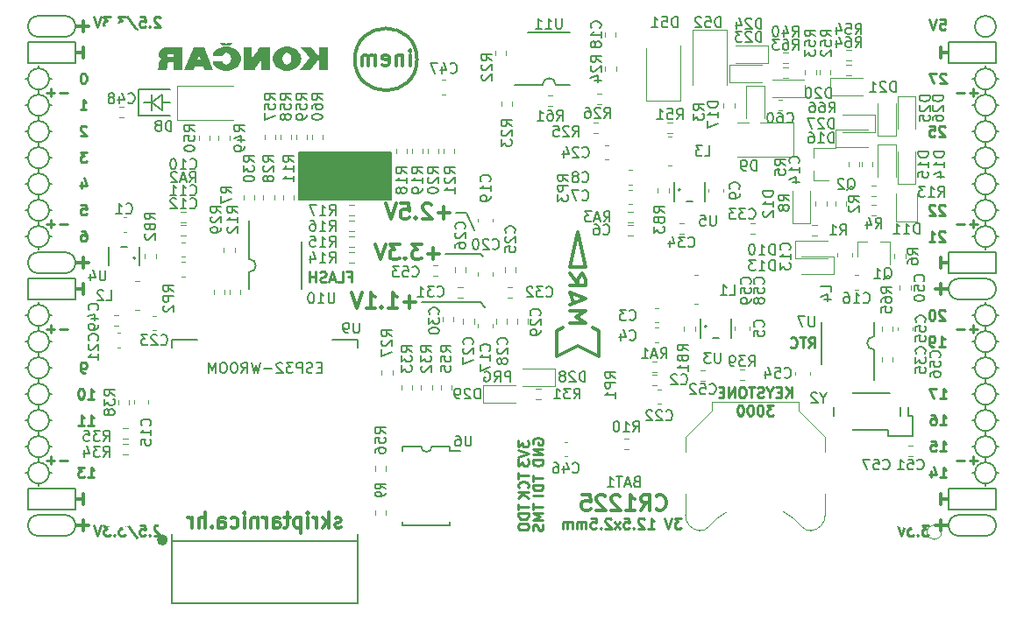
<source format=gbo>
G04 #@! TF.GenerationSoftware,KiCad,Pcbnew,5.0.0+dfsg1-2*
G04 #@! TF.CreationDate,2018-09-07T12:55:27+02:00*
G04 #@! TF.ProjectId,ulx3s,756C7833732E6B696361645F70636200,rev?*
G04 #@! TF.SameCoordinates,Original*
G04 #@! TF.FileFunction,Legend,Bot*
G04 #@! TF.FilePolarity,Positive*
%FSLAX46Y46*%
G04 Gerber Fmt 4.6, Leading zero omitted, Abs format (unit mm)*
G04 Created by KiCad (PCBNEW 5.0.0+dfsg1-2) date Fri Sep  7 12:55:27 2018*
%MOMM*%
%LPD*%
G01*
G04 APERTURE LIST*
%ADD10C,0.300000*%
%ADD11C,0.150000*%
%ADD12C,0.200000*%
%ADD13C,0.250000*%
%ADD14C,0.120000*%
%ADD15C,0.500000*%
%ADD16C,0.100000*%
%ADD17C,1.200000*%
%ADD18C,1.800000*%
%ADD19C,2.100000*%
%ADD20R,3.800000X3.600000*%
%ADD21C,9.100000*%
%ADD22R,1.900000X1.500000*%
%ADD23R,1.827200X2.132000*%
%ADD24O,1.827200X2.132000*%
%ADD25R,0.800000X1.300000*%
%ADD26R,0.700000X1.650000*%
%ADD27O,0.700000X1.650000*%
%ADD28R,1.650000X0.700000*%
%ADD29O,1.650000X0.700000*%
%ADD30R,0.700000X2.200000*%
%ADD31O,0.700000X2.200000*%
%ADD32R,1.100000X0.500000*%
%ADD33O,2.600000X1.000000*%
%ADD34O,1.000000X2.600000*%
%ADD35R,6.100000X6.100000*%
%ADD36R,0.770000X1.100000*%
%ADD37R,1.500000X1.395000*%
%ADD38R,2.600000X1.900000*%
%ADD39R,1.900000X2.600000*%
%ADD40O,1.827200X1.827200*%
%ADD41R,1.827200X1.827200*%
%ADD42C,5.600000*%
%ADD43R,1.070000X1.600000*%
%ADD44R,1.600000X1.070000*%
%ADD45R,1.100000X0.770000*%
%ADD46R,1.100000X1.100000*%
%ADD47C,0.400000*%
%ADD48R,1.800000X1.800000*%
%ADD49O,1.800000X1.800000*%
%ADD50R,1.600000X2.800000*%
%ADD51R,0.900000X1.000000*%
%ADD52R,1.000000X0.900000*%
%ADD53R,0.920000X1.100000*%
%ADD54R,1.100000X0.920000*%
%ADD55R,1.500000X1.220000*%
%ADD56C,0.975000*%
G04 APERTURE END LIST*
D10*
X124563333Y-111107142D02*
X124430000Y-111178571D01*
X124163333Y-111178571D01*
X124030000Y-111107142D01*
X123963333Y-110964285D01*
X123963333Y-110892857D01*
X124030000Y-110750000D01*
X124163333Y-110678571D01*
X124363333Y-110678571D01*
X124496666Y-110607142D01*
X124563333Y-110464285D01*
X124563333Y-110392857D01*
X124496666Y-110250000D01*
X124363333Y-110178571D01*
X124163333Y-110178571D01*
X124030000Y-110250000D01*
X123363333Y-111178571D02*
X123363333Y-109678571D01*
X123230000Y-110607142D02*
X122830000Y-111178571D01*
X122830000Y-110178571D02*
X123363333Y-110750000D01*
X122230000Y-111178571D02*
X122230000Y-110178571D01*
X122230000Y-110464285D02*
X122163333Y-110321428D01*
X122096666Y-110250000D01*
X121963333Y-110178571D01*
X121830000Y-110178571D01*
X121363333Y-111178571D02*
X121363333Y-110178571D01*
X121363333Y-109678571D02*
X121430000Y-109750000D01*
X121363333Y-109821428D01*
X121296666Y-109750000D01*
X121363333Y-109678571D01*
X121363333Y-109821428D01*
X120696666Y-110178571D02*
X120696666Y-111678571D01*
X120696666Y-110250000D02*
X120563333Y-110178571D01*
X120296666Y-110178571D01*
X120163333Y-110250000D01*
X120096666Y-110321428D01*
X120030000Y-110464285D01*
X120030000Y-110892857D01*
X120096666Y-111035714D01*
X120163333Y-111107142D01*
X120296666Y-111178571D01*
X120563333Y-111178571D01*
X120696666Y-111107142D01*
X119630000Y-110178571D02*
X119096666Y-110178571D01*
X119430000Y-109678571D02*
X119430000Y-110964285D01*
X119363333Y-111107142D01*
X119230000Y-111178571D01*
X119096666Y-111178571D01*
X118030000Y-111178571D02*
X118030000Y-110392857D01*
X118096666Y-110250000D01*
X118230000Y-110178571D01*
X118496666Y-110178571D01*
X118630000Y-110250000D01*
X118030000Y-111107142D02*
X118163333Y-111178571D01*
X118496666Y-111178571D01*
X118630000Y-111107142D01*
X118696666Y-110964285D01*
X118696666Y-110821428D01*
X118630000Y-110678571D01*
X118496666Y-110607142D01*
X118163333Y-110607142D01*
X118030000Y-110535714D01*
X117363333Y-111178571D02*
X117363333Y-110178571D01*
X117363333Y-110464285D02*
X117296666Y-110321428D01*
X117230000Y-110250000D01*
X117096666Y-110178571D01*
X116963333Y-110178571D01*
X116496666Y-110178571D02*
X116496666Y-111178571D01*
X116496666Y-110321428D02*
X116430000Y-110250000D01*
X116296666Y-110178571D01*
X116096666Y-110178571D01*
X115963333Y-110250000D01*
X115896666Y-110392857D01*
X115896666Y-111178571D01*
X115230000Y-111178571D02*
X115230000Y-110178571D01*
X115230000Y-109678571D02*
X115296666Y-109750000D01*
X115230000Y-109821428D01*
X115163333Y-109750000D01*
X115230000Y-109678571D01*
X115230000Y-109821428D01*
X113963333Y-111107142D02*
X114096666Y-111178571D01*
X114363333Y-111178571D01*
X114496666Y-111107142D01*
X114563333Y-111035714D01*
X114630000Y-110892857D01*
X114630000Y-110464285D01*
X114563333Y-110321428D01*
X114496666Y-110250000D01*
X114363333Y-110178571D01*
X114096666Y-110178571D01*
X113963333Y-110250000D01*
X112763333Y-111178571D02*
X112763333Y-110392857D01*
X112830000Y-110250000D01*
X112963333Y-110178571D01*
X113230000Y-110178571D01*
X113363333Y-110250000D01*
X112763333Y-111107142D02*
X112896666Y-111178571D01*
X113230000Y-111178571D01*
X113363333Y-111107142D01*
X113430000Y-110964285D01*
X113430000Y-110821428D01*
X113363333Y-110678571D01*
X113230000Y-110607142D01*
X112896666Y-110607142D01*
X112763333Y-110535714D01*
X112096666Y-111035714D02*
X112030000Y-111107142D01*
X112096666Y-111178571D01*
X112163333Y-111107142D01*
X112096666Y-111035714D01*
X112096666Y-111178571D01*
X111430000Y-111178571D02*
X111430000Y-109678571D01*
X110830000Y-111178571D02*
X110830000Y-110392857D01*
X110896666Y-110250000D01*
X111030000Y-110178571D01*
X111230000Y-110178571D01*
X111363333Y-110250000D01*
X111430000Y-110321428D01*
X110163333Y-111178571D02*
X110163333Y-110178571D01*
X110163333Y-110464285D02*
X110096666Y-110321428D01*
X110030000Y-110250000D01*
X109896666Y-110178571D01*
X109763333Y-110178571D01*
D11*
G36*
X129406000Y-74882000D02*
X120516000Y-74882000D01*
X120516000Y-79454000D01*
X129406000Y-79454000D01*
X129406000Y-74882000D01*
G37*
X129406000Y-74882000D02*
X120516000Y-74882000D01*
X120516000Y-79454000D01*
X129406000Y-79454000D01*
X129406000Y-74882000D01*
D12*
X185540000Y-72850000D02*
X185794000Y-72850000D01*
D11*
X140954904Y-97051380D02*
X140954904Y-96051380D01*
X140573952Y-96051380D01*
X140478714Y-96099000D01*
X140431095Y-96146619D01*
X140383476Y-96241857D01*
X140383476Y-96384714D01*
X140431095Y-96479952D01*
X140478714Y-96527571D01*
X140573952Y-96575190D01*
X140954904Y-96575190D01*
X139383476Y-97051380D02*
X139716809Y-96575190D01*
X139954904Y-97051380D02*
X139954904Y-96051380D01*
X139573952Y-96051380D01*
X139478714Y-96099000D01*
X139431095Y-96146619D01*
X139383476Y-96241857D01*
X139383476Y-96384714D01*
X139431095Y-96479952D01*
X139478714Y-96527571D01*
X139573952Y-96575190D01*
X139954904Y-96575190D01*
X138431095Y-96099000D02*
X138526333Y-96051380D01*
X138669190Y-96051380D01*
X138812047Y-96099000D01*
X138907285Y-96194238D01*
X138954904Y-96289476D01*
X139002523Y-96479952D01*
X139002523Y-96622809D01*
X138954904Y-96813285D01*
X138907285Y-96908523D01*
X138812047Y-97003761D01*
X138669190Y-97051380D01*
X138573952Y-97051380D01*
X138431095Y-97003761D01*
X138383476Y-96956142D01*
X138383476Y-96622809D01*
X138573952Y-96622809D01*
D12*
X136660000Y-80742000D02*
X135644000Y-80742000D01*
X137422000Y-82393000D02*
X136660000Y-80742000D01*
X138057000Y-84679000D02*
X134628000Y-84679000D01*
X138311000Y-84933000D02*
X138057000Y-84679000D01*
X138057000Y-89378000D02*
X138438000Y-89886000D01*
X132342000Y-89378000D02*
X138057000Y-89378000D01*
D13*
X99893476Y-96180380D02*
X99703000Y-96180380D01*
X99607761Y-96132761D01*
X99560142Y-96085142D01*
X99464904Y-95942285D01*
X99417285Y-95751809D01*
X99417285Y-95370857D01*
X99464904Y-95275619D01*
X99512523Y-95228000D01*
X99607761Y-95180380D01*
X99798238Y-95180380D01*
X99893476Y-95228000D01*
X99941095Y-95275619D01*
X99988714Y-95370857D01*
X99988714Y-95608952D01*
X99941095Y-95704190D01*
X99893476Y-95751809D01*
X99798238Y-95799428D01*
X99607761Y-95799428D01*
X99512523Y-95751809D01*
X99464904Y-95704190D01*
X99417285Y-95608952D01*
X100147476Y-101260380D02*
X100718904Y-101260380D01*
X100433190Y-101260380D02*
X100433190Y-100260380D01*
X100528428Y-100403238D01*
X100623666Y-100498476D01*
X100718904Y-100546095D01*
X99195095Y-101260380D02*
X99766523Y-101260380D01*
X99480809Y-101260380D02*
X99480809Y-100260380D01*
X99576047Y-100403238D01*
X99671285Y-100498476D01*
X99766523Y-100546095D01*
D12*
X105037000Y-68804000D02*
X108085000Y-68804000D01*
X105037000Y-71344000D02*
X105037000Y-68804000D01*
X108085000Y-71344000D02*
X105037000Y-71344000D01*
X107323000Y-70074000D02*
X108085000Y-70074000D01*
X106307000Y-70074000D02*
X105545000Y-70074000D01*
X106307000Y-70836000D02*
X106307000Y-70074000D01*
X106307000Y-69312000D02*
X106307000Y-70836000D01*
X107323000Y-69312000D02*
X107323000Y-70836000D01*
X106307000Y-70074000D02*
X107323000Y-69312000D01*
X107323000Y-70836000D02*
X106307000Y-70074000D01*
D13*
X182887904Y-72415619D02*
X182840285Y-72368000D01*
X182745047Y-72320380D01*
X182506952Y-72320380D01*
X182411714Y-72368000D01*
X182364095Y-72415619D01*
X182316476Y-72510857D01*
X182316476Y-72606095D01*
X182364095Y-72748952D01*
X182935523Y-73320380D01*
X182316476Y-73320380D01*
X181411714Y-72320380D02*
X181887904Y-72320380D01*
X181935523Y-72796571D01*
X181887904Y-72748952D01*
X181792666Y-72701333D01*
X181554571Y-72701333D01*
X181459333Y-72748952D01*
X181411714Y-72796571D01*
X181364095Y-72891809D01*
X181364095Y-73129904D01*
X181411714Y-73225142D01*
X181459333Y-73272761D01*
X181554571Y-73320380D01*
X181792666Y-73320380D01*
X181887904Y-73272761D01*
X181935523Y-73225142D01*
X182887904Y-80035619D02*
X182840285Y-79988000D01*
X182745047Y-79940380D01*
X182506952Y-79940380D01*
X182411714Y-79988000D01*
X182364095Y-80035619D01*
X182316476Y-80130857D01*
X182316476Y-80226095D01*
X182364095Y-80368952D01*
X182935523Y-80940380D01*
X182316476Y-80940380D01*
X181935523Y-80035619D02*
X181887904Y-79988000D01*
X181792666Y-79940380D01*
X181554571Y-79940380D01*
X181459333Y-79988000D01*
X181411714Y-80035619D01*
X181364095Y-80130857D01*
X181364095Y-80226095D01*
X181411714Y-80368952D01*
X181983142Y-80940380D01*
X181364095Y-80940380D01*
X182887904Y-82575619D02*
X182840285Y-82528000D01*
X182745047Y-82480380D01*
X182506952Y-82480380D01*
X182411714Y-82528000D01*
X182364095Y-82575619D01*
X182316476Y-82670857D01*
X182316476Y-82766095D01*
X182364095Y-82908952D01*
X182935523Y-83480380D01*
X182316476Y-83480380D01*
X181364095Y-83480380D02*
X181935523Y-83480380D01*
X181649809Y-83480380D02*
X181649809Y-82480380D01*
X181745047Y-82623238D01*
X181840285Y-82718476D01*
X181935523Y-82766095D01*
X182887904Y-90195619D02*
X182840285Y-90148000D01*
X182745047Y-90100380D01*
X182506952Y-90100380D01*
X182411714Y-90148000D01*
X182364095Y-90195619D01*
X182316476Y-90290857D01*
X182316476Y-90386095D01*
X182364095Y-90528952D01*
X182935523Y-91100380D01*
X182316476Y-91100380D01*
X181697428Y-90100380D02*
X181602190Y-90100380D01*
X181506952Y-90148000D01*
X181459333Y-90195619D01*
X181411714Y-90290857D01*
X181364095Y-90481333D01*
X181364095Y-90719428D01*
X181411714Y-90909904D01*
X181459333Y-91005142D01*
X181506952Y-91052761D01*
X181602190Y-91100380D01*
X181697428Y-91100380D01*
X181792666Y-91052761D01*
X181840285Y-91005142D01*
X181887904Y-90909904D01*
X181935523Y-90719428D01*
X181935523Y-90481333D01*
X181887904Y-90290857D01*
X181840285Y-90195619D01*
X181792666Y-90148000D01*
X181697428Y-90100380D01*
X182316476Y-93640380D02*
X182887904Y-93640380D01*
X182602190Y-93640380D02*
X182602190Y-92640380D01*
X182697428Y-92783238D01*
X182792666Y-92878476D01*
X182887904Y-92926095D01*
X181840285Y-93640380D02*
X181649809Y-93640380D01*
X181554571Y-93592761D01*
X181506952Y-93545142D01*
X181411714Y-93402285D01*
X181364095Y-93211809D01*
X181364095Y-92830857D01*
X181411714Y-92735619D01*
X181459333Y-92688000D01*
X181554571Y-92640380D01*
X181745047Y-92640380D01*
X181840285Y-92688000D01*
X181887904Y-92735619D01*
X181935523Y-92830857D01*
X181935523Y-93068952D01*
X181887904Y-93164190D01*
X181840285Y-93211809D01*
X181745047Y-93259428D01*
X181554571Y-93259428D01*
X181459333Y-93211809D01*
X181411714Y-93164190D01*
X181364095Y-93068952D01*
X125269476Y-86893571D02*
X125602809Y-86893571D01*
X125602809Y-87417380D02*
X125602809Y-86417380D01*
X125126619Y-86417380D01*
X124269476Y-87417380D02*
X124745666Y-87417380D01*
X124745666Y-86417380D01*
X123983761Y-87131666D02*
X123507571Y-87131666D01*
X124079000Y-87417380D02*
X123745666Y-86417380D01*
X123412333Y-87417380D01*
X123126619Y-87369761D02*
X122983761Y-87417380D01*
X122745666Y-87417380D01*
X122650428Y-87369761D01*
X122602809Y-87322142D01*
X122555190Y-87226904D01*
X122555190Y-87131666D01*
X122602809Y-87036428D01*
X122650428Y-86988809D01*
X122745666Y-86941190D01*
X122936142Y-86893571D01*
X123031380Y-86845952D01*
X123079000Y-86798333D01*
X123126619Y-86703095D01*
X123126619Y-86607857D01*
X123079000Y-86512619D01*
X123031380Y-86465000D01*
X122936142Y-86417380D01*
X122698047Y-86417380D01*
X122555190Y-86465000D01*
X122126619Y-87417380D02*
X122126619Y-86417380D01*
X122126619Y-86893571D02*
X121555190Y-86893571D01*
X121555190Y-87417380D02*
X121555190Y-86417380D01*
X157418095Y-110252380D02*
X156799047Y-110252380D01*
X157132380Y-110633333D01*
X156989523Y-110633333D01*
X156894285Y-110680952D01*
X156846666Y-110728571D01*
X156799047Y-110823809D01*
X156799047Y-111061904D01*
X156846666Y-111157142D01*
X156894285Y-111204761D01*
X156989523Y-111252380D01*
X157275238Y-111252380D01*
X157370476Y-111204761D01*
X157418095Y-111157142D01*
X156513333Y-110252380D02*
X156180000Y-111252380D01*
X155846666Y-110252380D01*
X154227619Y-111252380D02*
X154799047Y-111252380D01*
X154513333Y-111252380D02*
X154513333Y-110252380D01*
X154608571Y-110395238D01*
X154703809Y-110490476D01*
X154799047Y-110538095D01*
X153846666Y-110347619D02*
X153799047Y-110300000D01*
X153703809Y-110252380D01*
X153465714Y-110252380D01*
X153370476Y-110300000D01*
X153322857Y-110347619D01*
X153275238Y-110442857D01*
X153275238Y-110538095D01*
X153322857Y-110680952D01*
X153894285Y-111252380D01*
X153275238Y-111252380D01*
X152846666Y-111157142D02*
X152799047Y-111204761D01*
X152846666Y-111252380D01*
X152894285Y-111204761D01*
X152846666Y-111157142D01*
X152846666Y-111252380D01*
X151894285Y-110252380D02*
X152370476Y-110252380D01*
X152418095Y-110728571D01*
X152370476Y-110680952D01*
X152275238Y-110633333D01*
X152037142Y-110633333D01*
X151941904Y-110680952D01*
X151894285Y-110728571D01*
X151846666Y-110823809D01*
X151846666Y-111061904D01*
X151894285Y-111157142D01*
X151941904Y-111204761D01*
X152037142Y-111252380D01*
X152275238Y-111252380D01*
X152370476Y-111204761D01*
X152418095Y-111157142D01*
X151513333Y-111252380D02*
X150989523Y-110585714D01*
X151513333Y-110585714D02*
X150989523Y-111252380D01*
X150656190Y-110347619D02*
X150608571Y-110300000D01*
X150513333Y-110252380D01*
X150275238Y-110252380D01*
X150180000Y-110300000D01*
X150132380Y-110347619D01*
X150084761Y-110442857D01*
X150084761Y-110538095D01*
X150132380Y-110680952D01*
X150703809Y-111252380D01*
X150084761Y-111252380D01*
X149656190Y-111157142D02*
X149608571Y-111204761D01*
X149656190Y-111252380D01*
X149703809Y-111204761D01*
X149656190Y-111157142D01*
X149656190Y-111252380D01*
X148703809Y-110252380D02*
X149180000Y-110252380D01*
X149227619Y-110728571D01*
X149180000Y-110680952D01*
X149084761Y-110633333D01*
X148846666Y-110633333D01*
X148751428Y-110680952D01*
X148703809Y-110728571D01*
X148656190Y-110823809D01*
X148656190Y-111061904D01*
X148703809Y-111157142D01*
X148751428Y-111204761D01*
X148846666Y-111252380D01*
X149084761Y-111252380D01*
X149180000Y-111204761D01*
X149227619Y-111157142D01*
X148227619Y-111252380D02*
X148227619Y-110585714D01*
X148227619Y-110680952D02*
X148180000Y-110633333D01*
X148084761Y-110585714D01*
X147941904Y-110585714D01*
X147846666Y-110633333D01*
X147799047Y-110728571D01*
X147799047Y-111252380D01*
X147799047Y-110728571D02*
X147751428Y-110633333D01*
X147656190Y-110585714D01*
X147513333Y-110585714D01*
X147418095Y-110633333D01*
X147370476Y-110728571D01*
X147370476Y-111252380D01*
X146894285Y-111252380D02*
X146894285Y-110585714D01*
X146894285Y-110680952D02*
X146846666Y-110633333D01*
X146751428Y-110585714D01*
X146608571Y-110585714D01*
X146513333Y-110633333D01*
X146465714Y-110728571D01*
X146465714Y-111252380D01*
X146465714Y-110728571D02*
X146418095Y-110633333D01*
X146322857Y-110585714D01*
X146180000Y-110585714D01*
X146084761Y-110633333D01*
X146037142Y-110728571D01*
X146037142Y-111252380D01*
X168085000Y-98577380D02*
X168085000Y-97577380D01*
X167513571Y-98577380D02*
X167942142Y-98005952D01*
X167513571Y-97577380D02*
X168085000Y-98148809D01*
X167085000Y-98053571D02*
X166751666Y-98053571D01*
X166608809Y-98577380D02*
X167085000Y-98577380D01*
X167085000Y-97577380D01*
X166608809Y-97577380D01*
X165989761Y-98101190D02*
X165989761Y-98577380D01*
X166323095Y-97577380D02*
X165989761Y-98101190D01*
X165656428Y-97577380D01*
X165370714Y-98529761D02*
X165227857Y-98577380D01*
X164989761Y-98577380D01*
X164894523Y-98529761D01*
X164846904Y-98482142D01*
X164799285Y-98386904D01*
X164799285Y-98291666D01*
X164846904Y-98196428D01*
X164894523Y-98148809D01*
X164989761Y-98101190D01*
X165180238Y-98053571D01*
X165275476Y-98005952D01*
X165323095Y-97958333D01*
X165370714Y-97863095D01*
X165370714Y-97767857D01*
X165323095Y-97672619D01*
X165275476Y-97625000D01*
X165180238Y-97577380D01*
X164942142Y-97577380D01*
X164799285Y-97625000D01*
X164513571Y-97577380D02*
X163942142Y-97577380D01*
X164227857Y-98577380D02*
X164227857Y-97577380D01*
X163418333Y-97577380D02*
X163227857Y-97577380D01*
X163132619Y-97625000D01*
X163037380Y-97720238D01*
X162989761Y-97910714D01*
X162989761Y-98244047D01*
X163037380Y-98434523D01*
X163132619Y-98529761D01*
X163227857Y-98577380D01*
X163418333Y-98577380D01*
X163513571Y-98529761D01*
X163608809Y-98434523D01*
X163656428Y-98244047D01*
X163656428Y-97910714D01*
X163608809Y-97720238D01*
X163513571Y-97625000D01*
X163418333Y-97577380D01*
X162561190Y-98577380D02*
X162561190Y-97577380D01*
X161989761Y-98577380D01*
X161989761Y-97577380D01*
X161513571Y-98053571D02*
X161180238Y-98053571D01*
X161037380Y-98577380D02*
X161513571Y-98577380D01*
X161513571Y-97577380D01*
X161037380Y-97577380D01*
X166346904Y-99327380D02*
X165727857Y-99327380D01*
X166061190Y-99708333D01*
X165918333Y-99708333D01*
X165823095Y-99755952D01*
X165775476Y-99803571D01*
X165727857Y-99898809D01*
X165727857Y-100136904D01*
X165775476Y-100232142D01*
X165823095Y-100279761D01*
X165918333Y-100327380D01*
X166204047Y-100327380D01*
X166299285Y-100279761D01*
X166346904Y-100232142D01*
X165108809Y-99327380D02*
X165013571Y-99327380D01*
X164918333Y-99375000D01*
X164870714Y-99422619D01*
X164823095Y-99517857D01*
X164775476Y-99708333D01*
X164775476Y-99946428D01*
X164823095Y-100136904D01*
X164870714Y-100232142D01*
X164918333Y-100279761D01*
X165013571Y-100327380D01*
X165108809Y-100327380D01*
X165204047Y-100279761D01*
X165251666Y-100232142D01*
X165299285Y-100136904D01*
X165346904Y-99946428D01*
X165346904Y-99708333D01*
X165299285Y-99517857D01*
X165251666Y-99422619D01*
X165204047Y-99375000D01*
X165108809Y-99327380D01*
X164156428Y-99327380D02*
X164061190Y-99327380D01*
X163965952Y-99375000D01*
X163918333Y-99422619D01*
X163870714Y-99517857D01*
X163823095Y-99708333D01*
X163823095Y-99946428D01*
X163870714Y-100136904D01*
X163918333Y-100232142D01*
X163965952Y-100279761D01*
X164061190Y-100327380D01*
X164156428Y-100327380D01*
X164251666Y-100279761D01*
X164299285Y-100232142D01*
X164346904Y-100136904D01*
X164394523Y-99946428D01*
X164394523Y-99708333D01*
X164346904Y-99517857D01*
X164299285Y-99422619D01*
X164251666Y-99375000D01*
X164156428Y-99327380D01*
X163204047Y-99327380D02*
X163108809Y-99327380D01*
X163013571Y-99375000D01*
X162965952Y-99422619D01*
X162918333Y-99517857D01*
X162870714Y-99708333D01*
X162870714Y-99946428D01*
X162918333Y-100136904D01*
X162965952Y-100232142D01*
X163013571Y-100279761D01*
X163108809Y-100327380D01*
X163204047Y-100327380D01*
X163299285Y-100279761D01*
X163346904Y-100232142D01*
X163394523Y-100136904D01*
X163442142Y-99946428D01*
X163442142Y-99708333D01*
X163394523Y-99517857D01*
X163346904Y-99422619D01*
X163299285Y-99375000D01*
X163204047Y-99327380D01*
D10*
X182492000Y-87582000D02*
X182492000Y-88598000D01*
X183254000Y-88090000D02*
X181984000Y-88090000D01*
X182492000Y-110442000D02*
X182492000Y-111458000D01*
X183254000Y-110950000D02*
X181984000Y-110950000D01*
X99688000Y-62182000D02*
X99688000Y-63198000D01*
X98926000Y-62690000D02*
X100196000Y-62690000D01*
X99688000Y-110442000D02*
X99688000Y-111458000D01*
X98926000Y-110950000D02*
X100196000Y-110950000D01*
X99688000Y-85042000D02*
X99688000Y-86058000D01*
X98926000Y-85550000D02*
X100196000Y-85550000D01*
D12*
X187826000Y-62690000D02*
G75*
G03X187826000Y-62690000I-1016000J0D01*
G01*
X184270000Y-87074000D02*
X186810000Y-87074000D01*
X184270000Y-89106000D02*
X186810000Y-89106000D01*
X184270000Y-87074000D02*
G75*
G03X184270000Y-89106000I0J-1016000D01*
G01*
X186810000Y-89106000D02*
G75*
G03X186810000Y-87074000I0J1016000D01*
G01*
X184270000Y-111966000D02*
X186810000Y-111966000D01*
X184270000Y-109934000D02*
X186810000Y-109934000D01*
X184270000Y-109934000D02*
G75*
G03X184270000Y-111966000I0J-1016000D01*
G01*
X186810000Y-111966000D02*
G75*
G03X186810000Y-109934000I0J1016000D01*
G01*
X97910000Y-63706000D02*
G75*
G03X97910000Y-61674000I0J1016000D01*
G01*
X95370000Y-61674000D02*
X97910000Y-61674000D01*
X95370000Y-63706000D02*
X97910000Y-63706000D01*
X95370000Y-61674000D02*
G75*
G03X95370000Y-63706000I0J-1016000D01*
G01*
X95370000Y-86566000D02*
X97910000Y-86566000D01*
X95370000Y-84534000D02*
X97910000Y-84534000D01*
X95370000Y-84534000D02*
G75*
G03X95370000Y-86566000I0J-1016000D01*
G01*
X97910000Y-86566000D02*
G75*
G03X97910000Y-84534000I0J1016000D01*
G01*
X95370000Y-111966000D02*
X97910000Y-111966000D01*
X95370000Y-109934000D02*
X97910000Y-109934000D01*
X95370000Y-109934000D02*
G75*
G03X95370000Y-111966000I0J-1016000D01*
G01*
X97910000Y-111966000D02*
G75*
G03X97910000Y-109934000I0J1016000D01*
G01*
X98926000Y-107394000D02*
X94354000Y-107394000D01*
X98926000Y-109426000D02*
X98926000Y-107394000D01*
X94354000Y-109426000D02*
X98926000Y-109426000D01*
X94354000Y-107394000D02*
X94354000Y-109426000D01*
X187826000Y-107394000D02*
X183254000Y-107394000D01*
X187826000Y-109426000D02*
X187826000Y-107394000D01*
X183254000Y-109426000D02*
X187826000Y-109426000D01*
X183254000Y-107394000D02*
X183254000Y-109426000D01*
X187826000Y-84534000D02*
X183254000Y-84534000D01*
X187826000Y-86566000D02*
X187826000Y-84534000D01*
X183254000Y-86566000D02*
X187826000Y-86566000D01*
X183254000Y-84534000D02*
X183254000Y-86566000D01*
X187826000Y-64214000D02*
X183254000Y-64214000D01*
X187826000Y-66246000D02*
X187826000Y-64214000D01*
X183254000Y-66246000D02*
X187826000Y-66246000D01*
X183254000Y-64214000D02*
X183254000Y-66246000D01*
X98926000Y-64214000D02*
X94354000Y-64214000D01*
X98926000Y-66246000D02*
X98926000Y-64214000D01*
X94354000Y-66246000D02*
X98926000Y-66246000D01*
X94354000Y-64214000D02*
X94354000Y-66246000D01*
X98926000Y-87074000D02*
X94354000Y-87074000D01*
X98926000Y-89106000D02*
X98926000Y-87074000D01*
X94354000Y-89106000D02*
X98926000Y-89106000D01*
X94354000Y-87074000D02*
X94354000Y-89106000D01*
D13*
X186032000Y-91971428D02*
X185270095Y-91971428D01*
X185651047Y-92352380D02*
X185651047Y-91590476D01*
X184793904Y-91971428D02*
X184032000Y-91971428D01*
X186032000Y-69111428D02*
X185270095Y-69111428D01*
X185651047Y-69492380D02*
X185651047Y-68730476D01*
X184793904Y-69111428D02*
X184032000Y-69111428D01*
X186032000Y-81811428D02*
X185270095Y-81811428D01*
X185651047Y-82192380D02*
X185651047Y-81430476D01*
X184793904Y-81811428D02*
X184032000Y-81811428D01*
X186032000Y-104671428D02*
X185270095Y-104671428D01*
X185651047Y-105052380D02*
X185651047Y-104290476D01*
X184793904Y-104671428D02*
X184032000Y-104671428D01*
X98148000Y-104671428D02*
X97386095Y-104671428D01*
X96909904Y-104671428D02*
X96148000Y-104671428D01*
X96528952Y-105052380D02*
X96528952Y-104290476D01*
X98148000Y-91971428D02*
X97386095Y-91971428D01*
X96909904Y-91971428D02*
X96148000Y-91971428D01*
X96528952Y-92352380D02*
X96528952Y-91590476D01*
X98148000Y-81811428D02*
X97386095Y-81811428D01*
X96909904Y-81811428D02*
X96148000Y-81811428D01*
X96528952Y-82192380D02*
X96528952Y-81430476D01*
X98148000Y-69111428D02*
X97386095Y-69111428D01*
X96909904Y-69111428D02*
X96148000Y-69111428D01*
X96528952Y-69492380D02*
X96528952Y-68730476D01*
D10*
X182492000Y-107902000D02*
X182492000Y-108918000D01*
X183254000Y-108410000D02*
X182492000Y-108410000D01*
D12*
X95370000Y-96726000D02*
X95370000Y-97234000D01*
X96386000Y-95710000D02*
X96640000Y-95710000D01*
X94354000Y-95710000D02*
X94100000Y-95710000D01*
X187826000Y-98250000D02*
X188080000Y-98250000D01*
X187826000Y-83010000D02*
X188080000Y-83010000D01*
X95370000Y-107140000D02*
X95370000Y-106886000D01*
X96386000Y-105870000D02*
X96640000Y-105870000D01*
X94354000Y-105870000D02*
X94100000Y-105870000D01*
X94354000Y-103330000D02*
X94100000Y-103330000D01*
X95370000Y-104346000D02*
X95370000Y-104854000D01*
X96386000Y-103330000D02*
X96640000Y-103330000D01*
X94354000Y-100790000D02*
X94100000Y-100790000D01*
X95370000Y-102314000D02*
X95370000Y-101806000D01*
X96386000Y-100790000D02*
X96640000Y-100790000D01*
X95370000Y-99266000D02*
X95370000Y-99774000D01*
X94354000Y-98250000D02*
X94100000Y-98250000D01*
X96386000Y-98250000D02*
X96640000Y-98250000D01*
X95370000Y-94186000D02*
X95370000Y-94694000D01*
X96386000Y-93170000D02*
X96640000Y-93170000D01*
X94354000Y-93170000D02*
X94100000Y-93170000D01*
X94354000Y-90630000D02*
X94100000Y-90630000D01*
X95370000Y-91646000D02*
X95370000Y-92154000D01*
X96640000Y-90630000D02*
X96386000Y-90630000D01*
X95370000Y-89360000D02*
X95370000Y-89614000D01*
X94354000Y-83010000D02*
X94100000Y-83010000D01*
X95370000Y-84280000D02*
X95370000Y-84026000D01*
X96386000Y-83010000D02*
X96640000Y-83010000D01*
X95370000Y-81486000D02*
X95370000Y-81994000D01*
X94354000Y-80470000D02*
X94100000Y-80470000D01*
X96640000Y-80470000D02*
X96386000Y-80470000D01*
X95370000Y-78946000D02*
X95370000Y-79454000D01*
X96386000Y-77930000D02*
X96640000Y-77930000D01*
X94354000Y-77930000D02*
X94100000Y-77930000D01*
X95370000Y-76406000D02*
X95370000Y-76914000D01*
X94354000Y-75390000D02*
X94100000Y-75390000D01*
X96386000Y-75390000D02*
X96640000Y-75390000D01*
X95370000Y-73866000D02*
X95370000Y-74374000D01*
X96386000Y-72850000D02*
X96640000Y-72850000D01*
X94100000Y-72850000D02*
X94354000Y-72850000D01*
X94354000Y-70310000D02*
X94100000Y-70310000D01*
X96640000Y-70310000D02*
X96386000Y-70310000D01*
X95370000Y-71326000D02*
X95370000Y-71834000D01*
X95370000Y-68786000D02*
X95370000Y-69294000D01*
X96386000Y-67770000D02*
X96640000Y-67770000D01*
X94354000Y-67770000D02*
X94100000Y-67770000D01*
X95370000Y-66500000D02*
X95370000Y-66754000D01*
X187826000Y-105870000D02*
X188080000Y-105870000D01*
X186810000Y-107140000D02*
X186810000Y-106886000D01*
X185540000Y-105870000D02*
X185794000Y-105870000D01*
X186810000Y-104346000D02*
X186810000Y-104854000D01*
X187826000Y-103330000D02*
X188080000Y-103330000D01*
X185540000Y-103330000D02*
X185794000Y-103330000D01*
X186810000Y-101806000D02*
X186810000Y-102314000D01*
X187826000Y-100790000D02*
X188080000Y-100790000D01*
X185540000Y-100790000D02*
X185794000Y-100790000D01*
X186810000Y-99266000D02*
X186810000Y-99774000D01*
X185540000Y-98250000D02*
X185794000Y-98250000D01*
X186810000Y-97234000D02*
X186810000Y-96726000D01*
X187826000Y-95710000D02*
X188080000Y-95710000D01*
X185540000Y-95710000D02*
X185794000Y-95710000D01*
X186810000Y-94694000D02*
X186810000Y-94186000D01*
X187826000Y-93170000D02*
X188080000Y-93170000D01*
X185540000Y-93170000D02*
X185794000Y-93170000D01*
X186810000Y-92154000D02*
X186810000Y-91646000D01*
X187826000Y-90630000D02*
X188080000Y-90630000D01*
X185540000Y-90630000D02*
X185794000Y-90630000D01*
X186810000Y-89360000D02*
X186810000Y-89614000D01*
X186810000Y-84280000D02*
X186810000Y-84026000D01*
X185540000Y-83010000D02*
X185794000Y-83010000D01*
X186810000Y-81994000D02*
X186810000Y-81486000D01*
X185794000Y-80470000D02*
X185540000Y-80470000D01*
X187826000Y-80470000D02*
X188080000Y-80470000D01*
X186810000Y-78946000D02*
X186810000Y-79454000D01*
X185794000Y-77930000D02*
X185540000Y-77930000D01*
X187826000Y-77930000D02*
X188080000Y-77930000D01*
X186810000Y-76406000D02*
X186810000Y-76914000D01*
X186810000Y-73866000D02*
X186810000Y-74374000D01*
X185794000Y-75390000D02*
X185540000Y-75390000D01*
X187826000Y-75390000D02*
X188080000Y-75390000D01*
X187826000Y-72850000D02*
X188080000Y-72850000D01*
X186810000Y-71834000D02*
X186810000Y-71326000D01*
X187826000Y-70310000D02*
X188080000Y-70310000D01*
X185540000Y-70310000D02*
X185794000Y-70310000D01*
X187826000Y-67770000D02*
X188080000Y-67770000D01*
X186810000Y-68786000D02*
X186810000Y-69294000D01*
X185540000Y-67770000D02*
X185794000Y-67770000D01*
X186810000Y-66500000D02*
X186810000Y-66754000D01*
X187826000Y-67770000D02*
G75*
G03X187826000Y-67770000I-1016000J0D01*
G01*
X187826000Y-70310000D02*
G75*
G03X187826000Y-70310000I-1016000J0D01*
G01*
X187826000Y-72850000D02*
G75*
G03X187826000Y-72850000I-1016000J0D01*
G01*
X187826000Y-75390000D02*
G75*
G03X187826000Y-75390000I-1016000J0D01*
G01*
X187826000Y-77930000D02*
G75*
G03X187826000Y-77930000I-1016000J0D01*
G01*
X187826000Y-80470000D02*
G75*
G03X187826000Y-80470000I-1016000J0D01*
G01*
X187826000Y-83010000D02*
G75*
G03X187826000Y-83010000I-1016000J0D01*
G01*
X187826000Y-90630000D02*
G75*
G03X187826000Y-90630000I-1016000J0D01*
G01*
X187826000Y-93170000D02*
G75*
G03X187826000Y-93170000I-1016000J0D01*
G01*
X187826000Y-95710000D02*
G75*
G03X187826000Y-95710000I-1016000J0D01*
G01*
X187826000Y-98250000D02*
G75*
G03X187826000Y-98250000I-1016000J0D01*
G01*
X187826000Y-100790000D02*
G75*
G03X187826000Y-100790000I-1016000J0D01*
G01*
X187826000Y-103330000D02*
G75*
G03X187826000Y-103330000I-1016000J0D01*
G01*
X187826000Y-105870000D02*
G75*
G03X187826000Y-105870000I-1016000J0D01*
G01*
X96386000Y-105870000D02*
G75*
G03X96386000Y-105870000I-1016000J0D01*
G01*
X96386000Y-103330000D02*
G75*
G03X96386000Y-103330000I-1016000J0D01*
G01*
X96386000Y-100790000D02*
G75*
G03X96386000Y-100790000I-1016000J0D01*
G01*
X96386000Y-98250000D02*
G75*
G03X96386000Y-98250000I-1016000J0D01*
G01*
X96386000Y-95710000D02*
G75*
G03X96386000Y-95710000I-1016000J0D01*
G01*
X96386000Y-93170000D02*
G75*
G03X96386000Y-93170000I-1016000J0D01*
G01*
X96386000Y-90630000D02*
G75*
G03X96386000Y-90630000I-1016000J0D01*
G01*
X96386000Y-83010000D02*
G75*
G03X96386000Y-83010000I-1016000J0D01*
G01*
X96386000Y-80470000D02*
G75*
G03X96386000Y-80470000I-1016000J0D01*
G01*
X96386000Y-77930000D02*
G75*
G03X96386000Y-77930000I-1016000J0D01*
G01*
X96386000Y-75390000D02*
G75*
G03X96386000Y-75390000I-1016000J0D01*
G01*
X96386000Y-72850000D02*
G75*
G03X96386000Y-72850000I-1016000J0D01*
G01*
X96386000Y-70310000D02*
G75*
G03X96386000Y-70310000I-1016000J0D01*
G01*
X96386000Y-67770000D02*
G75*
G03X96386000Y-67770000I-1016000J0D01*
G01*
D13*
X182428476Y-62015380D02*
X182904666Y-62015380D01*
X182952285Y-62491571D01*
X182904666Y-62443952D01*
X182809428Y-62396333D01*
X182571333Y-62396333D01*
X182476095Y-62443952D01*
X182428476Y-62491571D01*
X182380857Y-62586809D01*
X182380857Y-62824904D01*
X182428476Y-62920142D01*
X182476095Y-62967761D01*
X182571333Y-63015380D01*
X182809428Y-63015380D01*
X182904666Y-62967761D01*
X182952285Y-62920142D01*
X182095142Y-62015380D02*
X181761809Y-63015380D01*
X181428476Y-62015380D01*
D10*
X182492000Y-64722000D02*
X182492000Y-65738000D01*
X183254000Y-65230000D02*
X182492000Y-65230000D01*
D13*
X182999904Y-67317619D02*
X182952285Y-67270000D01*
X182857047Y-67222380D01*
X182618952Y-67222380D01*
X182523714Y-67270000D01*
X182476095Y-67317619D01*
X182428476Y-67412857D01*
X182428476Y-67508095D01*
X182476095Y-67650952D01*
X183047523Y-68222380D01*
X182428476Y-68222380D01*
X182095142Y-67222380D02*
X181428476Y-67222380D01*
X181857047Y-68222380D01*
D10*
X182492000Y-85042000D02*
X182492000Y-86058000D01*
X183254000Y-85550000D02*
X182492000Y-85550000D01*
D13*
X182428476Y-98702380D02*
X182999904Y-98702380D01*
X182714190Y-98702380D02*
X182714190Y-97702380D01*
X182809428Y-97845238D01*
X182904666Y-97940476D01*
X182999904Y-97988095D01*
X182095142Y-97702380D02*
X181428476Y-97702380D01*
X181857047Y-98702380D01*
X182428476Y-101242380D02*
X182999904Y-101242380D01*
X182714190Y-101242380D02*
X182714190Y-100242380D01*
X182809428Y-100385238D01*
X182904666Y-100480476D01*
X182999904Y-100528095D01*
X181571333Y-100242380D02*
X181761809Y-100242380D01*
X181857047Y-100290000D01*
X181904666Y-100337619D01*
X181999904Y-100480476D01*
X182047523Y-100670952D01*
X182047523Y-101051904D01*
X181999904Y-101147142D01*
X181952285Y-101194761D01*
X181857047Y-101242380D01*
X181666571Y-101242380D01*
X181571333Y-101194761D01*
X181523714Y-101147142D01*
X181476095Y-101051904D01*
X181476095Y-100813809D01*
X181523714Y-100718571D01*
X181571333Y-100670952D01*
X181666571Y-100623333D01*
X181857047Y-100623333D01*
X181952285Y-100670952D01*
X181999904Y-100718571D01*
X182047523Y-100813809D01*
X182428476Y-103782380D02*
X182999904Y-103782380D01*
X182714190Y-103782380D02*
X182714190Y-102782380D01*
X182809428Y-102925238D01*
X182904666Y-103020476D01*
X182999904Y-103068095D01*
X181523714Y-102782380D02*
X181999904Y-102782380D01*
X182047523Y-103258571D01*
X181999904Y-103210952D01*
X181904666Y-103163333D01*
X181666571Y-103163333D01*
X181571333Y-103210952D01*
X181523714Y-103258571D01*
X181476095Y-103353809D01*
X181476095Y-103591904D01*
X181523714Y-103687142D01*
X181571333Y-103734761D01*
X181666571Y-103782380D01*
X181904666Y-103782380D01*
X181999904Y-103734761D01*
X182047523Y-103687142D01*
X182428476Y-106322380D02*
X182999904Y-106322380D01*
X182714190Y-106322380D02*
X182714190Y-105322380D01*
X182809428Y-105465238D01*
X182904666Y-105560476D01*
X182999904Y-105608095D01*
X181571333Y-105655714D02*
X181571333Y-106322380D01*
X181809428Y-105274761D02*
X182047523Y-105989047D01*
X181428476Y-105989047D01*
X181312642Y-110928380D02*
X180693595Y-110928380D01*
X181026928Y-111309333D01*
X180884071Y-111309333D01*
X180788833Y-111356952D01*
X180741214Y-111404571D01*
X180693595Y-111499809D01*
X180693595Y-111737904D01*
X180741214Y-111833142D01*
X180788833Y-111880761D01*
X180884071Y-111928380D01*
X181169785Y-111928380D01*
X181265023Y-111880761D01*
X181312642Y-111833142D01*
X180265023Y-111833142D02*
X180217404Y-111880761D01*
X180265023Y-111928380D01*
X180312642Y-111880761D01*
X180265023Y-111833142D01*
X180265023Y-111928380D01*
X179884071Y-110928380D02*
X179265023Y-110928380D01*
X179598357Y-111309333D01*
X179455500Y-111309333D01*
X179360261Y-111356952D01*
X179312642Y-111404571D01*
X179265023Y-111499809D01*
X179265023Y-111737904D01*
X179312642Y-111833142D01*
X179360261Y-111880761D01*
X179455500Y-111928380D01*
X179741214Y-111928380D01*
X179836452Y-111880761D01*
X179884071Y-111833142D01*
X178979309Y-110928380D02*
X178645976Y-111928380D01*
X178312642Y-110928380D01*
D10*
X99688000Y-108918000D02*
X99688000Y-107902000D01*
X98926000Y-108410000D02*
X99688000Y-108410000D01*
X99688000Y-88598000D02*
X99688000Y-87582000D01*
X98926000Y-88090000D02*
X99688000Y-88090000D01*
X99688000Y-64722000D02*
X99688000Y-65738000D01*
X98926000Y-65230000D02*
X99688000Y-65230000D01*
D13*
X107103690Y-111023619D02*
X107056071Y-110976000D01*
X106960833Y-110928380D01*
X106722738Y-110928380D01*
X106627500Y-110976000D01*
X106579880Y-111023619D01*
X106532261Y-111118857D01*
X106532261Y-111214095D01*
X106579880Y-111356952D01*
X107151309Y-111928380D01*
X106532261Y-111928380D01*
X106103690Y-111833142D02*
X106056071Y-111880761D01*
X106103690Y-111928380D01*
X106151309Y-111880761D01*
X106103690Y-111833142D01*
X106103690Y-111928380D01*
X105151309Y-110928380D02*
X105627500Y-110928380D01*
X105675119Y-111404571D01*
X105627500Y-111356952D01*
X105532261Y-111309333D01*
X105294166Y-111309333D01*
X105198928Y-111356952D01*
X105151309Y-111404571D01*
X105103690Y-111499809D01*
X105103690Y-111737904D01*
X105151309Y-111833142D01*
X105198928Y-111880761D01*
X105294166Y-111928380D01*
X105532261Y-111928380D01*
X105627500Y-111880761D01*
X105675119Y-111833142D01*
X103960833Y-110880761D02*
X104817976Y-112166476D01*
X103722738Y-110928380D02*
X103103690Y-110928380D01*
X103437023Y-111309333D01*
X103294166Y-111309333D01*
X103198928Y-111356952D01*
X103151309Y-111404571D01*
X103103690Y-111499809D01*
X103103690Y-111737904D01*
X103151309Y-111833142D01*
X103198928Y-111880761D01*
X103294166Y-111928380D01*
X103579880Y-111928380D01*
X103675119Y-111880761D01*
X103722738Y-111833142D01*
X102675119Y-111833142D02*
X102627500Y-111880761D01*
X102675119Y-111928380D01*
X102722738Y-111880761D01*
X102675119Y-111833142D01*
X102675119Y-111928380D01*
X102294166Y-110928380D02*
X101675119Y-110928380D01*
X102008452Y-111309333D01*
X101865595Y-111309333D01*
X101770357Y-111356952D01*
X101722738Y-111404571D01*
X101675119Y-111499809D01*
X101675119Y-111737904D01*
X101722738Y-111833142D01*
X101770357Y-111880761D01*
X101865595Y-111928380D01*
X102151309Y-111928380D01*
X102246547Y-111880761D01*
X102294166Y-111833142D01*
X101389404Y-110928380D02*
X101056071Y-111928380D01*
X100722738Y-110928380D01*
X100132476Y-106322380D02*
X100703904Y-106322380D01*
X100418190Y-106322380D02*
X100418190Y-105322380D01*
X100513428Y-105465238D01*
X100608666Y-105560476D01*
X100703904Y-105608095D01*
X99799142Y-105322380D02*
X99180095Y-105322380D01*
X99513428Y-105703333D01*
X99370571Y-105703333D01*
X99275333Y-105750952D01*
X99227714Y-105798571D01*
X99180095Y-105893809D01*
X99180095Y-106131904D01*
X99227714Y-106227142D01*
X99275333Y-106274761D01*
X99370571Y-106322380D01*
X99656285Y-106322380D01*
X99751523Y-106274761D01*
X99799142Y-106227142D01*
X100147476Y-98720380D02*
X100718904Y-98720380D01*
X100433190Y-98720380D02*
X100433190Y-97720380D01*
X100528428Y-97863238D01*
X100623666Y-97958476D01*
X100718904Y-98006095D01*
X99528428Y-97720380D02*
X99433190Y-97720380D01*
X99337952Y-97768000D01*
X99290333Y-97815619D01*
X99242714Y-97910857D01*
X99195095Y-98101333D01*
X99195095Y-98339428D01*
X99242714Y-98529904D01*
X99290333Y-98625142D01*
X99337952Y-98672761D01*
X99433190Y-98720380D01*
X99528428Y-98720380D01*
X99623666Y-98672761D01*
X99671285Y-98625142D01*
X99718904Y-98529904D01*
X99766523Y-98339428D01*
X99766523Y-98101333D01*
X99718904Y-97910857D01*
X99671285Y-97815619D01*
X99623666Y-97768000D01*
X99528428Y-97720380D01*
X99512523Y-82462380D02*
X99703000Y-82462380D01*
X99798238Y-82510000D01*
X99845857Y-82557619D01*
X99941095Y-82700476D01*
X99988714Y-82890952D01*
X99988714Y-83271904D01*
X99941095Y-83367142D01*
X99893476Y-83414761D01*
X99798238Y-83462380D01*
X99607761Y-83462380D01*
X99512523Y-83414761D01*
X99464904Y-83367142D01*
X99417285Y-83271904D01*
X99417285Y-83033809D01*
X99464904Y-82938571D01*
X99512523Y-82890952D01*
X99607761Y-82843333D01*
X99798238Y-82843333D01*
X99893476Y-82890952D01*
X99941095Y-82938571D01*
X99988714Y-83033809D01*
X99464904Y-79922380D02*
X99941095Y-79922380D01*
X99988714Y-80398571D01*
X99941095Y-80350952D01*
X99845857Y-80303333D01*
X99607761Y-80303333D01*
X99512523Y-80350952D01*
X99464904Y-80398571D01*
X99417285Y-80493809D01*
X99417285Y-80731904D01*
X99464904Y-80827142D01*
X99512523Y-80874761D01*
X99607761Y-80922380D01*
X99845857Y-80922380D01*
X99941095Y-80874761D01*
X99988714Y-80827142D01*
X99512523Y-77715714D02*
X99512523Y-78382380D01*
X99750619Y-77334761D02*
X99988714Y-78049047D01*
X99369666Y-78049047D01*
X100021333Y-74842380D02*
X99402285Y-74842380D01*
X99735619Y-75223333D01*
X99592761Y-75223333D01*
X99497523Y-75270952D01*
X99449904Y-75318571D01*
X99402285Y-75413809D01*
X99402285Y-75651904D01*
X99449904Y-75747142D01*
X99497523Y-75794761D01*
X99592761Y-75842380D01*
X99878476Y-75842380D01*
X99973714Y-75794761D01*
X100021333Y-75747142D01*
X99973714Y-72397619D02*
X99926095Y-72350000D01*
X99830857Y-72302380D01*
X99592761Y-72302380D01*
X99497523Y-72350000D01*
X99449904Y-72397619D01*
X99402285Y-72492857D01*
X99402285Y-72588095D01*
X99449904Y-72730952D01*
X100021333Y-73302380D01*
X99402285Y-73302380D01*
X99402285Y-70762380D02*
X99973714Y-70762380D01*
X99688000Y-70762380D02*
X99688000Y-69762380D01*
X99783238Y-69905238D01*
X99878476Y-70000476D01*
X99973714Y-70048095D01*
X99750619Y-67222380D02*
X99655380Y-67222380D01*
X99560142Y-67270000D01*
X99512523Y-67317619D01*
X99464904Y-67412857D01*
X99417285Y-67603333D01*
X99417285Y-67841428D01*
X99464904Y-68031904D01*
X99512523Y-68127142D01*
X99560142Y-68174761D01*
X99655380Y-68222380D01*
X99750619Y-68222380D01*
X99845857Y-68174761D01*
X99893476Y-68127142D01*
X99941095Y-68031904D01*
X99988714Y-67841428D01*
X99988714Y-67603333D01*
X99941095Y-67412857D01*
X99893476Y-67317619D01*
X99845857Y-67270000D01*
X99750619Y-67222380D01*
X107103690Y-61874619D02*
X107056071Y-61827000D01*
X106960833Y-61779380D01*
X106722738Y-61779380D01*
X106627500Y-61827000D01*
X106579880Y-61874619D01*
X106532261Y-61969857D01*
X106532261Y-62065095D01*
X106579880Y-62207952D01*
X107151309Y-62779380D01*
X106532261Y-62779380D01*
X106103690Y-62684142D02*
X106056071Y-62731761D01*
X106103690Y-62779380D01*
X106151309Y-62731761D01*
X106103690Y-62684142D01*
X106103690Y-62779380D01*
X105151309Y-61779380D02*
X105627500Y-61779380D01*
X105675119Y-62255571D01*
X105627500Y-62207952D01*
X105532261Y-62160333D01*
X105294166Y-62160333D01*
X105198928Y-62207952D01*
X105151309Y-62255571D01*
X105103690Y-62350809D01*
X105103690Y-62588904D01*
X105151309Y-62684142D01*
X105198928Y-62731761D01*
X105294166Y-62779380D01*
X105532261Y-62779380D01*
X105627500Y-62731761D01*
X105675119Y-62684142D01*
X103960833Y-61731761D02*
X104817976Y-63017476D01*
X103722738Y-61779380D02*
X103103690Y-61779380D01*
X103437023Y-62160333D01*
X103294166Y-62160333D01*
X103198928Y-62207952D01*
X103151309Y-62255571D01*
X103103690Y-62350809D01*
X103103690Y-62588904D01*
X103151309Y-62684142D01*
X103198928Y-62731761D01*
X103294166Y-62779380D01*
X103579880Y-62779380D01*
X103675119Y-62731761D01*
X103722738Y-62684142D01*
X102675119Y-62684142D02*
X102627500Y-62731761D01*
X102675119Y-62779380D01*
X102722738Y-62731761D01*
X102675119Y-62684142D01*
X102675119Y-62779380D01*
X102294166Y-61779380D02*
X101675119Y-61779380D01*
X102008452Y-62160333D01*
X101865595Y-62160333D01*
X101770357Y-62207952D01*
X101722738Y-62255571D01*
X101675119Y-62350809D01*
X101675119Y-62588904D01*
X101722738Y-62684142D01*
X101770357Y-62731761D01*
X101865595Y-62779380D01*
X102151309Y-62779380D01*
X102246547Y-62731761D01*
X102294166Y-62684142D01*
X101389404Y-61779380D02*
X101056071Y-62779380D01*
X100722738Y-61779380D01*
D10*
X155027857Y-109335714D02*
X155099285Y-109407142D01*
X155313571Y-109478571D01*
X155456428Y-109478571D01*
X155670714Y-109407142D01*
X155813571Y-109264285D01*
X155885000Y-109121428D01*
X155956428Y-108835714D01*
X155956428Y-108621428D01*
X155885000Y-108335714D01*
X155813571Y-108192857D01*
X155670714Y-108050000D01*
X155456428Y-107978571D01*
X155313571Y-107978571D01*
X155099285Y-108050000D01*
X155027857Y-108121428D01*
X153527857Y-109478571D02*
X154027857Y-108764285D01*
X154385000Y-109478571D02*
X154385000Y-107978571D01*
X153813571Y-107978571D01*
X153670714Y-108050000D01*
X153599285Y-108121428D01*
X153527857Y-108264285D01*
X153527857Y-108478571D01*
X153599285Y-108621428D01*
X153670714Y-108692857D01*
X153813571Y-108764285D01*
X154385000Y-108764285D01*
X152099285Y-109478571D02*
X152956428Y-109478571D01*
X152527857Y-109478571D02*
X152527857Y-107978571D01*
X152670714Y-108192857D01*
X152813571Y-108335714D01*
X152956428Y-108407142D01*
X151527857Y-108121428D02*
X151456428Y-108050000D01*
X151313571Y-107978571D01*
X150956428Y-107978571D01*
X150813571Y-108050000D01*
X150742142Y-108121428D01*
X150670714Y-108264285D01*
X150670714Y-108407142D01*
X150742142Y-108621428D01*
X151599285Y-109478571D01*
X150670714Y-109478571D01*
X150099285Y-108121428D02*
X150027857Y-108050000D01*
X149885000Y-107978571D01*
X149527857Y-107978571D01*
X149385000Y-108050000D01*
X149313571Y-108121428D01*
X149242142Y-108264285D01*
X149242142Y-108407142D01*
X149313571Y-108621428D01*
X150170714Y-109478571D01*
X149242142Y-109478571D01*
X147885000Y-107978571D02*
X148599285Y-107978571D01*
X148670714Y-108692857D01*
X148599285Y-108621428D01*
X148456428Y-108550000D01*
X148099285Y-108550000D01*
X147956428Y-108621428D01*
X147885000Y-108692857D01*
X147813571Y-108835714D01*
X147813571Y-109192857D01*
X147885000Y-109335714D01*
X147956428Y-109407142D01*
X148099285Y-109478571D01*
X148456428Y-109478571D01*
X148599285Y-109407142D01*
X148670714Y-109335714D01*
X135088000Y-80722142D02*
X133945142Y-80722142D01*
X134516571Y-81293571D02*
X134516571Y-80150714D01*
X133302285Y-79936428D02*
X133230857Y-79865000D01*
X133088000Y-79793571D01*
X132730857Y-79793571D01*
X132588000Y-79865000D01*
X132516571Y-79936428D01*
X132445142Y-80079285D01*
X132445142Y-80222142D01*
X132516571Y-80436428D01*
X133373714Y-81293571D01*
X132445142Y-81293571D01*
X131802285Y-81150714D02*
X131730857Y-81222142D01*
X131802285Y-81293571D01*
X131873714Y-81222142D01*
X131802285Y-81150714D01*
X131802285Y-81293571D01*
X130373714Y-79793571D02*
X131088000Y-79793571D01*
X131159428Y-80507857D01*
X131088000Y-80436428D01*
X130945142Y-80365000D01*
X130588000Y-80365000D01*
X130445142Y-80436428D01*
X130373714Y-80507857D01*
X130302285Y-80650714D01*
X130302285Y-81007857D01*
X130373714Y-81150714D01*
X130445142Y-81222142D01*
X130588000Y-81293571D01*
X130945142Y-81293571D01*
X131088000Y-81222142D01*
X131159428Y-81150714D01*
X129873714Y-79793571D02*
X129373714Y-81293571D01*
X128873714Y-79793571D01*
X134072000Y-84659142D02*
X132929142Y-84659142D01*
X133500571Y-85230571D02*
X133500571Y-84087714D01*
X132357714Y-83730571D02*
X131429142Y-83730571D01*
X131929142Y-84302000D01*
X131714857Y-84302000D01*
X131572000Y-84373428D01*
X131500571Y-84444857D01*
X131429142Y-84587714D01*
X131429142Y-84944857D01*
X131500571Y-85087714D01*
X131572000Y-85159142D01*
X131714857Y-85230571D01*
X132143428Y-85230571D01*
X132286285Y-85159142D01*
X132357714Y-85087714D01*
X130786285Y-85087714D02*
X130714857Y-85159142D01*
X130786285Y-85230571D01*
X130857714Y-85159142D01*
X130786285Y-85087714D01*
X130786285Y-85230571D01*
X130214857Y-83730571D02*
X129286285Y-83730571D01*
X129786285Y-84302000D01*
X129572000Y-84302000D01*
X129429142Y-84373428D01*
X129357714Y-84444857D01*
X129286285Y-84587714D01*
X129286285Y-84944857D01*
X129357714Y-85087714D01*
X129429142Y-85159142D01*
X129572000Y-85230571D01*
X130000571Y-85230571D01*
X130143428Y-85159142D01*
X130214857Y-85087714D01*
X128857714Y-83730571D02*
X128357714Y-85230571D01*
X127857714Y-83730571D01*
X131786000Y-89358142D02*
X130643142Y-89358142D01*
X131214571Y-89929571D02*
X131214571Y-88786714D01*
X129143142Y-89929571D02*
X130000285Y-89929571D01*
X129571714Y-89929571D02*
X129571714Y-88429571D01*
X129714571Y-88643857D01*
X129857428Y-88786714D01*
X130000285Y-88858142D01*
X128500285Y-89786714D02*
X128428857Y-89858142D01*
X128500285Y-89929571D01*
X128571714Y-89858142D01*
X128500285Y-89786714D01*
X128500285Y-89929571D01*
X127000285Y-89929571D02*
X127857428Y-89929571D01*
X127428857Y-89929571D02*
X127428857Y-88429571D01*
X127571714Y-88643857D01*
X127714571Y-88786714D01*
X127857428Y-88858142D01*
X126571714Y-88429571D02*
X126071714Y-89929571D01*
X125571714Y-88429571D01*
D13*
X141685380Y-105854285D02*
X141685380Y-106425714D01*
X142685380Y-106140000D02*
X141685380Y-106140000D01*
X142590142Y-107330476D02*
X142637761Y-107282857D01*
X142685380Y-107140000D01*
X142685380Y-107044761D01*
X142637761Y-106901904D01*
X142542523Y-106806666D01*
X142447285Y-106759047D01*
X142256809Y-106711428D01*
X142113952Y-106711428D01*
X141923476Y-106759047D01*
X141828238Y-106806666D01*
X141733000Y-106901904D01*
X141685380Y-107044761D01*
X141685380Y-107140000D01*
X141733000Y-107282857D01*
X141780619Y-107330476D01*
X142685380Y-107759047D02*
X141685380Y-107759047D01*
X142685380Y-108330476D02*
X142113952Y-107901904D01*
X141685380Y-108330476D02*
X142256809Y-107759047D01*
X141685380Y-102726904D02*
X141685380Y-103345952D01*
X142066333Y-103012619D01*
X142066333Y-103155476D01*
X142113952Y-103250714D01*
X142161571Y-103298333D01*
X142256809Y-103345952D01*
X142494904Y-103345952D01*
X142590142Y-103298333D01*
X142637761Y-103250714D01*
X142685380Y-103155476D01*
X142685380Y-102869761D01*
X142637761Y-102774523D01*
X142590142Y-102726904D01*
X141685380Y-103631666D02*
X142685380Y-103965000D01*
X141685380Y-104298333D01*
X141685380Y-104536428D02*
X141685380Y-105155476D01*
X142066333Y-104822142D01*
X142066333Y-104965000D01*
X142113952Y-105060238D01*
X142161571Y-105107857D01*
X142256809Y-105155476D01*
X142494904Y-105155476D01*
X142590142Y-105107857D01*
X142637761Y-105060238D01*
X142685380Y-104965000D01*
X142685380Y-104679285D01*
X142637761Y-104584047D01*
X142590142Y-104536428D01*
X141685380Y-108878476D02*
X141685380Y-109449904D01*
X142685380Y-109164190D02*
X141685380Y-109164190D01*
X142685380Y-109783238D02*
X141685380Y-109783238D01*
X141685380Y-110021333D01*
X141733000Y-110164190D01*
X141828238Y-110259428D01*
X141923476Y-110307047D01*
X142113952Y-110354666D01*
X142256809Y-110354666D01*
X142447285Y-110307047D01*
X142542523Y-110259428D01*
X142637761Y-110164190D01*
X142685380Y-110021333D01*
X142685380Y-109783238D01*
X141685380Y-110973714D02*
X141685380Y-111164190D01*
X141733000Y-111259428D01*
X141828238Y-111354666D01*
X142018714Y-111402285D01*
X142352047Y-111402285D01*
X142542523Y-111354666D01*
X142637761Y-111259428D01*
X142685380Y-111164190D01*
X142685380Y-110973714D01*
X142637761Y-110878476D01*
X142542523Y-110783238D01*
X142352047Y-110735619D01*
X142018714Y-110735619D01*
X141828238Y-110783238D01*
X141733000Y-110878476D01*
X141685380Y-110973714D01*
X143130000Y-103076095D02*
X143082380Y-102980857D01*
X143082380Y-102838000D01*
X143130000Y-102695142D01*
X143225238Y-102599904D01*
X143320476Y-102552285D01*
X143510952Y-102504666D01*
X143653809Y-102504666D01*
X143844285Y-102552285D01*
X143939523Y-102599904D01*
X144034761Y-102695142D01*
X144082380Y-102838000D01*
X144082380Y-102933238D01*
X144034761Y-103076095D01*
X143987142Y-103123714D01*
X143653809Y-103123714D01*
X143653809Y-102933238D01*
X144082380Y-103552285D02*
X143082380Y-103552285D01*
X144082380Y-104123714D01*
X143082380Y-104123714D01*
X144082380Y-104599904D02*
X143082380Y-104599904D01*
X143082380Y-104838000D01*
X143130000Y-104980857D01*
X143225238Y-105076095D01*
X143320476Y-105123714D01*
X143510952Y-105171333D01*
X143653809Y-105171333D01*
X143844285Y-105123714D01*
X143939523Y-105076095D01*
X144034761Y-104980857D01*
X144082380Y-104838000D01*
X144082380Y-104599904D01*
X143082380Y-106116190D02*
X143082380Y-106687619D01*
X144082380Y-106401904D02*
X143082380Y-106401904D01*
X144082380Y-107020952D02*
X143082380Y-107020952D01*
X143082380Y-107259047D01*
X143130000Y-107401904D01*
X143225238Y-107497142D01*
X143320476Y-107544761D01*
X143510952Y-107592380D01*
X143653809Y-107592380D01*
X143844285Y-107544761D01*
X143939523Y-107497142D01*
X144034761Y-107401904D01*
X144082380Y-107259047D01*
X144082380Y-107020952D01*
X144082380Y-108020952D02*
X143082380Y-108020952D01*
X143082380Y-108854666D02*
X143082380Y-109426095D01*
X144082380Y-109140380D02*
X143082380Y-109140380D01*
X144082380Y-109759428D02*
X143082380Y-109759428D01*
X143796666Y-110092761D01*
X143082380Y-110426095D01*
X144082380Y-110426095D01*
X144034761Y-110854666D02*
X144082380Y-110997523D01*
X144082380Y-111235619D01*
X144034761Y-111330857D01*
X143987142Y-111378476D01*
X143891904Y-111426095D01*
X143796666Y-111426095D01*
X143701428Y-111378476D01*
X143653809Y-111330857D01*
X143606190Y-111235619D01*
X143558571Y-111045142D01*
X143510952Y-110949904D01*
X143463333Y-110902285D01*
X143368095Y-110854666D01*
X143272857Y-110854666D01*
X143177619Y-110902285D01*
X143130000Y-110949904D01*
X143082380Y-111045142D01*
X143082380Y-111283238D01*
X143130000Y-111426095D01*
X169743428Y-93767380D02*
X170076761Y-93291190D01*
X170314857Y-93767380D02*
X170314857Y-92767380D01*
X169933904Y-92767380D01*
X169838666Y-92815000D01*
X169791047Y-92862619D01*
X169743428Y-92957857D01*
X169743428Y-93100714D01*
X169791047Y-93195952D01*
X169838666Y-93243571D01*
X169933904Y-93291190D01*
X170314857Y-93291190D01*
X169457714Y-92767380D02*
X168886285Y-92767380D01*
X169172000Y-93767380D02*
X169172000Y-92767380D01*
X167981523Y-93672142D02*
X168029142Y-93719761D01*
X168172000Y-93767380D01*
X168267238Y-93767380D01*
X168410095Y-93719761D01*
X168505333Y-93624523D01*
X168552952Y-93529285D01*
X168600571Y-93338809D01*
X168600571Y-93195952D01*
X168552952Y-93005476D01*
X168505333Y-92910238D01*
X168410095Y-92815000D01*
X168267238Y-92767380D01*
X168172000Y-92767380D01*
X168029142Y-92815000D01*
X167981523Y-92862619D01*
D14*
G04 #@! TO.C,BAT1*
X160091264Y-111074552D02*
G75*
G02X161785000Y-109670000I4493736J-3695448D01*
G01*
X167317553Y-109624793D02*
G75*
G02X169085000Y-111070000I-2732553J-5145207D01*
G01*
X159170385Y-111454160D02*
G75*
G03X160085000Y-111070000I124615J984160D01*
G01*
X169999615Y-111454160D02*
G75*
G02X169085000Y-111070000I-124615J984160D01*
G01*
X157835000Y-109920000D02*
G75*
G03X159285000Y-111470000I1500000J-50000D01*
G01*
X171335000Y-109920000D02*
G75*
G02X169885000Y-111470000I-1500000J-50000D01*
G01*
X157835000Y-107870000D02*
X157835000Y-109970000D01*
X171335000Y-107870000D02*
X171335000Y-109970000D01*
X171335000Y-103870000D02*
X171335000Y-102420000D01*
X171335000Y-102420000D02*
X168735000Y-99820000D01*
X168735000Y-99820000D02*
X168735000Y-99020000D01*
X168735000Y-99020000D02*
X160435000Y-99020000D01*
X160435000Y-99020000D02*
X160435000Y-99820000D01*
X160435000Y-99820000D02*
X157835000Y-102420000D01*
X157835000Y-102420000D02*
X157835000Y-103870000D01*
D11*
G04 #@! TO.C,Y2*
X179776000Y-100322000D02*
X179376000Y-100322000D01*
X179776000Y-102322000D02*
X179776000Y-100322000D01*
X177376000Y-102322000D02*
X179776000Y-102322000D01*
X177376000Y-101722000D02*
X177376000Y-102322000D01*
X172176000Y-99522000D02*
X172176000Y-100322000D01*
X177576000Y-98122000D02*
X173976000Y-98122000D01*
X177376000Y-101722000D02*
X173976000Y-101722000D01*
X178576000Y-99522000D02*
X178576000Y-100322000D01*
X179376000Y-99522000D02*
X179376000Y-100322000D01*
G04 #@! TO.C,U5*
X157346803Y-78492000D02*
G75*
G03X157346803Y-78492000I-111803J0D01*
G01*
X157935000Y-79592000D02*
X158535000Y-79592000D01*
X159735000Y-79592000D02*
X159735000Y-77792000D01*
X156735000Y-77792000D02*
X156735000Y-79592000D01*
G04 #@! TO.C,U3*
X159886803Y-91700000D02*
G75*
G03X159886803Y-91700000I-111803J0D01*
G01*
X160475000Y-92800000D02*
X161075000Y-92800000D01*
X162275000Y-92800000D02*
X162275000Y-91000000D01*
X159275000Y-91000000D02*
X159275000Y-92800000D01*
G04 #@! TO.C,U4*
X104736803Y-85115000D02*
G75*
G03X104736803Y-85115000I-111803J0D01*
G01*
X103925000Y-84015000D02*
X103325000Y-84015000D01*
X102125000Y-84015000D02*
X102125000Y-85815000D01*
X105125000Y-85815000D02*
X105125000Y-84015000D01*
G04 #@! TO.C,U7*
X176030000Y-92680000D02*
X176030000Y-91283000D01*
X170950000Y-95347000D02*
X170950000Y-91283000D01*
X176030000Y-93950000D02*
X176030000Y-96871000D01*
X176030000Y-92680000D02*
G75*
G03X176030000Y-93950000I0J-635000D01*
G01*
G04 #@! TO.C,U11*
X144045000Y-68341500D02*
X141378000Y-68341500D01*
X145315000Y-68341500D02*
X146712000Y-68341500D01*
X146712000Y-63261500D02*
X142648000Y-63261500D01*
X145315000Y-68341500D02*
G75*
G03X144045000Y-68341500I-635000J0D01*
G01*
G04 #@! TO.C,U10*
X115705000Y-86457000D02*
X115705000Y-88108000D01*
X115705000Y-85187000D02*
X115705000Y-81504000D01*
X120785000Y-88108000D02*
X120785000Y-83536000D01*
X115705000Y-86457000D02*
G75*
G03X115705000Y-85187000I0J635000D01*
G01*
G04 #@! TO.C,U6*
X130549000Y-110950000D02*
X130549000Y-110569000D01*
X135121000Y-110950000D02*
X130549000Y-110950000D01*
X135121000Y-110569000D02*
X135121000Y-110950000D01*
X135121000Y-103711000D02*
X136137000Y-103711000D01*
X135121000Y-103330000D02*
X135121000Y-103711000D01*
X133343000Y-103330000D02*
X135121000Y-103330000D01*
X130549000Y-103330000D02*
X130549000Y-103711000D01*
X132327000Y-103330000D02*
X130549000Y-103330000D01*
X132327000Y-103330000D02*
G75*
G03X133343000Y-103330000I508000J0D01*
G01*
D15*
G04 #@! TO.C,U9*
X107607981Y-112354000D02*
G75*
G03X107607981Y-112354000I-283981J0D01*
G01*
D11*
X126230000Y-112500000D02*
X108230000Y-112500000D01*
X108230000Y-118500000D02*
X108230000Y-111750000D01*
X126230000Y-118500000D02*
X126230000Y-111750000D01*
X126230000Y-118500000D02*
X108230000Y-118500000D01*
X126230000Y-93750000D02*
X126230000Y-93000000D01*
X126230000Y-93000000D02*
X123730000Y-93000000D01*
X110730000Y-93000000D02*
X108230000Y-93000000D01*
X108230000Y-93000000D02*
X108230000Y-93750000D01*
D14*
G04 #@! TO.C,C49*
X102643000Y-90646000D02*
X103083000Y-90646000D01*
X102643000Y-91666000D02*
X103083000Y-91666000D01*
G04 #@! TO.C,D9*
X168254000Y-71980000D02*
X162854000Y-71980000D01*
X168254000Y-75280000D02*
X162854000Y-75280000D01*
X168254000Y-71980000D02*
X168254000Y-75280000D01*
G04 #@! TO.C,D52*
X158505000Y-62991000D02*
X158505000Y-68391000D01*
X161805000Y-62991000D02*
X161805000Y-68391000D01*
X158505000Y-62991000D02*
X161805000Y-62991000D01*
G04 #@! TO.C,D51*
X157360000Y-69918000D02*
X157360000Y-64518000D01*
X154060000Y-69918000D02*
X154060000Y-64518000D01*
X157360000Y-69918000D02*
X154060000Y-69918000D01*
D10*
G04 #@! TO.C,REF\002A\002A*
X131913000Y-65883000D02*
G75*
G03X131913000Y-65883000I-3000000J0D01*
G01*
X148240000Y-90179000D02*
X146640000Y-90179000D01*
X147240000Y-90779000D02*
X148240000Y-90179000D01*
X148240000Y-91379000D02*
X147240000Y-90779000D01*
X146640000Y-91379000D02*
X148240000Y-91379000D01*
X145440000Y-92179000D02*
X146040000Y-91779000D01*
X149440000Y-92179000D02*
X148840000Y-91779000D01*
X149440000Y-94579000D02*
X149440000Y-92179000D01*
X147440000Y-82579000D02*
X148240000Y-85979000D01*
X146640000Y-85979000D02*
X147440000Y-82579000D01*
X148240000Y-85979000D02*
X146640000Y-85979000D01*
X147440000Y-87579000D02*
X146640000Y-86579000D01*
X147440000Y-87179000D02*
X147440000Y-87779000D01*
X147840000Y-86579000D02*
X147440000Y-87179000D01*
X148240000Y-87179000D02*
X147840000Y-86579000D01*
X148240000Y-87779000D02*
X148240000Y-87179000D01*
X148240000Y-87779000D02*
X146640000Y-87779000D01*
X146640000Y-88379000D02*
X147040000Y-89379000D01*
X148240000Y-88979000D02*
X146640000Y-88379000D01*
X146640000Y-89579000D02*
X148240000Y-88979000D01*
X145440000Y-94579000D02*
X145440000Y-92179000D01*
X147440000Y-93579000D02*
X145440000Y-94579000D01*
X149440000Y-94579000D02*
X147440000Y-93579000D01*
D14*
G04 #@! TO.C,C47*
X134351000Y-69260000D02*
X134651000Y-69260000D01*
X134351000Y-67840000D02*
X134651000Y-67840000D01*
G04 #@! TO.C,C1*
X103553500Y-82595000D02*
X103853500Y-82595000D01*
X103553500Y-81175000D02*
X103853500Y-81175000D01*
G04 #@! TO.C,C2*
X154640000Y-97420000D02*
X155080000Y-97420000D01*
X154640000Y-96400000D02*
X155080000Y-96400000D01*
G04 #@! TO.C,C3*
X154910000Y-89920000D02*
X155210000Y-89920000D01*
X154910000Y-91340000D02*
X155210000Y-91340000D01*
G04 #@! TO.C,C4*
X154910000Y-93245000D02*
X155210000Y-93245000D01*
X154910000Y-91825000D02*
X155210000Y-91825000D01*
G04 #@! TO.C,C5*
X162605000Y-92050000D02*
X162605000Y-91750000D01*
X164025000Y-92050000D02*
X164025000Y-91750000D01*
G04 #@! TO.C,C6*
X152300000Y-82885000D02*
X152740000Y-82885000D01*
X152300000Y-81865000D02*
X152740000Y-81865000D01*
G04 #@! TO.C,C7*
X152370000Y-78490000D02*
X152670000Y-78490000D01*
X152370000Y-79910000D02*
X152670000Y-79910000D01*
G04 #@! TO.C,C8*
X152370000Y-76585000D02*
X152670000Y-76585000D01*
X152370000Y-78005000D02*
X152670000Y-78005000D01*
G04 #@! TO.C,C9*
X161485000Y-78715000D02*
X161485000Y-78415000D01*
X160065000Y-78715000D02*
X160065000Y-78415000D01*
G04 #@! TO.C,C10*
X109560000Y-81615000D02*
X109120000Y-81615000D01*
X109560000Y-80595000D02*
X109120000Y-80595000D01*
G04 #@! TO.C,C11*
X109490000Y-84990000D02*
X109190000Y-84990000D01*
X109490000Y-83570000D02*
X109190000Y-83570000D01*
G04 #@! TO.C,C12*
X109490000Y-85475000D02*
X109190000Y-85475000D01*
X109490000Y-86895000D02*
X109190000Y-86895000D01*
G04 #@! TO.C,C13*
X172511000Y-84938000D02*
X172511000Y-84638000D01*
X173931000Y-84938000D02*
X173931000Y-84638000D01*
G04 #@! TO.C,C14*
X175890000Y-75805000D02*
X175890000Y-76245000D01*
X174870000Y-75805000D02*
X174870000Y-76245000D01*
G04 #@! TO.C,C15*
X105986000Y-99162000D02*
X105986000Y-98862000D01*
X104566000Y-99162000D02*
X104566000Y-98862000D01*
G04 #@! TO.C,C16*
X174229000Y-88183000D02*
X174529000Y-88183000D01*
X174229000Y-86763000D02*
X174529000Y-86763000D01*
G04 #@! TO.C,C17*
X137790000Y-91470000D02*
X137790000Y-91770000D01*
X139210000Y-91470000D02*
X139210000Y-91770000D01*
G04 #@! TO.C,C18*
X151099600Y-63704000D02*
X151099600Y-63264000D01*
X150079600Y-63704000D02*
X150079600Y-63264000D01*
G04 #@! TO.C,C19*
X139210000Y-81570000D02*
X139210000Y-81270000D01*
X137790000Y-81570000D02*
X137790000Y-81270000D01*
G04 #@! TO.C,C20*
X139210000Y-86470000D02*
X139210000Y-86770000D01*
X137790000Y-86470000D02*
X137790000Y-86770000D01*
G04 #@! TO.C,C21*
X102967000Y-92351000D02*
X103267000Y-92351000D01*
X102967000Y-93771000D02*
X103267000Y-93771000D01*
G04 #@! TO.C,C22*
X155164000Y-99214000D02*
X155464000Y-99214000D01*
X155164000Y-97794000D02*
X155464000Y-97794000D01*
G04 #@! TO.C,C23*
X106696000Y-92102000D02*
X106396000Y-92102000D01*
X106696000Y-90682000D02*
X106396000Y-90682000D01*
G04 #@! TO.C,C24*
X150384000Y-74172000D02*
X150084000Y-74172000D01*
X150384000Y-75592000D02*
X150084000Y-75592000D01*
G04 #@! TO.C,C25*
X141410000Y-86000000D02*
X141410000Y-86440000D01*
X140390000Y-86000000D02*
X140390000Y-86440000D01*
G04 #@! TO.C,C26*
X136610000Y-86000000D02*
X136610000Y-86440000D01*
X135590000Y-86000000D02*
X135590000Y-86440000D01*
G04 #@! TO.C,C27*
X137410000Y-91000000D02*
X137410000Y-91440000D01*
X136390000Y-91000000D02*
X136390000Y-91440000D01*
G04 #@! TO.C,C28*
X139590000Y-91000000D02*
X139590000Y-91440000D01*
X140610000Y-91000000D02*
X140610000Y-91440000D01*
G04 #@! TO.C,C29*
X142610000Y-91000000D02*
X142610000Y-91440000D01*
X141590000Y-91000000D02*
X141590000Y-91440000D01*
G04 #@! TO.C,C30*
X134390000Y-90800000D02*
X134390000Y-91240000D01*
X135410000Y-90800000D02*
X135410000Y-91240000D01*
G04 #@! TO.C,C31*
X135880000Y-88930000D02*
X136320000Y-88930000D01*
X135880000Y-87910000D02*
X136320000Y-87910000D01*
G04 #@! TO.C,C32*
X141120000Y-88930000D02*
X140680000Y-88930000D01*
X141120000Y-87910000D02*
X140680000Y-87910000D01*
G04 #@! TO.C,C33*
X164080000Y-82730000D02*
X164520000Y-82730000D01*
X164080000Y-81710000D02*
X164520000Y-81710000D01*
G04 #@! TO.C,C34*
X157720000Y-81710000D02*
X157280000Y-81710000D01*
X157720000Y-82730000D02*
X157280000Y-82730000D01*
G04 #@! TO.C,C35*
X176790000Y-94680000D02*
X176790000Y-95120000D01*
X177810000Y-94680000D02*
X177810000Y-95120000D01*
G04 #@! TO.C,C46*
X146147000Y-104294000D02*
X146447000Y-104294000D01*
X146147000Y-102874000D02*
X146447000Y-102874000D01*
G04 #@! TO.C,C48*
X103151000Y-70453000D02*
X103591000Y-70453000D01*
X103151000Y-71473000D02*
X103591000Y-71473000D01*
G04 #@! TO.C,C50*
X179573000Y-88201000D02*
X179573000Y-87761000D01*
X178553000Y-88201000D02*
X178553000Y-87761000D01*
G04 #@! TO.C,C51*
X179818000Y-103201000D02*
X179378000Y-103201000D01*
X179818000Y-104221000D02*
X179378000Y-104221000D01*
G04 #@! TO.C,C52*
X159740000Y-97000000D02*
X159300000Y-97000000D01*
X159740000Y-95980000D02*
X159300000Y-95980000D01*
G04 #@! TO.C,C53*
X133922200Y-86840000D02*
X133482200Y-86840000D01*
X133922200Y-85820000D02*
X133482200Y-85820000D01*
G04 #@! TO.C,C54*
X168462000Y-96386000D02*
X168462000Y-96086000D01*
X169882000Y-96386000D02*
X169882000Y-96086000D01*
G04 #@! TO.C,D11*
X180200000Y-78835000D02*
X180200000Y-81535000D01*
X180200000Y-81535000D02*
X178180000Y-81535000D01*
X178180000Y-81535000D02*
X178180000Y-78835000D01*
G04 #@! TO.C,D10*
X168400000Y-85130000D02*
X168400000Y-83430000D01*
X168400000Y-83430000D02*
X171550000Y-83430000D01*
X168400000Y-85130000D02*
X171550000Y-85130000D01*
G04 #@! TO.C,D12*
X169880000Y-81735000D02*
X169880000Y-78585000D01*
X168180000Y-81735000D02*
X168180000Y-78585000D01*
X169880000Y-81735000D02*
X168180000Y-81735000D01*
G04 #@! TO.C,D13*
X172200000Y-84954000D02*
X172200000Y-86654000D01*
X172200000Y-86654000D02*
X169050000Y-86654000D01*
X172200000Y-84954000D02*
X169050000Y-84954000D01*
G04 #@! TO.C,D14*
X180040000Y-77925000D02*
X180040000Y-74775000D01*
X178340000Y-77925000D02*
X178340000Y-74775000D01*
X180040000Y-77925000D02*
X178340000Y-77925000D01*
G04 #@! TO.C,D15*
X176435000Y-74125000D02*
X176435000Y-77275000D01*
X178135000Y-74125000D02*
X178135000Y-77275000D01*
X176435000Y-74125000D02*
X178135000Y-74125000D01*
G04 #@! TO.C,D16*
X172337000Y-74353000D02*
X172337000Y-72653000D01*
X172337000Y-72653000D02*
X175487000Y-72653000D01*
X172337000Y-74353000D02*
X175487000Y-74353000D01*
G04 #@! TO.C,D17*
X163735000Y-68410000D02*
X165435000Y-68410000D01*
X165435000Y-68410000D02*
X165435000Y-71560000D01*
X163735000Y-68410000D02*
X163735000Y-71560000D01*
G04 #@! TO.C,D20*
X169406000Y-67809000D02*
X169406000Y-69509000D01*
X169406000Y-69509000D02*
X166256000Y-69509000D01*
X169406000Y-67809000D02*
X166256000Y-67809000D01*
G04 #@! TO.C,D21*
X171829000Y-69400000D02*
X174979000Y-69400000D01*
X171829000Y-67700000D02*
X174979000Y-67700000D01*
X171829000Y-69400000D02*
X171829000Y-67700000D01*
G04 #@! TO.C,D23*
X162050000Y-68112000D02*
X165200000Y-68112000D01*
X162050000Y-66412000D02*
X165200000Y-66412000D01*
X162050000Y-68112000D02*
X162050000Y-66412000D01*
G04 #@! TO.C,D24*
X165850000Y-64507000D02*
X162700000Y-64507000D01*
X165850000Y-66207000D02*
X162700000Y-66207000D01*
X165850000Y-64507000D02*
X165850000Y-66207000D01*
G04 #@! TO.C,D25*
X178135000Y-73244000D02*
X176435000Y-73244000D01*
X176435000Y-73244000D02*
X176435000Y-70094000D01*
X178135000Y-73244000D02*
X178135000Y-70094000D01*
G04 #@! TO.C,D26*
X178340000Y-69444000D02*
X180040000Y-69444000D01*
X180040000Y-69444000D02*
X180040000Y-72594000D01*
X178340000Y-69444000D02*
X178340000Y-72594000D01*
G04 #@! TO.C,AE1*
X182572000Y-111603000D02*
G75*
G03X182572000Y-111603000I-700000J0D01*
G01*
G04 #@! TO.C,R49*
X113787000Y-73705000D02*
X113787000Y-73265000D01*
X112767000Y-73705000D02*
X112767000Y-73265000D01*
G04 #@! TO.C,R50*
X110862000Y-73705000D02*
X110862000Y-73265000D01*
X111882000Y-73705000D02*
X111882000Y-73265000D01*
G04 #@! TO.C,R51*
X156550000Y-72997000D02*
X156110000Y-72997000D01*
X156550000Y-71977000D02*
X156110000Y-71977000D01*
G04 #@! TO.C,R52*
X170821000Y-67373000D02*
X170821000Y-66933000D01*
X171841000Y-67373000D02*
X171841000Y-66933000D01*
G04 #@! TO.C,R53*
X170429000Y-67373000D02*
X170429000Y-66933000D01*
X169409000Y-67373000D02*
X169409000Y-66933000D01*
G04 #@! TO.C,R54*
X173382000Y-64992000D02*
X173822000Y-64992000D01*
X173382000Y-66012000D02*
X173822000Y-66012000D01*
G04 #@! TO.C,R56*
X128900000Y-105666000D02*
X128900000Y-105226000D01*
X127880000Y-105666000D02*
X127880000Y-105226000D01*
G04 #@! TO.C,R57*
X117212000Y-73578000D02*
X117212000Y-73138000D01*
X118232000Y-73578000D02*
X118232000Y-73138000D01*
G04 #@! TO.C,R58*
X119756000Y-73578000D02*
X119756000Y-73138000D01*
X118736000Y-73578000D02*
X118736000Y-73138000D01*
G04 #@! TO.C,R59*
X120260000Y-73578000D02*
X120260000Y-73138000D01*
X121280000Y-73578000D02*
X121280000Y-73138000D01*
G04 #@! TO.C,R60*
X122804000Y-73578000D02*
X122804000Y-73138000D01*
X121784000Y-73578000D02*
X121784000Y-73138000D01*
G04 #@! TO.C,R61*
X145000000Y-69390000D02*
X144560000Y-69390000D01*
X145000000Y-70410000D02*
X144560000Y-70410000D01*
G04 #@! TO.C,R40*
X167286000Y-66248000D02*
X167726000Y-66248000D01*
X167286000Y-65228000D02*
X167726000Y-65228000D01*
G04 #@! TO.C,R55*
X134230000Y-97395000D02*
X134230000Y-97835000D01*
X135250000Y-97395000D02*
X135250000Y-97835000D01*
G04 #@! TO.C,C55*
X178368000Y-91768000D02*
X178368000Y-92068000D01*
X179788000Y-91768000D02*
X179788000Y-92068000D01*
G04 #@! TO.C,R65*
X177810000Y-92138000D02*
X177810000Y-91698000D01*
X176790000Y-92138000D02*
X176790000Y-91698000D01*
G04 #@! TO.C,L1*
X159070000Y-86690000D02*
X158670000Y-86690000D01*
X159070000Y-89490000D02*
X158670000Y-89490000D01*
G04 #@! TO.C,L2*
X104695000Y-90125000D02*
X105095000Y-90125000D01*
X104695000Y-87325000D02*
X105095000Y-87325000D01*
G04 #@! TO.C,L3*
X156530000Y-76155000D02*
X156130000Y-76155000D01*
X156530000Y-73355000D02*
X156130000Y-73355000D01*
G04 #@! TO.C,R1*
X170080000Y-81865000D02*
X170520000Y-81865000D01*
X170080000Y-82885000D02*
X170520000Y-82885000D01*
G04 #@! TO.C,R2*
X172330000Y-80055000D02*
X172330000Y-79615000D01*
X173350000Y-80055000D02*
X173350000Y-79615000D01*
G04 #@! TO.C,R3*
X162555000Y-70530000D02*
X162555000Y-70090000D01*
X161535000Y-70530000D02*
X161535000Y-70090000D01*
G04 #@! TO.C,R4*
X176235000Y-79960000D02*
X175795000Y-79960000D01*
X176235000Y-80980000D02*
X175795000Y-80980000D01*
G04 #@! TO.C,R5*
X173600000Y-75805000D02*
X173600000Y-76245000D01*
X174620000Y-75805000D02*
X174620000Y-76245000D01*
G04 #@! TO.C,R6*
X179065000Y-84695000D02*
X179065000Y-85135000D01*
X178045000Y-84695000D02*
X178045000Y-85135000D01*
G04 #@! TO.C,R7*
X114295000Y-84060000D02*
X114295000Y-84500000D01*
X113275000Y-84060000D02*
X113275000Y-84500000D01*
G04 #@! TO.C,R8*
X171445000Y-80055000D02*
X171445000Y-79615000D01*
X170425000Y-80055000D02*
X170425000Y-79615000D01*
G04 #@! TO.C,R9*
X128900000Y-109460000D02*
X128900000Y-109900000D01*
X127880000Y-109460000D02*
X127880000Y-109900000D01*
G04 #@! TO.C,R10*
X152359000Y-103586000D02*
X151919000Y-103586000D01*
X152359000Y-102566000D02*
X151919000Y-102566000D01*
G04 #@! TO.C,R11*
X120025000Y-78998000D02*
X120025000Y-79438000D01*
X119005000Y-78998000D02*
X119005000Y-79438000D01*
G04 #@! TO.C,R12*
X114818000Y-88564000D02*
X114818000Y-88124000D01*
X113798000Y-88564000D02*
X113798000Y-88124000D01*
G04 #@! TO.C,R13*
X176235000Y-79075000D02*
X175795000Y-79075000D01*
X176235000Y-78055000D02*
X175795000Y-78055000D01*
G04 #@! TO.C,R14*
X125816000Y-85570000D02*
X125376000Y-85570000D01*
X125816000Y-84550000D02*
X125376000Y-84550000D01*
G04 #@! TO.C,R15*
X125816000Y-83026000D02*
X125376000Y-83026000D01*
X125816000Y-84046000D02*
X125376000Y-84046000D01*
G04 #@! TO.C,R16*
X125816000Y-82522000D02*
X125376000Y-82522000D01*
X125816000Y-81502000D02*
X125376000Y-81502000D01*
G04 #@! TO.C,R17*
X125816000Y-79960000D02*
X125376000Y-79960000D01*
X125816000Y-80980000D02*
X125376000Y-80980000D01*
G04 #@! TO.C,R18*
X129912000Y-74993000D02*
X129912000Y-74553000D01*
X130932000Y-74993000D02*
X130932000Y-74553000D01*
G04 #@! TO.C,R19*
X131451000Y-74993000D02*
X131451000Y-74553000D01*
X132471000Y-74993000D02*
X132471000Y-74553000D01*
G04 #@! TO.C,R20*
X132975000Y-74993000D02*
X132975000Y-74553000D01*
X133995000Y-74993000D02*
X133995000Y-74553000D01*
G04 #@! TO.C,R21*
X135519000Y-74993000D02*
X135519000Y-74553000D01*
X134499000Y-74993000D02*
X134499000Y-74553000D01*
G04 #@! TO.C,R22*
X140535500Y-65450000D02*
X140535500Y-65010000D01*
X139515500Y-65450000D02*
X139515500Y-65010000D01*
G04 #@! TO.C,R23*
X141107000Y-69981000D02*
X141107000Y-70421000D01*
X140087000Y-69981000D02*
X140087000Y-70421000D01*
G04 #@! TO.C,R24*
X151125000Y-66992000D02*
X151125000Y-66552000D01*
X150105000Y-66992000D02*
X150105000Y-66552000D01*
G04 #@! TO.C,R25*
X149395000Y-72997000D02*
X148955000Y-72997000D01*
X149395000Y-71977000D02*
X148955000Y-71977000D01*
G04 #@! TO.C,R26*
X149707000Y-69183000D02*
X149267000Y-69183000D01*
X149707000Y-70203000D02*
X149267000Y-70203000D01*
G04 #@! TO.C,R27*
X128515000Y-96395000D02*
X128515000Y-95955000D01*
X129535000Y-96395000D02*
X129535000Y-95955000D01*
G04 #@! TO.C,R28*
X117085000Y-78998000D02*
X117085000Y-79438000D01*
X118105000Y-78998000D02*
X118105000Y-79438000D01*
G04 #@! TO.C,R29*
X113294000Y-88564000D02*
X113294000Y-88124000D01*
X112274000Y-88564000D02*
X112274000Y-88124000D01*
G04 #@! TO.C,R30*
X115180000Y-78998000D02*
X115180000Y-79438000D01*
X116200000Y-78998000D02*
X116200000Y-79438000D01*
G04 #@! TO.C,R31*
X143850000Y-98760000D02*
X143410000Y-98760000D01*
X143850000Y-97740000D02*
X143410000Y-97740000D01*
G04 #@! TO.C,R32*
X133345000Y-97835000D02*
X133345000Y-97395000D01*
X132325000Y-97835000D02*
X132325000Y-97395000D01*
G04 #@! TO.C,R33*
X130420000Y-97835000D02*
X130420000Y-97395000D01*
X131440000Y-97835000D02*
X131440000Y-97395000D01*
G04 #@! TO.C,R34*
X103532000Y-104110000D02*
X103972000Y-104110000D01*
X103532000Y-103090000D02*
X103972000Y-103090000D01*
G04 #@! TO.C,R35*
X103972000Y-102570000D02*
X103532000Y-102570000D01*
X103972000Y-101550000D02*
X103532000Y-101550000D01*
G04 #@! TO.C,R38*
X104086500Y-99250000D02*
X104086500Y-98810000D01*
X103066500Y-99250000D02*
X103066500Y-98810000D01*
G04 #@! TO.C,R39*
X163535000Y-95835000D02*
X163095000Y-95835000D01*
X163535000Y-96855000D02*
X163095000Y-96855000D01*
G04 #@! TO.C,R63*
X167286000Y-66625000D02*
X167726000Y-66625000D01*
X167286000Y-67645000D02*
X167726000Y-67645000D01*
G04 #@! TO.C,R64*
X173820000Y-66389000D02*
X173380000Y-66389000D01*
X173820000Y-67409000D02*
X173380000Y-67409000D01*
G04 #@! TO.C,RA1*
X154640000Y-96150000D02*
X155080000Y-96150000D01*
X154640000Y-95130000D02*
X155080000Y-95130000D01*
G04 #@! TO.C,RA2*
X109560000Y-81865000D02*
X109120000Y-81865000D01*
X109560000Y-82885000D02*
X109120000Y-82885000D01*
G04 #@! TO.C,RA3*
X152300000Y-81615000D02*
X152740000Y-81615000D01*
X152300000Y-80595000D02*
X152740000Y-80595000D01*
G04 #@! TO.C,RB1*
X158745000Y-91680000D02*
X158745000Y-92120000D01*
X157725000Y-91680000D02*
X157725000Y-92120000D01*
G04 #@! TO.C,RB2*
X106675000Y-85135000D02*
X106675000Y-84695000D01*
X105655000Y-85135000D02*
X105655000Y-84695000D01*
G04 #@! TO.C,RB3*
X156205000Y-78345000D02*
X156205000Y-78785000D01*
X155185000Y-78345000D02*
X155185000Y-78785000D01*
G04 #@! TO.C,D8*
X108749000Y-71724000D02*
X108749000Y-68424000D01*
X108749000Y-68424000D02*
X114149000Y-68424000D01*
X108749000Y-71724000D02*
X114149000Y-71724000D01*
G04 #@! TO.C,Q1*
X174435000Y-83520000D02*
X174435000Y-84980000D01*
X177595000Y-83520000D02*
X177595000Y-85680000D01*
X177595000Y-83520000D02*
X176665000Y-83520000D01*
X174435000Y-83520000D02*
X175365000Y-83520000D01*
G04 #@! TO.C,Q2*
X170175000Y-77605000D02*
X170175000Y-76675000D01*
X170175000Y-74445000D02*
X170175000Y-75375000D01*
X170175000Y-74445000D02*
X172335000Y-74445000D01*
X170175000Y-77605000D02*
X171635000Y-77605000D01*
D16*
G04 #@! TO.C,svg2mod*
G36*
X113355225Y-64269303D02*
X112917348Y-64269303D01*
X113131250Y-64544530D01*
X113861438Y-64544530D01*
X114155782Y-64269303D01*
X113671925Y-64269303D01*
X113510924Y-64342793D01*
X113355225Y-64269303D01*
X113355225Y-64269303D01*
G37*
G36*
X113988996Y-65822663D02*
X113950212Y-66045256D01*
X113845602Y-66223766D01*
X113692777Y-66342431D01*
X113509351Y-66385489D01*
X113347398Y-66356788D01*
X113221812Y-66270204D01*
X113145553Y-66125019D01*
X113134184Y-66082751D01*
X112206588Y-66084695D01*
X112211802Y-66146344D01*
X112255953Y-66340579D01*
X112348470Y-66510184D01*
X112482035Y-66654768D01*
X112649329Y-66773941D01*
X112843035Y-66867310D01*
X113055834Y-66934487D01*
X113280408Y-66975079D01*
X113509440Y-66988697D01*
X113733801Y-66973587D01*
X113947537Y-66929758D01*
X114147589Y-66859461D01*
X114330896Y-66764946D01*
X114494399Y-66648466D01*
X114635036Y-66512271D01*
X114749747Y-66358611D01*
X114835473Y-66189739D01*
X114889152Y-66007904D01*
X114907725Y-65815359D01*
X114889152Y-65622784D01*
X114835473Y-65440933D01*
X114749747Y-65272054D01*
X114635036Y-65118395D01*
X114494399Y-64982207D01*
X114330896Y-64865737D01*
X114147589Y-64771234D01*
X113947537Y-64700948D01*
X113733801Y-64657127D01*
X113509440Y-64642020D01*
X113273520Y-64656603D01*
X113045592Y-64699928D01*
X112831932Y-64771364D01*
X112638817Y-64870278D01*
X112472524Y-64996036D01*
X112339329Y-65148007D01*
X112245508Y-65325558D01*
X112197339Y-65528055D01*
X112190535Y-65591295D01*
X113122078Y-65589881D01*
X113133094Y-65547112D01*
X113210573Y-65393715D01*
X113341366Y-65294875D01*
X113509351Y-65259868D01*
X113692777Y-65302925D01*
X113845602Y-65421586D01*
X113950212Y-65600087D01*
X113988996Y-65822663D01*
X113988996Y-65822663D01*
G37*
G36*
X111011886Y-65925267D02*
X109435840Y-66911271D01*
X110335276Y-66911271D01*
X110468059Y-66558931D01*
X111255214Y-66558931D01*
X111393976Y-66911271D01*
X112259274Y-66911271D01*
X111368910Y-64722739D01*
X110356543Y-64722739D01*
X109435840Y-66911271D01*
X111011886Y-65925267D01*
X110720606Y-65925267D01*
X110863875Y-65543737D01*
X111011886Y-65925267D01*
X111011886Y-65925267D01*
G37*
G36*
X107946789Y-65649071D02*
X109215149Y-66911274D01*
X109215149Y-64722742D01*
X107749205Y-64722742D01*
X107530090Y-64743566D01*
X107333084Y-64812465D01*
X107144760Y-64961887D01*
X107019139Y-65169631D01*
X106985777Y-65358931D01*
X107009945Y-65546037D01*
X107097102Y-65734313D01*
X107149767Y-65785830D01*
X107197573Y-65827008D01*
X107161785Y-65857612D01*
X107100990Y-65924327D01*
X107035511Y-66031573D01*
X106992448Y-66203221D01*
X106980490Y-66443795D01*
X106967478Y-66572303D01*
X106935954Y-66696371D01*
X106888031Y-66832129D01*
X106854688Y-66911274D01*
X107566584Y-66911274D01*
X107667144Y-66896606D01*
X107754831Y-66788005D01*
X107783432Y-66681879D01*
X107806701Y-66539582D01*
X107826532Y-66395032D01*
X107843137Y-66283619D01*
X107910618Y-66184444D01*
X107982871Y-66169275D01*
X108086170Y-66166211D01*
X108314298Y-66165652D01*
X108367936Y-66165475D01*
X108367936Y-66911274D01*
X109215149Y-66911274D01*
X107946789Y-65649071D01*
X107844779Y-65611059D01*
X107811119Y-65510308D01*
X107852154Y-65405265D01*
X107964874Y-65359823D01*
X108367936Y-65359823D01*
X108367936Y-65648982D01*
X107946789Y-65649071D01*
X107946789Y-65649071D01*
G37*
G36*
X118920182Y-65822663D02*
X117957948Y-65815359D01*
X117976395Y-66007847D01*
X118029714Y-66189648D01*
X118114867Y-66358507D01*
X118228819Y-66512169D01*
X118368535Y-66648378D01*
X118530979Y-66764879D01*
X118713113Y-66859416D01*
X118911904Y-66929735D01*
X119124314Y-66973580D01*
X119347309Y-66988697D01*
X119570333Y-66973580D01*
X119782762Y-66929735D01*
X119981562Y-66859416D01*
X120163700Y-66764879D01*
X120326141Y-66648378D01*
X120465851Y-66512169D01*
X120579796Y-66358507D01*
X120664941Y-66189648D01*
X120718254Y-66007847D01*
X120736699Y-65815359D01*
X120718254Y-65622870D01*
X120664941Y-65441069D01*
X120579796Y-65272210D01*
X120465851Y-65118548D01*
X120326141Y-64982339D01*
X120163700Y-64865838D01*
X119981562Y-64771301D01*
X119782762Y-64700982D01*
X119570333Y-64657137D01*
X119347309Y-64642020D01*
X119124314Y-64657137D01*
X118911904Y-64700982D01*
X118713113Y-64771301D01*
X118530979Y-64865838D01*
X118368535Y-64982339D01*
X118228819Y-65118548D01*
X118114867Y-65272210D01*
X118029714Y-65441069D01*
X117976395Y-65622870D01*
X117957948Y-65815359D01*
X118920182Y-65822663D01*
X118955187Y-65597192D01*
X119048654Y-65419013D01*
X119183260Y-65301960D01*
X119341683Y-65259868D01*
X119500075Y-65301960D01*
X119634642Y-65419013D01*
X119728075Y-65597192D01*
X119763065Y-65822663D01*
X119728075Y-66048152D01*
X119634642Y-66226340D01*
X119500075Y-66343396D01*
X119341683Y-66385489D01*
X119183260Y-66343396D01*
X119048654Y-66226340D01*
X118955187Y-66048152D01*
X118920182Y-65822663D01*
X118920182Y-65822663D01*
G37*
G36*
X115973538Y-64722736D02*
X115144234Y-64722736D01*
X115144234Y-66911268D01*
X116169561Y-66911268D01*
X116245659Y-66798414D01*
X116372965Y-66610468D01*
X116529415Y-66381056D01*
X116692944Y-66143802D01*
X116841487Y-65932333D01*
X116914801Y-65829653D01*
X116914801Y-66911268D01*
X117744105Y-66911268D01*
X117744105Y-64722736D01*
X116705288Y-64722736D01*
X116628900Y-64837901D01*
X116501795Y-65029516D01*
X116347164Y-65262509D01*
X116188198Y-65501806D01*
X116048089Y-65712334D01*
X115973892Y-65823468D01*
X115974068Y-65689830D01*
X115974132Y-65492212D01*
X115974047Y-65267123D01*
X115973877Y-65044134D01*
X115973687Y-64852815D01*
X115973538Y-64722736D01*
X115973538Y-64722736D01*
G37*
G36*
X123285312Y-64722736D02*
X122439779Y-64722736D01*
X122439779Y-65637430D01*
X121663405Y-64722736D01*
X120655810Y-64722736D01*
X120766190Y-64840789D01*
X120911311Y-64996570D01*
X121074015Y-65172097D01*
X121237144Y-65349389D01*
X121383539Y-65510464D01*
X121496042Y-65637342D01*
X121533803Y-65699020D01*
X121540872Y-65717783D01*
X121544937Y-65733424D01*
X121537161Y-65747444D01*
X121500372Y-65797812D01*
X121395488Y-65924764D01*
X121258146Y-66087555D01*
X121101635Y-66271104D01*
X120939244Y-66460331D01*
X120784262Y-66640154D01*
X120649979Y-66795494D01*
X120549684Y-66911268D01*
X121579075Y-66911268D01*
X122439779Y-65800286D01*
X122439779Y-66911268D01*
X123285312Y-66911268D01*
X123285312Y-64722736D01*
X123285312Y-64722736D01*
G37*
D14*
G04 #@! TO.C,D27*
X176152000Y-71256000D02*
X176152000Y-72956000D01*
X176152000Y-72956000D02*
X173002000Y-72956000D01*
X176152000Y-71256000D02*
X173002000Y-71256000D01*
G04 #@! TO.C,D28*
X145276000Y-95749000D02*
X145276000Y-97449000D01*
X145276000Y-97449000D02*
X142126000Y-97449000D01*
X145276000Y-95749000D02*
X142126000Y-95749000D01*
G04 #@! TO.C,D29*
X138301000Y-99100000D02*
X138301000Y-97400000D01*
X138301000Y-97400000D02*
X141451000Y-97400000D01*
X138301000Y-99100000D02*
X141451000Y-99100000D01*
G04 #@! TO.C,C60*
X166835221Y-70820000D02*
X167160779Y-70820000D01*
X166835221Y-69800000D02*
X167160779Y-69800000D01*
G04 #@! TO.C,BAT1*
D11*
X153114285Y-106705571D02*
X152971428Y-106753190D01*
X152923809Y-106800809D01*
X152876190Y-106896047D01*
X152876190Y-107038904D01*
X152923809Y-107134142D01*
X152971428Y-107181761D01*
X153066666Y-107229380D01*
X153447619Y-107229380D01*
X153447619Y-106229380D01*
X153114285Y-106229380D01*
X153019047Y-106277000D01*
X152971428Y-106324619D01*
X152923809Y-106419857D01*
X152923809Y-106515095D01*
X152971428Y-106610333D01*
X153019047Y-106657952D01*
X153114285Y-106705571D01*
X153447619Y-106705571D01*
X152495238Y-106943666D02*
X152019047Y-106943666D01*
X152590476Y-107229380D02*
X152257142Y-106229380D01*
X151923809Y-107229380D01*
X151733333Y-106229380D02*
X151161904Y-106229380D01*
X151447619Y-107229380D02*
X151447619Y-106229380D01*
X150304761Y-107229380D02*
X150876190Y-107229380D01*
X150590476Y-107229380D02*
X150590476Y-106229380D01*
X150685714Y-106372238D01*
X150780952Y-106467476D01*
X150876190Y-106515095D01*
G04 #@! TO.C,Y2*
X171172190Y-98625190D02*
X171172190Y-99101380D01*
X171505523Y-98101380D02*
X171172190Y-98625190D01*
X170838857Y-98101380D01*
X170553142Y-98196619D02*
X170505523Y-98149000D01*
X170410285Y-98101380D01*
X170172190Y-98101380D01*
X170076952Y-98149000D01*
X170029333Y-98196619D01*
X169981714Y-98291857D01*
X169981714Y-98387095D01*
X170029333Y-98529952D01*
X170600761Y-99101380D01*
X169981714Y-99101380D01*
G04 #@! TO.C,U5*
X160789904Y-80956380D02*
X160789904Y-81765904D01*
X160742285Y-81861142D01*
X160694666Y-81908761D01*
X160599428Y-81956380D01*
X160408952Y-81956380D01*
X160313714Y-81908761D01*
X160266095Y-81861142D01*
X160218476Y-81765904D01*
X160218476Y-80956380D01*
X159266095Y-80956380D02*
X159742285Y-80956380D01*
X159789904Y-81432571D01*
X159742285Y-81384952D01*
X159647047Y-81337333D01*
X159408952Y-81337333D01*
X159313714Y-81384952D01*
X159266095Y-81432571D01*
X159218476Y-81527809D01*
X159218476Y-81765904D01*
X159266095Y-81861142D01*
X159313714Y-81908761D01*
X159408952Y-81956380D01*
X159647047Y-81956380D01*
X159742285Y-81908761D01*
X159789904Y-81861142D01*
G04 #@! TO.C,U3*
X161241904Y-94252380D02*
X161241904Y-95061904D01*
X161194285Y-95157142D01*
X161146666Y-95204761D01*
X161051428Y-95252380D01*
X160860952Y-95252380D01*
X160765714Y-95204761D01*
X160718095Y-95157142D01*
X160670476Y-95061904D01*
X160670476Y-94252380D01*
X160289523Y-94252380D02*
X159670476Y-94252380D01*
X160003809Y-94633333D01*
X159860952Y-94633333D01*
X159765714Y-94680952D01*
X159718095Y-94728571D01*
X159670476Y-94823809D01*
X159670476Y-95061904D01*
X159718095Y-95157142D01*
X159765714Y-95204761D01*
X159860952Y-95252380D01*
X160146666Y-95252380D01*
X160241904Y-95204761D01*
X160289523Y-95157142D01*
G04 #@! TO.C,U4*
X101846904Y-86272380D02*
X101846904Y-87081904D01*
X101799285Y-87177142D01*
X101751666Y-87224761D01*
X101656428Y-87272380D01*
X101465952Y-87272380D01*
X101370714Y-87224761D01*
X101323095Y-87177142D01*
X101275476Y-87081904D01*
X101275476Y-86272380D01*
X100370714Y-86605714D02*
X100370714Y-87272380D01*
X100608809Y-86224761D02*
X100846904Y-86939047D01*
X100227857Y-86939047D01*
G04 #@! TO.C,U7*
X170314904Y-90735380D02*
X170314904Y-91544904D01*
X170267285Y-91640142D01*
X170219666Y-91687761D01*
X170124428Y-91735380D01*
X169933952Y-91735380D01*
X169838714Y-91687761D01*
X169791095Y-91640142D01*
X169743476Y-91544904D01*
X169743476Y-90735380D01*
X169362523Y-90735380D02*
X168695857Y-90735380D01*
X169124428Y-91735380D01*
G04 #@! TO.C,U11*
X145899095Y-61906380D02*
X145899095Y-62715904D01*
X145851476Y-62811142D01*
X145803857Y-62858761D01*
X145708619Y-62906380D01*
X145518142Y-62906380D01*
X145422904Y-62858761D01*
X145375285Y-62811142D01*
X145327666Y-62715904D01*
X145327666Y-61906380D01*
X144327666Y-62906380D02*
X144899095Y-62906380D01*
X144613380Y-62906380D02*
X144613380Y-61906380D01*
X144708619Y-62049238D01*
X144803857Y-62144476D01*
X144899095Y-62192095D01*
X143375285Y-62906380D02*
X143946714Y-62906380D01*
X143661000Y-62906380D02*
X143661000Y-61906380D01*
X143756238Y-62049238D01*
X143851476Y-62144476D01*
X143946714Y-62192095D01*
G04 #@! TO.C,U10*
X123928095Y-88449380D02*
X123928095Y-89258904D01*
X123880476Y-89354142D01*
X123832857Y-89401761D01*
X123737619Y-89449380D01*
X123547142Y-89449380D01*
X123451904Y-89401761D01*
X123404285Y-89354142D01*
X123356666Y-89258904D01*
X123356666Y-88449380D01*
X122356666Y-89449380D02*
X122928095Y-89449380D01*
X122642380Y-89449380D02*
X122642380Y-88449380D01*
X122737619Y-88592238D01*
X122832857Y-88687476D01*
X122928095Y-88735095D01*
X121737619Y-88449380D02*
X121642380Y-88449380D01*
X121547142Y-88497000D01*
X121499523Y-88544619D01*
X121451904Y-88639857D01*
X121404285Y-88830333D01*
X121404285Y-89068428D01*
X121451904Y-89258904D01*
X121499523Y-89354142D01*
X121547142Y-89401761D01*
X121642380Y-89449380D01*
X121737619Y-89449380D01*
X121832857Y-89401761D01*
X121880476Y-89354142D01*
X121928095Y-89258904D01*
X121975714Y-89068428D01*
X121975714Y-88830333D01*
X121928095Y-88639857D01*
X121880476Y-88544619D01*
X121832857Y-88497000D01*
X121737619Y-88449380D01*
G04 #@! TO.C,U6*
X137152904Y-102274380D02*
X137152904Y-103083904D01*
X137105285Y-103179142D01*
X137057666Y-103226761D01*
X136962428Y-103274380D01*
X136771952Y-103274380D01*
X136676714Y-103226761D01*
X136629095Y-103179142D01*
X136581476Y-103083904D01*
X136581476Y-102274380D01*
X135676714Y-102274380D02*
X135867190Y-102274380D01*
X135962428Y-102322000D01*
X136010047Y-102369619D01*
X136105285Y-102512476D01*
X136152904Y-102702952D01*
X136152904Y-103083904D01*
X136105285Y-103179142D01*
X136057666Y-103226761D01*
X135962428Y-103274380D01*
X135771952Y-103274380D01*
X135676714Y-103226761D01*
X135629095Y-103179142D01*
X135581476Y-103083904D01*
X135581476Y-102845809D01*
X135629095Y-102750571D01*
X135676714Y-102702952D01*
X135771952Y-102655333D01*
X135962428Y-102655333D01*
X136057666Y-102702952D01*
X136105285Y-102750571D01*
X136152904Y-102845809D01*
G04 #@! TO.C,U9*
X126357904Y-91352380D02*
X126357904Y-92161904D01*
X126310285Y-92257142D01*
X126262666Y-92304761D01*
X126167428Y-92352380D01*
X125976952Y-92352380D01*
X125881714Y-92304761D01*
X125834095Y-92257142D01*
X125786476Y-92161904D01*
X125786476Y-91352380D01*
X125262666Y-92352380D02*
X125072190Y-92352380D01*
X124976952Y-92304761D01*
X124929333Y-92257142D01*
X124834095Y-92114285D01*
X124786476Y-91923809D01*
X124786476Y-91542857D01*
X124834095Y-91447619D01*
X124881714Y-91400000D01*
X124976952Y-91352380D01*
X125167428Y-91352380D01*
X125262666Y-91400000D01*
X125310285Y-91447619D01*
X125357904Y-91542857D01*
X125357904Y-91780952D01*
X125310285Y-91876190D01*
X125262666Y-91923809D01*
X125167428Y-91971428D01*
X124976952Y-91971428D01*
X124881714Y-91923809D01*
X124834095Y-91876190D01*
X124786476Y-91780952D01*
X122682380Y-95678571D02*
X122349047Y-95678571D01*
X122206190Y-96202380D02*
X122682380Y-96202380D01*
X122682380Y-95202380D01*
X122206190Y-95202380D01*
X121825238Y-96154761D02*
X121682380Y-96202380D01*
X121444285Y-96202380D01*
X121349047Y-96154761D01*
X121301428Y-96107142D01*
X121253809Y-96011904D01*
X121253809Y-95916666D01*
X121301428Y-95821428D01*
X121349047Y-95773809D01*
X121444285Y-95726190D01*
X121634761Y-95678571D01*
X121730000Y-95630952D01*
X121777619Y-95583333D01*
X121825238Y-95488095D01*
X121825238Y-95392857D01*
X121777619Y-95297619D01*
X121730000Y-95250000D01*
X121634761Y-95202380D01*
X121396666Y-95202380D01*
X121253809Y-95250000D01*
X120825238Y-96202380D02*
X120825238Y-95202380D01*
X120444285Y-95202380D01*
X120349047Y-95250000D01*
X120301428Y-95297619D01*
X120253809Y-95392857D01*
X120253809Y-95535714D01*
X120301428Y-95630952D01*
X120349047Y-95678571D01*
X120444285Y-95726190D01*
X120825238Y-95726190D01*
X119920476Y-95202380D02*
X119301428Y-95202380D01*
X119634761Y-95583333D01*
X119491904Y-95583333D01*
X119396666Y-95630952D01*
X119349047Y-95678571D01*
X119301428Y-95773809D01*
X119301428Y-96011904D01*
X119349047Y-96107142D01*
X119396666Y-96154761D01*
X119491904Y-96202380D01*
X119777619Y-96202380D01*
X119872857Y-96154761D01*
X119920476Y-96107142D01*
X118920476Y-95297619D02*
X118872857Y-95250000D01*
X118777619Y-95202380D01*
X118539523Y-95202380D01*
X118444285Y-95250000D01*
X118396666Y-95297619D01*
X118349047Y-95392857D01*
X118349047Y-95488095D01*
X118396666Y-95630952D01*
X118968095Y-96202380D01*
X118349047Y-96202380D01*
X117920476Y-95821428D02*
X117158571Y-95821428D01*
X116777619Y-95202380D02*
X116539523Y-96202380D01*
X116349047Y-95488095D01*
X116158571Y-96202380D01*
X115920476Y-95202380D01*
X114968095Y-96202380D02*
X115301428Y-95726190D01*
X115539523Y-96202380D02*
X115539523Y-95202380D01*
X115158571Y-95202380D01*
X115063333Y-95250000D01*
X115015714Y-95297619D01*
X114968095Y-95392857D01*
X114968095Y-95535714D01*
X115015714Y-95630952D01*
X115063333Y-95678571D01*
X115158571Y-95726190D01*
X115539523Y-95726190D01*
X114349047Y-95202380D02*
X114158571Y-95202380D01*
X114063333Y-95250000D01*
X113968095Y-95345238D01*
X113920476Y-95535714D01*
X113920476Y-95869047D01*
X113968095Y-96059523D01*
X114063333Y-96154761D01*
X114158571Y-96202380D01*
X114349047Y-96202380D01*
X114444285Y-96154761D01*
X114539523Y-96059523D01*
X114587142Y-95869047D01*
X114587142Y-95535714D01*
X114539523Y-95345238D01*
X114444285Y-95250000D01*
X114349047Y-95202380D01*
X113301428Y-95202380D02*
X113110952Y-95202380D01*
X113015714Y-95250000D01*
X112920476Y-95345238D01*
X112872857Y-95535714D01*
X112872857Y-95869047D01*
X112920476Y-96059523D01*
X113015714Y-96154761D01*
X113110952Y-96202380D01*
X113301428Y-96202380D01*
X113396666Y-96154761D01*
X113491904Y-96059523D01*
X113539523Y-95869047D01*
X113539523Y-95535714D01*
X113491904Y-95345238D01*
X113396666Y-95250000D01*
X113301428Y-95202380D01*
X112444285Y-96202380D02*
X112444285Y-95202380D01*
X112110952Y-95916666D01*
X111777619Y-95202380D01*
X111777619Y-96202380D01*
G04 #@! TO.C,C49*
X101061142Y-90114142D02*
X101108761Y-90066523D01*
X101156380Y-89923666D01*
X101156380Y-89828428D01*
X101108761Y-89685571D01*
X101013523Y-89590333D01*
X100918285Y-89542714D01*
X100727809Y-89495095D01*
X100584952Y-89495095D01*
X100394476Y-89542714D01*
X100299238Y-89590333D01*
X100204000Y-89685571D01*
X100156380Y-89828428D01*
X100156380Y-89923666D01*
X100204000Y-90066523D01*
X100251619Y-90114142D01*
X100489714Y-90971285D02*
X101156380Y-90971285D01*
X100108761Y-90733190D02*
X100823047Y-90495095D01*
X100823047Y-91114142D01*
X101156380Y-91542714D02*
X101156380Y-91733190D01*
X101108761Y-91828428D01*
X101061142Y-91876047D01*
X100918285Y-91971285D01*
X100727809Y-92018904D01*
X100346857Y-92018904D01*
X100251619Y-91971285D01*
X100204000Y-91923666D01*
X100156380Y-91828428D01*
X100156380Y-91637952D01*
X100204000Y-91542714D01*
X100251619Y-91495095D01*
X100346857Y-91447476D01*
X100584952Y-91447476D01*
X100680190Y-91495095D01*
X100727809Y-91542714D01*
X100775428Y-91637952D01*
X100775428Y-91828428D01*
X100727809Y-91923666D01*
X100680190Y-91971285D01*
X100584952Y-92018904D01*
G04 #@! TO.C,RP3*
X146510380Y-77644333D02*
X146034190Y-77311000D01*
X146510380Y-77072904D02*
X145510380Y-77072904D01*
X145510380Y-77453857D01*
X145558000Y-77549095D01*
X145605619Y-77596714D01*
X145700857Y-77644333D01*
X145843714Y-77644333D01*
X145938952Y-77596714D01*
X145986571Y-77549095D01*
X146034190Y-77453857D01*
X146034190Y-77072904D01*
X146510380Y-78072904D02*
X145510380Y-78072904D01*
X145510380Y-78453857D01*
X145558000Y-78549095D01*
X145605619Y-78596714D01*
X145700857Y-78644333D01*
X145843714Y-78644333D01*
X145938952Y-78596714D01*
X145986571Y-78549095D01*
X146034190Y-78453857D01*
X146034190Y-78072904D01*
X145510380Y-78977666D02*
X145510380Y-79596714D01*
X145891333Y-79263380D01*
X145891333Y-79406238D01*
X145938952Y-79501476D01*
X145986571Y-79549095D01*
X146081809Y-79596714D01*
X146319904Y-79596714D01*
X146415142Y-79549095D01*
X146462761Y-79501476D01*
X146510380Y-79406238D01*
X146510380Y-79120523D01*
X146462761Y-79025285D01*
X146415142Y-78977666D01*
G04 #@! TO.C,RP2*
X108410380Y-88330333D02*
X107934190Y-87997000D01*
X108410380Y-87758904D02*
X107410380Y-87758904D01*
X107410380Y-88139857D01*
X107458000Y-88235095D01*
X107505619Y-88282714D01*
X107600857Y-88330333D01*
X107743714Y-88330333D01*
X107838952Y-88282714D01*
X107886571Y-88235095D01*
X107934190Y-88139857D01*
X107934190Y-87758904D01*
X108410380Y-88758904D02*
X107410380Y-88758904D01*
X107410380Y-89139857D01*
X107458000Y-89235095D01*
X107505619Y-89282714D01*
X107600857Y-89330333D01*
X107743714Y-89330333D01*
X107838952Y-89282714D01*
X107886571Y-89235095D01*
X107934190Y-89139857D01*
X107934190Y-88758904D01*
X107505619Y-89711285D02*
X107458000Y-89758904D01*
X107410380Y-89854142D01*
X107410380Y-90092238D01*
X107458000Y-90187476D01*
X107505619Y-90235095D01*
X107600857Y-90282714D01*
X107696095Y-90282714D01*
X107838952Y-90235095D01*
X108410380Y-89663666D01*
X108410380Y-90282714D01*
G04 #@! TO.C,RP1*
X151083380Y-96694333D02*
X150607190Y-96361000D01*
X151083380Y-96122904D02*
X150083380Y-96122904D01*
X150083380Y-96503857D01*
X150131000Y-96599095D01*
X150178619Y-96646714D01*
X150273857Y-96694333D01*
X150416714Y-96694333D01*
X150511952Y-96646714D01*
X150559571Y-96599095D01*
X150607190Y-96503857D01*
X150607190Y-96122904D01*
X151083380Y-97122904D02*
X150083380Y-97122904D01*
X150083380Y-97503857D01*
X150131000Y-97599095D01*
X150178619Y-97646714D01*
X150273857Y-97694333D01*
X150416714Y-97694333D01*
X150511952Y-97646714D01*
X150559571Y-97599095D01*
X150607190Y-97503857D01*
X150607190Y-97122904D01*
X151083380Y-98646714D02*
X151083380Y-98075285D01*
X151083380Y-98361000D02*
X150083380Y-98361000D01*
X150226238Y-98265761D01*
X150321476Y-98170523D01*
X150369095Y-98075285D01*
G04 #@! TO.C,D9*
X164703095Y-76622380D02*
X164703095Y-75622380D01*
X164465000Y-75622380D01*
X164322142Y-75670000D01*
X164226904Y-75765238D01*
X164179285Y-75860476D01*
X164131666Y-76050952D01*
X164131666Y-76193809D01*
X164179285Y-76384285D01*
X164226904Y-76479523D01*
X164322142Y-76574761D01*
X164465000Y-76622380D01*
X164703095Y-76622380D01*
X163655476Y-76622380D02*
X163465000Y-76622380D01*
X163369761Y-76574761D01*
X163322142Y-76527142D01*
X163226904Y-76384285D01*
X163179285Y-76193809D01*
X163179285Y-75812857D01*
X163226904Y-75717619D01*
X163274523Y-75670000D01*
X163369761Y-75622380D01*
X163560238Y-75622380D01*
X163655476Y-75670000D01*
X163703095Y-75717619D01*
X163750714Y-75812857D01*
X163750714Y-76050952D01*
X163703095Y-76146190D01*
X163655476Y-76193809D01*
X163560238Y-76241428D01*
X163369761Y-76241428D01*
X163274523Y-76193809D01*
X163226904Y-76146190D01*
X163179285Y-76050952D01*
G04 #@! TO.C,D52*
X161242285Y-62779380D02*
X161242285Y-61779380D01*
X161004190Y-61779380D01*
X160861333Y-61827000D01*
X160766095Y-61922238D01*
X160718476Y-62017476D01*
X160670857Y-62207952D01*
X160670857Y-62350809D01*
X160718476Y-62541285D01*
X160766095Y-62636523D01*
X160861333Y-62731761D01*
X161004190Y-62779380D01*
X161242285Y-62779380D01*
X159766095Y-61779380D02*
X160242285Y-61779380D01*
X160289904Y-62255571D01*
X160242285Y-62207952D01*
X160147047Y-62160333D01*
X159908952Y-62160333D01*
X159813714Y-62207952D01*
X159766095Y-62255571D01*
X159718476Y-62350809D01*
X159718476Y-62588904D01*
X159766095Y-62684142D01*
X159813714Y-62731761D01*
X159908952Y-62779380D01*
X160147047Y-62779380D01*
X160242285Y-62731761D01*
X160289904Y-62684142D01*
X159337523Y-61874619D02*
X159289904Y-61827000D01*
X159194666Y-61779380D01*
X158956571Y-61779380D01*
X158861333Y-61827000D01*
X158813714Y-61874619D01*
X158766095Y-61969857D01*
X158766095Y-62065095D01*
X158813714Y-62207952D01*
X159385142Y-62779380D01*
X158766095Y-62779380D01*
G04 #@! TO.C,D51*
X157051285Y-62779380D02*
X157051285Y-61779380D01*
X156813190Y-61779380D01*
X156670333Y-61827000D01*
X156575095Y-61922238D01*
X156527476Y-62017476D01*
X156479857Y-62207952D01*
X156479857Y-62350809D01*
X156527476Y-62541285D01*
X156575095Y-62636523D01*
X156670333Y-62731761D01*
X156813190Y-62779380D01*
X157051285Y-62779380D01*
X155575095Y-61779380D02*
X156051285Y-61779380D01*
X156098904Y-62255571D01*
X156051285Y-62207952D01*
X155956047Y-62160333D01*
X155717952Y-62160333D01*
X155622714Y-62207952D01*
X155575095Y-62255571D01*
X155527476Y-62350809D01*
X155527476Y-62588904D01*
X155575095Y-62684142D01*
X155622714Y-62731761D01*
X155717952Y-62779380D01*
X155956047Y-62779380D01*
X156051285Y-62731761D01*
X156098904Y-62684142D01*
X154575095Y-62779380D02*
X155146523Y-62779380D01*
X154860809Y-62779380D02*
X154860809Y-61779380D01*
X154956047Y-61922238D01*
X155051285Y-62017476D01*
X155146523Y-62065095D01*
G04 #@! TO.C,REF\002A\002A*
D10*
X131234428Y-66461571D02*
X131234428Y-65461571D01*
X131234428Y-64961571D02*
X131305857Y-65033000D01*
X131234428Y-65104428D01*
X131163000Y-65033000D01*
X131234428Y-64961571D01*
X131234428Y-65104428D01*
X130520142Y-65461571D02*
X130520142Y-66461571D01*
X130520142Y-65604428D02*
X130448714Y-65533000D01*
X130305857Y-65461571D01*
X130091571Y-65461571D01*
X129948714Y-65533000D01*
X129877285Y-65675857D01*
X129877285Y-66461571D01*
X128591571Y-66390142D02*
X128734428Y-66461571D01*
X129020142Y-66461571D01*
X129163000Y-66390142D01*
X129234428Y-66247285D01*
X129234428Y-65675857D01*
X129163000Y-65533000D01*
X129020142Y-65461571D01*
X128734428Y-65461571D01*
X128591571Y-65533000D01*
X128520142Y-65675857D01*
X128520142Y-65818714D01*
X129234428Y-65961571D01*
X127877285Y-66461571D02*
X127877285Y-65461571D01*
X127877285Y-65604428D02*
X127805857Y-65533000D01*
X127663000Y-65461571D01*
X127448714Y-65461571D01*
X127305857Y-65533000D01*
X127234428Y-65675857D01*
X127234428Y-66461571D01*
X127234428Y-65675857D02*
X127163000Y-65533000D01*
X127020142Y-65461571D01*
X126805857Y-65461571D01*
X126663000Y-65533000D01*
X126591571Y-65675857D01*
X126591571Y-66461571D01*
G04 #@! TO.C,C47*
D11*
X135143857Y-67129142D02*
X135191476Y-67176761D01*
X135334333Y-67224380D01*
X135429571Y-67224380D01*
X135572428Y-67176761D01*
X135667666Y-67081523D01*
X135715285Y-66986285D01*
X135762904Y-66795809D01*
X135762904Y-66652952D01*
X135715285Y-66462476D01*
X135667666Y-66367238D01*
X135572428Y-66272000D01*
X135429571Y-66224380D01*
X135334333Y-66224380D01*
X135191476Y-66272000D01*
X135143857Y-66319619D01*
X134286714Y-66557714D02*
X134286714Y-67224380D01*
X134524809Y-66176761D02*
X134762904Y-66891047D01*
X134143857Y-66891047D01*
X133858142Y-66224380D02*
X133191476Y-66224380D01*
X133620047Y-67224380D01*
G04 #@! TO.C,C1*
X103806666Y-80718142D02*
X103854285Y-80765761D01*
X103997142Y-80813380D01*
X104092380Y-80813380D01*
X104235238Y-80765761D01*
X104330476Y-80670523D01*
X104378095Y-80575285D01*
X104425714Y-80384809D01*
X104425714Y-80241952D01*
X104378095Y-80051476D01*
X104330476Y-79956238D01*
X104235238Y-79861000D01*
X104092380Y-79813380D01*
X103997142Y-79813380D01*
X103854285Y-79861000D01*
X103806666Y-79908619D01*
X102854285Y-80813380D02*
X103425714Y-80813380D01*
X103140000Y-80813380D02*
X103140000Y-79813380D01*
X103235238Y-79956238D01*
X103330476Y-80051476D01*
X103425714Y-80099095D01*
G04 #@! TO.C,C2*
X157400666Y-97228142D02*
X157448285Y-97275761D01*
X157591142Y-97323380D01*
X157686380Y-97323380D01*
X157829238Y-97275761D01*
X157924476Y-97180523D01*
X157972095Y-97085285D01*
X158019714Y-96894809D01*
X158019714Y-96751952D01*
X157972095Y-96561476D01*
X157924476Y-96466238D01*
X157829238Y-96371000D01*
X157686380Y-96323380D01*
X157591142Y-96323380D01*
X157448285Y-96371000D01*
X157400666Y-96418619D01*
X157019714Y-96418619D02*
X156972095Y-96371000D01*
X156876857Y-96323380D01*
X156638761Y-96323380D01*
X156543523Y-96371000D01*
X156495904Y-96418619D01*
X156448285Y-96513857D01*
X156448285Y-96609095D01*
X156495904Y-96751952D01*
X157067333Y-97323380D01*
X156448285Y-97323380D01*
G04 #@! TO.C,C3*
X152446666Y-91005142D02*
X152494285Y-91052761D01*
X152637142Y-91100380D01*
X152732380Y-91100380D01*
X152875238Y-91052761D01*
X152970476Y-90957523D01*
X153018095Y-90862285D01*
X153065714Y-90671809D01*
X153065714Y-90528952D01*
X153018095Y-90338476D01*
X152970476Y-90243238D01*
X152875238Y-90148000D01*
X152732380Y-90100380D01*
X152637142Y-90100380D01*
X152494285Y-90148000D01*
X152446666Y-90195619D01*
X152113333Y-90100380D02*
X151494285Y-90100380D01*
X151827619Y-90481333D01*
X151684761Y-90481333D01*
X151589523Y-90528952D01*
X151541904Y-90576571D01*
X151494285Y-90671809D01*
X151494285Y-90909904D01*
X151541904Y-91005142D01*
X151589523Y-91052761D01*
X151684761Y-91100380D01*
X151970476Y-91100380D01*
X152065714Y-91052761D01*
X152113333Y-91005142D01*
G04 #@! TO.C,C4*
X152446666Y-92957142D02*
X152494285Y-93004761D01*
X152637142Y-93052380D01*
X152732380Y-93052380D01*
X152875238Y-93004761D01*
X152970476Y-92909523D01*
X153018095Y-92814285D01*
X153065714Y-92623809D01*
X153065714Y-92480952D01*
X153018095Y-92290476D01*
X152970476Y-92195238D01*
X152875238Y-92100000D01*
X152732380Y-92052380D01*
X152637142Y-92052380D01*
X152494285Y-92100000D01*
X152446666Y-92147619D01*
X151589523Y-92385714D02*
X151589523Y-93052380D01*
X151827619Y-92004761D02*
X152065714Y-92719047D01*
X151446666Y-92719047D01*
G04 #@! TO.C,C5*
X165338142Y-91733333D02*
X165385761Y-91685714D01*
X165433380Y-91542857D01*
X165433380Y-91447619D01*
X165385761Y-91304761D01*
X165290523Y-91209523D01*
X165195285Y-91161904D01*
X165004809Y-91114285D01*
X164861952Y-91114285D01*
X164671476Y-91161904D01*
X164576238Y-91209523D01*
X164481000Y-91304761D01*
X164433380Y-91447619D01*
X164433380Y-91542857D01*
X164481000Y-91685714D01*
X164528619Y-91733333D01*
X164433380Y-92638095D02*
X164433380Y-92161904D01*
X164909571Y-92114285D01*
X164861952Y-92161904D01*
X164814333Y-92257142D01*
X164814333Y-92495238D01*
X164861952Y-92590476D01*
X164909571Y-92638095D01*
X165004809Y-92685714D01*
X165242904Y-92685714D01*
X165338142Y-92638095D01*
X165385761Y-92590476D01*
X165433380Y-92495238D01*
X165433380Y-92257142D01*
X165385761Y-92161904D01*
X165338142Y-92114285D01*
G04 #@! TO.C,C6*
X149907666Y-82750142D02*
X149955285Y-82797761D01*
X150098142Y-82845380D01*
X150193380Y-82845380D01*
X150336238Y-82797761D01*
X150431476Y-82702523D01*
X150479095Y-82607285D01*
X150526714Y-82416809D01*
X150526714Y-82273952D01*
X150479095Y-82083476D01*
X150431476Y-81988238D01*
X150336238Y-81893000D01*
X150193380Y-81845380D01*
X150098142Y-81845380D01*
X149955285Y-81893000D01*
X149907666Y-81940619D01*
X149050523Y-81845380D02*
X149241000Y-81845380D01*
X149336238Y-81893000D01*
X149383857Y-81940619D01*
X149479095Y-82083476D01*
X149526714Y-82273952D01*
X149526714Y-82654904D01*
X149479095Y-82750142D01*
X149431476Y-82797761D01*
X149336238Y-82845380D01*
X149145761Y-82845380D01*
X149050523Y-82797761D01*
X149002904Y-82750142D01*
X148955285Y-82654904D01*
X148955285Y-82416809D01*
X149002904Y-82321571D01*
X149050523Y-82273952D01*
X149145761Y-82226333D01*
X149336238Y-82226333D01*
X149431476Y-82273952D01*
X149479095Y-82321571D01*
X149526714Y-82416809D01*
G04 #@! TO.C,C7*
X147875666Y-79448142D02*
X147923285Y-79495761D01*
X148066142Y-79543380D01*
X148161380Y-79543380D01*
X148304238Y-79495761D01*
X148399476Y-79400523D01*
X148447095Y-79305285D01*
X148494714Y-79114809D01*
X148494714Y-78971952D01*
X148447095Y-78781476D01*
X148399476Y-78686238D01*
X148304238Y-78591000D01*
X148161380Y-78543380D01*
X148066142Y-78543380D01*
X147923285Y-78591000D01*
X147875666Y-78638619D01*
X147542333Y-78543380D02*
X146875666Y-78543380D01*
X147304238Y-79543380D01*
G04 #@! TO.C,C8*
X147875666Y-77670142D02*
X147923285Y-77717761D01*
X148066142Y-77765380D01*
X148161380Y-77765380D01*
X148304238Y-77717761D01*
X148399476Y-77622523D01*
X148447095Y-77527285D01*
X148494714Y-77336809D01*
X148494714Y-77193952D01*
X148447095Y-77003476D01*
X148399476Y-76908238D01*
X148304238Y-76813000D01*
X148161380Y-76765380D01*
X148066142Y-76765380D01*
X147923285Y-76813000D01*
X147875666Y-76860619D01*
X147304238Y-77193952D02*
X147399476Y-77146333D01*
X147447095Y-77098714D01*
X147494714Y-77003476D01*
X147494714Y-76955857D01*
X147447095Y-76860619D01*
X147399476Y-76813000D01*
X147304238Y-76765380D01*
X147113761Y-76765380D01*
X147018523Y-76813000D01*
X146970904Y-76860619D01*
X146923285Y-76955857D01*
X146923285Y-77003476D01*
X146970904Y-77098714D01*
X147018523Y-77146333D01*
X147113761Y-77193952D01*
X147304238Y-77193952D01*
X147399476Y-77241571D01*
X147447095Y-77289190D01*
X147494714Y-77384428D01*
X147494714Y-77574904D01*
X147447095Y-77670142D01*
X147399476Y-77717761D01*
X147304238Y-77765380D01*
X147113761Y-77765380D01*
X147018523Y-77717761D01*
X146970904Y-77670142D01*
X146923285Y-77574904D01*
X146923285Y-77384428D01*
X146970904Y-77289190D01*
X147018523Y-77241571D01*
X147113761Y-77193952D01*
G04 #@! TO.C,C9*
X162982142Y-78398333D02*
X163029761Y-78350714D01*
X163077380Y-78207857D01*
X163077380Y-78112619D01*
X163029761Y-77969761D01*
X162934523Y-77874523D01*
X162839285Y-77826904D01*
X162648809Y-77779285D01*
X162505952Y-77779285D01*
X162315476Y-77826904D01*
X162220238Y-77874523D01*
X162125000Y-77969761D01*
X162077380Y-78112619D01*
X162077380Y-78207857D01*
X162125000Y-78350714D01*
X162172619Y-78398333D01*
X163077380Y-78874523D02*
X163077380Y-79065000D01*
X163029761Y-79160238D01*
X162982142Y-79207857D01*
X162839285Y-79303095D01*
X162648809Y-79350714D01*
X162267857Y-79350714D01*
X162172619Y-79303095D01*
X162125000Y-79255476D01*
X162077380Y-79160238D01*
X162077380Y-78969761D01*
X162125000Y-78874523D01*
X162172619Y-78826904D01*
X162267857Y-78779285D01*
X162505952Y-78779285D01*
X162601190Y-78826904D01*
X162648809Y-78874523D01*
X162696428Y-78969761D01*
X162696428Y-79160238D01*
X162648809Y-79255476D01*
X162601190Y-79303095D01*
X162505952Y-79350714D01*
G04 #@! TO.C,C10*
X109997857Y-76400142D02*
X110045476Y-76447761D01*
X110188333Y-76495380D01*
X110283571Y-76495380D01*
X110426428Y-76447761D01*
X110521666Y-76352523D01*
X110569285Y-76257285D01*
X110616904Y-76066809D01*
X110616904Y-75923952D01*
X110569285Y-75733476D01*
X110521666Y-75638238D01*
X110426428Y-75543000D01*
X110283571Y-75495380D01*
X110188333Y-75495380D01*
X110045476Y-75543000D01*
X109997857Y-75590619D01*
X109045476Y-76495380D02*
X109616904Y-76495380D01*
X109331190Y-76495380D02*
X109331190Y-75495380D01*
X109426428Y-75638238D01*
X109521666Y-75733476D01*
X109616904Y-75781095D01*
X108426428Y-75495380D02*
X108331190Y-75495380D01*
X108235952Y-75543000D01*
X108188333Y-75590619D01*
X108140714Y-75685857D01*
X108093095Y-75876333D01*
X108093095Y-76114428D01*
X108140714Y-76304904D01*
X108188333Y-76400142D01*
X108235952Y-76447761D01*
X108331190Y-76495380D01*
X108426428Y-76495380D01*
X108521666Y-76447761D01*
X108569285Y-76400142D01*
X108616904Y-76304904D01*
X108664523Y-76114428D01*
X108664523Y-75876333D01*
X108616904Y-75685857D01*
X108569285Y-75590619D01*
X108521666Y-75543000D01*
X108426428Y-75495380D01*
G04 #@! TO.C,C11*
X109997857Y-78940142D02*
X110045476Y-78987761D01*
X110188333Y-79035380D01*
X110283571Y-79035380D01*
X110426428Y-78987761D01*
X110521666Y-78892523D01*
X110569285Y-78797285D01*
X110616904Y-78606809D01*
X110616904Y-78463952D01*
X110569285Y-78273476D01*
X110521666Y-78178238D01*
X110426428Y-78083000D01*
X110283571Y-78035380D01*
X110188333Y-78035380D01*
X110045476Y-78083000D01*
X109997857Y-78130619D01*
X109045476Y-79035380D02*
X109616904Y-79035380D01*
X109331190Y-79035380D02*
X109331190Y-78035380D01*
X109426428Y-78178238D01*
X109521666Y-78273476D01*
X109616904Y-78321095D01*
X108093095Y-79035380D02*
X108664523Y-79035380D01*
X108378809Y-79035380D02*
X108378809Y-78035380D01*
X108474047Y-78178238D01*
X108569285Y-78273476D01*
X108664523Y-78321095D01*
G04 #@! TO.C,C12*
X109997857Y-80210142D02*
X110045476Y-80257761D01*
X110188333Y-80305380D01*
X110283571Y-80305380D01*
X110426428Y-80257761D01*
X110521666Y-80162523D01*
X110569285Y-80067285D01*
X110616904Y-79876809D01*
X110616904Y-79733952D01*
X110569285Y-79543476D01*
X110521666Y-79448238D01*
X110426428Y-79353000D01*
X110283571Y-79305380D01*
X110188333Y-79305380D01*
X110045476Y-79353000D01*
X109997857Y-79400619D01*
X109045476Y-80305380D02*
X109616904Y-80305380D01*
X109331190Y-80305380D02*
X109331190Y-79305380D01*
X109426428Y-79448238D01*
X109521666Y-79543476D01*
X109616904Y-79591095D01*
X108664523Y-79400619D02*
X108616904Y-79353000D01*
X108521666Y-79305380D01*
X108283571Y-79305380D01*
X108188333Y-79353000D01*
X108140714Y-79400619D01*
X108093095Y-79495857D01*
X108093095Y-79591095D01*
X108140714Y-79733952D01*
X108712142Y-80305380D01*
X108093095Y-80305380D01*
G04 #@! TO.C,C13*
X167878142Y-84290142D02*
X167925761Y-84242523D01*
X167973380Y-84099666D01*
X167973380Y-84004428D01*
X167925761Y-83861571D01*
X167830523Y-83766333D01*
X167735285Y-83718714D01*
X167544809Y-83671095D01*
X167401952Y-83671095D01*
X167211476Y-83718714D01*
X167116238Y-83766333D01*
X167021000Y-83861571D01*
X166973380Y-84004428D01*
X166973380Y-84099666D01*
X167021000Y-84242523D01*
X167068619Y-84290142D01*
X167973380Y-85242523D02*
X167973380Y-84671095D01*
X167973380Y-84956809D02*
X166973380Y-84956809D01*
X167116238Y-84861571D01*
X167211476Y-84766333D01*
X167259095Y-84671095D01*
X166973380Y-85575857D02*
X166973380Y-86194904D01*
X167354333Y-85861571D01*
X167354333Y-86004428D01*
X167401952Y-86099666D01*
X167449571Y-86147285D01*
X167544809Y-86194904D01*
X167782904Y-86194904D01*
X167878142Y-86147285D01*
X167925761Y-86099666D01*
X167973380Y-86004428D01*
X167973380Y-85718714D01*
X167925761Y-85623476D01*
X167878142Y-85575857D01*
G04 #@! TO.C,C14*
X168767142Y-75908142D02*
X168814761Y-75860523D01*
X168862380Y-75717666D01*
X168862380Y-75622428D01*
X168814761Y-75479571D01*
X168719523Y-75384333D01*
X168624285Y-75336714D01*
X168433809Y-75289095D01*
X168290952Y-75289095D01*
X168100476Y-75336714D01*
X168005238Y-75384333D01*
X167910000Y-75479571D01*
X167862380Y-75622428D01*
X167862380Y-75717666D01*
X167910000Y-75860523D01*
X167957619Y-75908142D01*
X168862380Y-76860523D02*
X168862380Y-76289095D01*
X168862380Y-76574809D02*
X167862380Y-76574809D01*
X168005238Y-76479571D01*
X168100476Y-76384333D01*
X168148095Y-76289095D01*
X168195714Y-77717666D02*
X168862380Y-77717666D01*
X167814761Y-77479571D02*
X168529047Y-77241476D01*
X168529047Y-77860523D01*
G04 #@! TO.C,C15*
X106141142Y-101290142D02*
X106188761Y-101242523D01*
X106236380Y-101099666D01*
X106236380Y-101004428D01*
X106188761Y-100861571D01*
X106093523Y-100766333D01*
X105998285Y-100718714D01*
X105807809Y-100671095D01*
X105664952Y-100671095D01*
X105474476Y-100718714D01*
X105379238Y-100766333D01*
X105284000Y-100861571D01*
X105236380Y-101004428D01*
X105236380Y-101099666D01*
X105284000Y-101242523D01*
X105331619Y-101290142D01*
X106236380Y-102242523D02*
X106236380Y-101671095D01*
X106236380Y-101956809D02*
X105236380Y-101956809D01*
X105379238Y-101861571D01*
X105474476Y-101766333D01*
X105522095Y-101671095D01*
X105236380Y-103147285D02*
X105236380Y-102671095D01*
X105712571Y-102623476D01*
X105664952Y-102671095D01*
X105617333Y-102766333D01*
X105617333Y-103004428D01*
X105664952Y-103099666D01*
X105712571Y-103147285D01*
X105807809Y-103194904D01*
X106045904Y-103194904D01*
X106141142Y-103147285D01*
X106188761Y-103099666D01*
X106236380Y-103004428D01*
X106236380Y-102766333D01*
X106188761Y-102671095D01*
X106141142Y-102623476D01*
G04 #@! TO.C,C16*
X175021857Y-89354142D02*
X175069476Y-89401761D01*
X175212333Y-89449380D01*
X175307571Y-89449380D01*
X175450428Y-89401761D01*
X175545666Y-89306523D01*
X175593285Y-89211285D01*
X175640904Y-89020809D01*
X175640904Y-88877952D01*
X175593285Y-88687476D01*
X175545666Y-88592238D01*
X175450428Y-88497000D01*
X175307571Y-88449380D01*
X175212333Y-88449380D01*
X175069476Y-88497000D01*
X175021857Y-88544619D01*
X174069476Y-89449380D02*
X174640904Y-89449380D01*
X174355190Y-89449380D02*
X174355190Y-88449380D01*
X174450428Y-88592238D01*
X174545666Y-88687476D01*
X174640904Y-88735095D01*
X173212333Y-88449380D02*
X173402809Y-88449380D01*
X173498047Y-88497000D01*
X173545666Y-88544619D01*
X173640904Y-88687476D01*
X173688523Y-88877952D01*
X173688523Y-89258904D01*
X173640904Y-89354142D01*
X173593285Y-89401761D01*
X173498047Y-89449380D01*
X173307571Y-89449380D01*
X173212333Y-89401761D01*
X173164714Y-89354142D01*
X173117095Y-89258904D01*
X173117095Y-89020809D01*
X173164714Y-88925571D01*
X173212333Y-88877952D01*
X173307571Y-88830333D01*
X173498047Y-88830333D01*
X173593285Y-88877952D01*
X173640904Y-88925571D01*
X173688523Y-89020809D01*
G04 #@! TO.C,C17*
X138907142Y-94051142D02*
X138954761Y-94003523D01*
X139002380Y-93860666D01*
X139002380Y-93765428D01*
X138954761Y-93622571D01*
X138859523Y-93527333D01*
X138764285Y-93479714D01*
X138573809Y-93432095D01*
X138430952Y-93432095D01*
X138240476Y-93479714D01*
X138145238Y-93527333D01*
X138050000Y-93622571D01*
X138002380Y-93765428D01*
X138002380Y-93860666D01*
X138050000Y-94003523D01*
X138097619Y-94051142D01*
X139002380Y-95003523D02*
X139002380Y-94432095D01*
X139002380Y-94717809D02*
X138002380Y-94717809D01*
X138145238Y-94622571D01*
X138240476Y-94527333D01*
X138288095Y-94432095D01*
X138002380Y-95336857D02*
X138002380Y-96003523D01*
X139002380Y-95574952D01*
G04 #@! TO.C,C18*
X149590142Y-62827142D02*
X149637761Y-62779523D01*
X149685380Y-62636666D01*
X149685380Y-62541428D01*
X149637761Y-62398571D01*
X149542523Y-62303333D01*
X149447285Y-62255714D01*
X149256809Y-62208095D01*
X149113952Y-62208095D01*
X148923476Y-62255714D01*
X148828238Y-62303333D01*
X148733000Y-62398571D01*
X148685380Y-62541428D01*
X148685380Y-62636666D01*
X148733000Y-62779523D01*
X148780619Y-62827142D01*
X149685380Y-63779523D02*
X149685380Y-63208095D01*
X149685380Y-63493809D02*
X148685380Y-63493809D01*
X148828238Y-63398571D01*
X148923476Y-63303333D01*
X148971095Y-63208095D01*
X149113952Y-64350952D02*
X149066333Y-64255714D01*
X149018714Y-64208095D01*
X148923476Y-64160476D01*
X148875857Y-64160476D01*
X148780619Y-64208095D01*
X148733000Y-64255714D01*
X148685380Y-64350952D01*
X148685380Y-64541428D01*
X148733000Y-64636666D01*
X148780619Y-64684285D01*
X148875857Y-64731904D01*
X148923476Y-64731904D01*
X149018714Y-64684285D01*
X149066333Y-64636666D01*
X149113952Y-64541428D01*
X149113952Y-64350952D01*
X149161571Y-64255714D01*
X149209190Y-64208095D01*
X149304428Y-64160476D01*
X149494904Y-64160476D01*
X149590142Y-64208095D01*
X149637761Y-64255714D01*
X149685380Y-64350952D01*
X149685380Y-64541428D01*
X149637761Y-64636666D01*
X149590142Y-64684285D01*
X149494904Y-64731904D01*
X149304428Y-64731904D01*
X149209190Y-64684285D01*
X149161571Y-64636666D01*
X149113952Y-64541428D01*
G04 #@! TO.C,C19*
X138922142Y-77686142D02*
X138969761Y-77638523D01*
X139017380Y-77495666D01*
X139017380Y-77400428D01*
X138969761Y-77257571D01*
X138874523Y-77162333D01*
X138779285Y-77114714D01*
X138588809Y-77067095D01*
X138445952Y-77067095D01*
X138255476Y-77114714D01*
X138160238Y-77162333D01*
X138065000Y-77257571D01*
X138017380Y-77400428D01*
X138017380Y-77495666D01*
X138065000Y-77638523D01*
X138112619Y-77686142D01*
X139017380Y-78638523D02*
X139017380Y-78067095D01*
X139017380Y-78352809D02*
X138017380Y-78352809D01*
X138160238Y-78257571D01*
X138255476Y-78162333D01*
X138303095Y-78067095D01*
X139017380Y-79114714D02*
X139017380Y-79305190D01*
X138969761Y-79400428D01*
X138922142Y-79448047D01*
X138779285Y-79543285D01*
X138588809Y-79590904D01*
X138207857Y-79590904D01*
X138112619Y-79543285D01*
X138065000Y-79495666D01*
X138017380Y-79400428D01*
X138017380Y-79209952D01*
X138065000Y-79114714D01*
X138112619Y-79067095D01*
X138207857Y-79019476D01*
X138445952Y-79019476D01*
X138541190Y-79067095D01*
X138588809Y-79114714D01*
X138636428Y-79209952D01*
X138636428Y-79400428D01*
X138588809Y-79495666D01*
X138541190Y-79543285D01*
X138445952Y-79590904D01*
G04 #@! TO.C,C20*
X139207857Y-84147142D02*
X139255476Y-84194761D01*
X139398333Y-84242380D01*
X139493571Y-84242380D01*
X139636428Y-84194761D01*
X139731666Y-84099523D01*
X139779285Y-84004285D01*
X139826904Y-83813809D01*
X139826904Y-83670952D01*
X139779285Y-83480476D01*
X139731666Y-83385238D01*
X139636428Y-83290000D01*
X139493571Y-83242380D01*
X139398333Y-83242380D01*
X139255476Y-83290000D01*
X139207857Y-83337619D01*
X138826904Y-83337619D02*
X138779285Y-83290000D01*
X138684047Y-83242380D01*
X138445952Y-83242380D01*
X138350714Y-83290000D01*
X138303095Y-83337619D01*
X138255476Y-83432857D01*
X138255476Y-83528095D01*
X138303095Y-83670952D01*
X138874523Y-84242380D01*
X138255476Y-84242380D01*
X137636428Y-83242380D02*
X137541190Y-83242380D01*
X137445952Y-83290000D01*
X137398333Y-83337619D01*
X137350714Y-83432857D01*
X137303095Y-83623333D01*
X137303095Y-83861428D01*
X137350714Y-84051904D01*
X137398333Y-84147142D01*
X137445952Y-84194761D01*
X137541190Y-84242380D01*
X137636428Y-84242380D01*
X137731666Y-84194761D01*
X137779285Y-84147142D01*
X137826904Y-84051904D01*
X137874523Y-83861428D01*
X137874523Y-83623333D01*
X137826904Y-83432857D01*
X137779285Y-83337619D01*
X137731666Y-83290000D01*
X137636428Y-83242380D01*
G04 #@! TO.C,C21*
X101061142Y-93053142D02*
X101108761Y-93005523D01*
X101156380Y-92862666D01*
X101156380Y-92767428D01*
X101108761Y-92624571D01*
X101013523Y-92529333D01*
X100918285Y-92481714D01*
X100727809Y-92434095D01*
X100584952Y-92434095D01*
X100394476Y-92481714D01*
X100299238Y-92529333D01*
X100204000Y-92624571D01*
X100156380Y-92767428D01*
X100156380Y-92862666D01*
X100204000Y-93005523D01*
X100251619Y-93053142D01*
X100251619Y-93434095D02*
X100204000Y-93481714D01*
X100156380Y-93576952D01*
X100156380Y-93815047D01*
X100204000Y-93910285D01*
X100251619Y-93957904D01*
X100346857Y-94005523D01*
X100442095Y-94005523D01*
X100584952Y-93957904D01*
X101156380Y-93386476D01*
X101156380Y-94005523D01*
X101156380Y-94957904D02*
X101156380Y-94386476D01*
X101156380Y-94672190D02*
X100156380Y-94672190D01*
X100299238Y-94576952D01*
X100394476Y-94481714D01*
X100442095Y-94386476D01*
G04 #@! TO.C,C22*
X155956857Y-100711142D02*
X156004476Y-100758761D01*
X156147333Y-100806380D01*
X156242571Y-100806380D01*
X156385428Y-100758761D01*
X156480666Y-100663523D01*
X156528285Y-100568285D01*
X156575904Y-100377809D01*
X156575904Y-100234952D01*
X156528285Y-100044476D01*
X156480666Y-99949238D01*
X156385428Y-99854000D01*
X156242571Y-99806380D01*
X156147333Y-99806380D01*
X156004476Y-99854000D01*
X155956857Y-99901619D01*
X155575904Y-99901619D02*
X155528285Y-99854000D01*
X155433047Y-99806380D01*
X155194952Y-99806380D01*
X155099714Y-99854000D01*
X155052095Y-99901619D01*
X155004476Y-99996857D01*
X155004476Y-100092095D01*
X155052095Y-100234952D01*
X155623523Y-100806380D01*
X155004476Y-100806380D01*
X154623523Y-99901619D02*
X154575904Y-99854000D01*
X154480666Y-99806380D01*
X154242571Y-99806380D01*
X154147333Y-99854000D01*
X154099714Y-99901619D01*
X154052095Y-99996857D01*
X154052095Y-100092095D01*
X154099714Y-100234952D01*
X154671142Y-100806380D01*
X154052095Y-100806380D01*
G04 #@! TO.C,C23*
X107188857Y-93418142D02*
X107236476Y-93465761D01*
X107379333Y-93513380D01*
X107474571Y-93513380D01*
X107617428Y-93465761D01*
X107712666Y-93370523D01*
X107760285Y-93275285D01*
X107807904Y-93084809D01*
X107807904Y-92941952D01*
X107760285Y-92751476D01*
X107712666Y-92656238D01*
X107617428Y-92561000D01*
X107474571Y-92513380D01*
X107379333Y-92513380D01*
X107236476Y-92561000D01*
X107188857Y-92608619D01*
X106807904Y-92608619D02*
X106760285Y-92561000D01*
X106665047Y-92513380D01*
X106426952Y-92513380D01*
X106331714Y-92561000D01*
X106284095Y-92608619D01*
X106236476Y-92703857D01*
X106236476Y-92799095D01*
X106284095Y-92941952D01*
X106855523Y-93513380D01*
X106236476Y-93513380D01*
X105903142Y-92513380D02*
X105284095Y-92513380D01*
X105617428Y-92894333D01*
X105474571Y-92894333D01*
X105379333Y-92941952D01*
X105331714Y-92989571D01*
X105284095Y-93084809D01*
X105284095Y-93322904D01*
X105331714Y-93418142D01*
X105379333Y-93465761D01*
X105474571Y-93513380D01*
X105760285Y-93513380D01*
X105855523Y-93465761D01*
X105903142Y-93418142D01*
G04 #@! TO.C,C24*
X147894657Y-75257142D02*
X147942276Y-75304761D01*
X148085133Y-75352380D01*
X148180371Y-75352380D01*
X148323228Y-75304761D01*
X148418466Y-75209523D01*
X148466085Y-75114285D01*
X148513704Y-74923809D01*
X148513704Y-74780952D01*
X148466085Y-74590476D01*
X148418466Y-74495238D01*
X148323228Y-74400000D01*
X148180371Y-74352380D01*
X148085133Y-74352380D01*
X147942276Y-74400000D01*
X147894657Y-74447619D01*
X147513704Y-74447619D02*
X147466085Y-74400000D01*
X147370847Y-74352380D01*
X147132752Y-74352380D01*
X147037514Y-74400000D01*
X146989895Y-74447619D01*
X146942276Y-74542857D01*
X146942276Y-74638095D01*
X146989895Y-74780952D01*
X147561323Y-75352380D01*
X146942276Y-75352380D01*
X146085133Y-74685714D02*
X146085133Y-75352380D01*
X146323228Y-74304761D02*
X146561323Y-75019047D01*
X145942276Y-75019047D01*
G04 #@! TO.C,C25*
X141335142Y-82639142D02*
X141382761Y-82591523D01*
X141430380Y-82448666D01*
X141430380Y-82353428D01*
X141382761Y-82210571D01*
X141287523Y-82115333D01*
X141192285Y-82067714D01*
X141001809Y-82020095D01*
X140858952Y-82020095D01*
X140668476Y-82067714D01*
X140573238Y-82115333D01*
X140478000Y-82210571D01*
X140430380Y-82353428D01*
X140430380Y-82448666D01*
X140478000Y-82591523D01*
X140525619Y-82639142D01*
X140525619Y-83020095D02*
X140478000Y-83067714D01*
X140430380Y-83162952D01*
X140430380Y-83401047D01*
X140478000Y-83496285D01*
X140525619Y-83543904D01*
X140620857Y-83591523D01*
X140716095Y-83591523D01*
X140858952Y-83543904D01*
X141430380Y-82972476D01*
X141430380Y-83591523D01*
X140430380Y-84496285D02*
X140430380Y-84020095D01*
X140906571Y-83972476D01*
X140858952Y-84020095D01*
X140811333Y-84115333D01*
X140811333Y-84353428D01*
X140858952Y-84448666D01*
X140906571Y-84496285D01*
X141001809Y-84543904D01*
X141239904Y-84543904D01*
X141335142Y-84496285D01*
X141382761Y-84448666D01*
X141430380Y-84353428D01*
X141430380Y-84115333D01*
X141382761Y-84020095D01*
X141335142Y-83972476D01*
G04 #@! TO.C,C26*
X136509142Y-82258142D02*
X136556761Y-82210523D01*
X136604380Y-82067666D01*
X136604380Y-81972428D01*
X136556761Y-81829571D01*
X136461523Y-81734333D01*
X136366285Y-81686714D01*
X136175809Y-81639095D01*
X136032952Y-81639095D01*
X135842476Y-81686714D01*
X135747238Y-81734333D01*
X135652000Y-81829571D01*
X135604380Y-81972428D01*
X135604380Y-82067666D01*
X135652000Y-82210523D01*
X135699619Y-82258142D01*
X135699619Y-82639095D02*
X135652000Y-82686714D01*
X135604380Y-82781952D01*
X135604380Y-83020047D01*
X135652000Y-83115285D01*
X135699619Y-83162904D01*
X135794857Y-83210523D01*
X135890095Y-83210523D01*
X136032952Y-83162904D01*
X136604380Y-82591476D01*
X136604380Y-83210523D01*
X135604380Y-84067666D02*
X135604380Y-83877190D01*
X135652000Y-83781952D01*
X135699619Y-83734333D01*
X135842476Y-83639095D01*
X136032952Y-83591476D01*
X136413904Y-83591476D01*
X136509142Y-83639095D01*
X136556761Y-83686714D01*
X136604380Y-83781952D01*
X136604380Y-83972428D01*
X136556761Y-84067666D01*
X136509142Y-84115285D01*
X136413904Y-84162904D01*
X136175809Y-84162904D01*
X136080571Y-84115285D01*
X136032952Y-84067666D01*
X135985333Y-83972428D01*
X135985333Y-83781952D01*
X136032952Y-83686714D01*
X136080571Y-83639095D01*
X136175809Y-83591476D01*
G04 #@! TO.C,C27*
X137271142Y-93434142D02*
X137318761Y-93386523D01*
X137366380Y-93243666D01*
X137366380Y-93148428D01*
X137318761Y-93005571D01*
X137223523Y-92910333D01*
X137128285Y-92862714D01*
X136937809Y-92815095D01*
X136794952Y-92815095D01*
X136604476Y-92862714D01*
X136509238Y-92910333D01*
X136414000Y-93005571D01*
X136366380Y-93148428D01*
X136366380Y-93243666D01*
X136414000Y-93386523D01*
X136461619Y-93434142D01*
X136461619Y-93815095D02*
X136414000Y-93862714D01*
X136366380Y-93957952D01*
X136366380Y-94196047D01*
X136414000Y-94291285D01*
X136461619Y-94338904D01*
X136556857Y-94386523D01*
X136652095Y-94386523D01*
X136794952Y-94338904D01*
X137366380Y-93767476D01*
X137366380Y-94386523D01*
X136366380Y-94719857D02*
X136366380Y-95386523D01*
X137366380Y-94957952D01*
G04 #@! TO.C,C28*
X140573142Y-93434142D02*
X140620761Y-93386523D01*
X140668380Y-93243666D01*
X140668380Y-93148428D01*
X140620761Y-93005571D01*
X140525523Y-92910333D01*
X140430285Y-92862714D01*
X140239809Y-92815095D01*
X140096952Y-92815095D01*
X139906476Y-92862714D01*
X139811238Y-92910333D01*
X139716000Y-93005571D01*
X139668380Y-93148428D01*
X139668380Y-93243666D01*
X139716000Y-93386523D01*
X139763619Y-93434142D01*
X139763619Y-93815095D02*
X139716000Y-93862714D01*
X139668380Y-93957952D01*
X139668380Y-94196047D01*
X139716000Y-94291285D01*
X139763619Y-94338904D01*
X139858857Y-94386523D01*
X139954095Y-94386523D01*
X140096952Y-94338904D01*
X140668380Y-93767476D01*
X140668380Y-94386523D01*
X140096952Y-94957952D02*
X140049333Y-94862714D01*
X140001714Y-94815095D01*
X139906476Y-94767476D01*
X139858857Y-94767476D01*
X139763619Y-94815095D01*
X139716000Y-94862714D01*
X139668380Y-94957952D01*
X139668380Y-95148428D01*
X139716000Y-95243666D01*
X139763619Y-95291285D01*
X139858857Y-95338904D01*
X139906476Y-95338904D01*
X140001714Y-95291285D01*
X140049333Y-95243666D01*
X140096952Y-95148428D01*
X140096952Y-94957952D01*
X140144571Y-94862714D01*
X140192190Y-94815095D01*
X140287428Y-94767476D01*
X140477904Y-94767476D01*
X140573142Y-94815095D01*
X140620761Y-94862714D01*
X140668380Y-94957952D01*
X140668380Y-95148428D01*
X140620761Y-95243666D01*
X140573142Y-95291285D01*
X140477904Y-95338904D01*
X140287428Y-95338904D01*
X140192190Y-95291285D01*
X140144571Y-95243666D01*
X140096952Y-95148428D01*
G04 #@! TO.C,C29*
X143748142Y-90640142D02*
X143795761Y-90592523D01*
X143843380Y-90449666D01*
X143843380Y-90354428D01*
X143795761Y-90211571D01*
X143700523Y-90116333D01*
X143605285Y-90068714D01*
X143414809Y-90021095D01*
X143271952Y-90021095D01*
X143081476Y-90068714D01*
X142986238Y-90116333D01*
X142891000Y-90211571D01*
X142843380Y-90354428D01*
X142843380Y-90449666D01*
X142891000Y-90592523D01*
X142938619Y-90640142D01*
X142938619Y-91021095D02*
X142891000Y-91068714D01*
X142843380Y-91163952D01*
X142843380Y-91402047D01*
X142891000Y-91497285D01*
X142938619Y-91544904D01*
X143033857Y-91592523D01*
X143129095Y-91592523D01*
X143271952Y-91544904D01*
X143843380Y-90973476D01*
X143843380Y-91592523D01*
X143843380Y-92068714D02*
X143843380Y-92259190D01*
X143795761Y-92354428D01*
X143748142Y-92402047D01*
X143605285Y-92497285D01*
X143414809Y-92544904D01*
X143033857Y-92544904D01*
X142938619Y-92497285D01*
X142891000Y-92449666D01*
X142843380Y-92354428D01*
X142843380Y-92163952D01*
X142891000Y-92068714D01*
X142938619Y-92021095D01*
X143033857Y-91973476D01*
X143271952Y-91973476D01*
X143367190Y-92021095D01*
X143414809Y-92068714D01*
X143462428Y-92163952D01*
X143462428Y-92354428D01*
X143414809Y-92449666D01*
X143367190Y-92497285D01*
X143271952Y-92544904D01*
G04 #@! TO.C,C30*
X133969142Y-90513142D02*
X134016761Y-90465523D01*
X134064380Y-90322666D01*
X134064380Y-90227428D01*
X134016761Y-90084571D01*
X133921523Y-89989333D01*
X133826285Y-89941714D01*
X133635809Y-89894095D01*
X133492952Y-89894095D01*
X133302476Y-89941714D01*
X133207238Y-89989333D01*
X133112000Y-90084571D01*
X133064380Y-90227428D01*
X133064380Y-90322666D01*
X133112000Y-90465523D01*
X133159619Y-90513142D01*
X133064380Y-90846476D02*
X133064380Y-91465523D01*
X133445333Y-91132190D01*
X133445333Y-91275047D01*
X133492952Y-91370285D01*
X133540571Y-91417904D01*
X133635809Y-91465523D01*
X133873904Y-91465523D01*
X133969142Y-91417904D01*
X134016761Y-91370285D01*
X134064380Y-91275047D01*
X134064380Y-90989333D01*
X134016761Y-90894095D01*
X133969142Y-90846476D01*
X133064380Y-92084571D02*
X133064380Y-92179809D01*
X133112000Y-92275047D01*
X133159619Y-92322666D01*
X133254857Y-92370285D01*
X133445333Y-92417904D01*
X133683428Y-92417904D01*
X133873904Y-92370285D01*
X133969142Y-92322666D01*
X134016761Y-92275047D01*
X134064380Y-92179809D01*
X134064380Y-92084571D01*
X134016761Y-91989333D01*
X133969142Y-91941714D01*
X133873904Y-91894095D01*
X133683428Y-91846476D01*
X133445333Y-91846476D01*
X133254857Y-91894095D01*
X133159619Y-91941714D01*
X133112000Y-91989333D01*
X133064380Y-92084571D01*
G04 #@! TO.C,C31*
X133873857Y-88719142D02*
X133921476Y-88766761D01*
X134064333Y-88814380D01*
X134159571Y-88814380D01*
X134302428Y-88766761D01*
X134397666Y-88671523D01*
X134445285Y-88576285D01*
X134492904Y-88385809D01*
X134492904Y-88242952D01*
X134445285Y-88052476D01*
X134397666Y-87957238D01*
X134302428Y-87862000D01*
X134159571Y-87814380D01*
X134064333Y-87814380D01*
X133921476Y-87862000D01*
X133873857Y-87909619D01*
X133540523Y-87814380D02*
X132921476Y-87814380D01*
X133254809Y-88195333D01*
X133111952Y-88195333D01*
X133016714Y-88242952D01*
X132969095Y-88290571D01*
X132921476Y-88385809D01*
X132921476Y-88623904D01*
X132969095Y-88719142D01*
X133016714Y-88766761D01*
X133111952Y-88814380D01*
X133397666Y-88814380D01*
X133492904Y-88766761D01*
X133540523Y-88719142D01*
X131969095Y-88814380D02*
X132540523Y-88814380D01*
X132254809Y-88814380D02*
X132254809Y-87814380D01*
X132350047Y-87957238D01*
X132445285Y-88052476D01*
X132540523Y-88100095D01*
G04 #@! TO.C,C32*
X144399857Y-88764642D02*
X144447476Y-88812261D01*
X144590333Y-88859880D01*
X144685571Y-88859880D01*
X144828428Y-88812261D01*
X144923666Y-88717023D01*
X144971285Y-88621785D01*
X145018904Y-88431309D01*
X145018904Y-88288452D01*
X144971285Y-88097976D01*
X144923666Y-88002738D01*
X144828428Y-87907500D01*
X144685571Y-87859880D01*
X144590333Y-87859880D01*
X144447476Y-87907500D01*
X144399857Y-87955119D01*
X144066523Y-87859880D02*
X143447476Y-87859880D01*
X143780809Y-88240833D01*
X143637952Y-88240833D01*
X143542714Y-88288452D01*
X143495095Y-88336071D01*
X143447476Y-88431309D01*
X143447476Y-88669404D01*
X143495095Y-88764642D01*
X143542714Y-88812261D01*
X143637952Y-88859880D01*
X143923666Y-88859880D01*
X144018904Y-88812261D01*
X144066523Y-88764642D01*
X143066523Y-87955119D02*
X143018904Y-87907500D01*
X142923666Y-87859880D01*
X142685571Y-87859880D01*
X142590333Y-87907500D01*
X142542714Y-87955119D01*
X142495095Y-88050357D01*
X142495095Y-88145595D01*
X142542714Y-88288452D01*
X143114142Y-88859880D01*
X142495095Y-88859880D01*
G04 #@! TO.C,C33*
X163972857Y-81226142D02*
X164020476Y-81273761D01*
X164163333Y-81321380D01*
X164258571Y-81321380D01*
X164401428Y-81273761D01*
X164496666Y-81178523D01*
X164544285Y-81083285D01*
X164591904Y-80892809D01*
X164591904Y-80749952D01*
X164544285Y-80559476D01*
X164496666Y-80464238D01*
X164401428Y-80369000D01*
X164258571Y-80321380D01*
X164163333Y-80321380D01*
X164020476Y-80369000D01*
X163972857Y-80416619D01*
X163639523Y-80321380D02*
X163020476Y-80321380D01*
X163353809Y-80702333D01*
X163210952Y-80702333D01*
X163115714Y-80749952D01*
X163068095Y-80797571D01*
X163020476Y-80892809D01*
X163020476Y-81130904D01*
X163068095Y-81226142D01*
X163115714Y-81273761D01*
X163210952Y-81321380D01*
X163496666Y-81321380D01*
X163591904Y-81273761D01*
X163639523Y-81226142D01*
X162687142Y-80321380D02*
X162068095Y-80321380D01*
X162401428Y-80702333D01*
X162258571Y-80702333D01*
X162163333Y-80749952D01*
X162115714Y-80797571D01*
X162068095Y-80892809D01*
X162068095Y-81130904D01*
X162115714Y-81226142D01*
X162163333Y-81273761D01*
X162258571Y-81321380D01*
X162544285Y-81321380D01*
X162639523Y-81273761D01*
X162687142Y-81226142D01*
G04 #@! TO.C,C34*
X158122857Y-83957142D02*
X158170476Y-84004761D01*
X158313333Y-84052380D01*
X158408571Y-84052380D01*
X158551428Y-84004761D01*
X158646666Y-83909523D01*
X158694285Y-83814285D01*
X158741904Y-83623809D01*
X158741904Y-83480952D01*
X158694285Y-83290476D01*
X158646666Y-83195238D01*
X158551428Y-83100000D01*
X158408571Y-83052380D01*
X158313333Y-83052380D01*
X158170476Y-83100000D01*
X158122857Y-83147619D01*
X157789523Y-83052380D02*
X157170476Y-83052380D01*
X157503809Y-83433333D01*
X157360952Y-83433333D01*
X157265714Y-83480952D01*
X157218095Y-83528571D01*
X157170476Y-83623809D01*
X157170476Y-83861904D01*
X157218095Y-83957142D01*
X157265714Y-84004761D01*
X157360952Y-84052380D01*
X157646666Y-84052380D01*
X157741904Y-84004761D01*
X157789523Y-83957142D01*
X156313333Y-83385714D02*
X156313333Y-84052380D01*
X156551428Y-83004761D02*
X156789523Y-83719047D01*
X156170476Y-83719047D01*
G04 #@! TO.C,C35*
X180959142Y-94323142D02*
X181006761Y-94275523D01*
X181054380Y-94132666D01*
X181054380Y-94037428D01*
X181006761Y-93894571D01*
X180911523Y-93799333D01*
X180816285Y-93751714D01*
X180625809Y-93704095D01*
X180482952Y-93704095D01*
X180292476Y-93751714D01*
X180197238Y-93799333D01*
X180102000Y-93894571D01*
X180054380Y-94037428D01*
X180054380Y-94132666D01*
X180102000Y-94275523D01*
X180149619Y-94323142D01*
X180054380Y-94656476D02*
X180054380Y-95275523D01*
X180435333Y-94942190D01*
X180435333Y-95085047D01*
X180482952Y-95180285D01*
X180530571Y-95227904D01*
X180625809Y-95275523D01*
X180863904Y-95275523D01*
X180959142Y-95227904D01*
X181006761Y-95180285D01*
X181054380Y-95085047D01*
X181054380Y-94799333D01*
X181006761Y-94704095D01*
X180959142Y-94656476D01*
X180054380Y-96180285D02*
X180054380Y-95704095D01*
X180530571Y-95656476D01*
X180482952Y-95704095D01*
X180435333Y-95799333D01*
X180435333Y-96037428D01*
X180482952Y-96132666D01*
X180530571Y-96180285D01*
X180625809Y-96227904D01*
X180863904Y-96227904D01*
X180959142Y-96180285D01*
X181006761Y-96132666D01*
X181054380Y-96037428D01*
X181054380Y-95799333D01*
X181006761Y-95704095D01*
X180959142Y-95656476D01*
G04 #@! TO.C,C46*
X146939857Y-105791142D02*
X146987476Y-105838761D01*
X147130333Y-105886380D01*
X147225571Y-105886380D01*
X147368428Y-105838761D01*
X147463666Y-105743523D01*
X147511285Y-105648285D01*
X147558904Y-105457809D01*
X147558904Y-105314952D01*
X147511285Y-105124476D01*
X147463666Y-105029238D01*
X147368428Y-104934000D01*
X147225571Y-104886380D01*
X147130333Y-104886380D01*
X146987476Y-104934000D01*
X146939857Y-104981619D01*
X146082714Y-105219714D02*
X146082714Y-105886380D01*
X146320809Y-104838761D02*
X146558904Y-105553047D01*
X145939857Y-105553047D01*
X145130333Y-104886380D02*
X145320809Y-104886380D01*
X145416047Y-104934000D01*
X145463666Y-104981619D01*
X145558904Y-105124476D01*
X145606523Y-105314952D01*
X145606523Y-105695904D01*
X145558904Y-105791142D01*
X145511285Y-105838761D01*
X145416047Y-105886380D01*
X145225571Y-105886380D01*
X145130333Y-105838761D01*
X145082714Y-105791142D01*
X145035095Y-105695904D01*
X145035095Y-105457809D01*
X145082714Y-105362571D01*
X145130333Y-105314952D01*
X145225571Y-105267333D01*
X145416047Y-105267333D01*
X145511285Y-105314952D01*
X145558904Y-105362571D01*
X145606523Y-105457809D01*
G04 #@! TO.C,C48*
X104025857Y-70050142D02*
X104073476Y-70097761D01*
X104216333Y-70145380D01*
X104311571Y-70145380D01*
X104454428Y-70097761D01*
X104549666Y-70002523D01*
X104597285Y-69907285D01*
X104644904Y-69716809D01*
X104644904Y-69573952D01*
X104597285Y-69383476D01*
X104549666Y-69288238D01*
X104454428Y-69193000D01*
X104311571Y-69145380D01*
X104216333Y-69145380D01*
X104073476Y-69193000D01*
X104025857Y-69240619D01*
X103168714Y-69478714D02*
X103168714Y-70145380D01*
X103406809Y-69097761D02*
X103644904Y-69812047D01*
X103025857Y-69812047D01*
X102502047Y-69573952D02*
X102597285Y-69526333D01*
X102644904Y-69478714D01*
X102692523Y-69383476D01*
X102692523Y-69335857D01*
X102644904Y-69240619D01*
X102597285Y-69193000D01*
X102502047Y-69145380D01*
X102311571Y-69145380D01*
X102216333Y-69193000D01*
X102168714Y-69240619D01*
X102121095Y-69335857D01*
X102121095Y-69383476D01*
X102168714Y-69478714D01*
X102216333Y-69526333D01*
X102311571Y-69573952D01*
X102502047Y-69573952D01*
X102597285Y-69621571D01*
X102644904Y-69669190D01*
X102692523Y-69764428D01*
X102692523Y-69954904D01*
X102644904Y-70050142D01*
X102597285Y-70097761D01*
X102502047Y-70145380D01*
X102311571Y-70145380D01*
X102216333Y-70097761D01*
X102168714Y-70050142D01*
X102121095Y-69954904D01*
X102121095Y-69764428D01*
X102168714Y-69669190D01*
X102216333Y-69621571D01*
X102311571Y-69573952D01*
G04 #@! TO.C,C50*
X180817142Y-87338142D02*
X180864761Y-87290523D01*
X180912380Y-87147666D01*
X180912380Y-87052428D01*
X180864761Y-86909571D01*
X180769523Y-86814333D01*
X180674285Y-86766714D01*
X180483809Y-86719095D01*
X180340952Y-86719095D01*
X180150476Y-86766714D01*
X180055238Y-86814333D01*
X179960000Y-86909571D01*
X179912380Y-87052428D01*
X179912380Y-87147666D01*
X179960000Y-87290523D01*
X180007619Y-87338142D01*
X179912380Y-88242904D02*
X179912380Y-87766714D01*
X180388571Y-87719095D01*
X180340952Y-87766714D01*
X180293333Y-87861952D01*
X180293333Y-88100047D01*
X180340952Y-88195285D01*
X180388571Y-88242904D01*
X180483809Y-88290523D01*
X180721904Y-88290523D01*
X180817142Y-88242904D01*
X180864761Y-88195285D01*
X180912380Y-88100047D01*
X180912380Y-87861952D01*
X180864761Y-87766714D01*
X180817142Y-87719095D01*
X179912380Y-88909571D02*
X179912380Y-89004809D01*
X179960000Y-89100047D01*
X180007619Y-89147666D01*
X180102857Y-89195285D01*
X180293333Y-89242904D01*
X180531428Y-89242904D01*
X180721904Y-89195285D01*
X180817142Y-89147666D01*
X180864761Y-89100047D01*
X180912380Y-89004809D01*
X180912380Y-88909571D01*
X180864761Y-88814333D01*
X180817142Y-88766714D01*
X180721904Y-88719095D01*
X180531428Y-88671476D01*
X180293333Y-88671476D01*
X180102857Y-88719095D01*
X180007619Y-88766714D01*
X179960000Y-88814333D01*
X179912380Y-88909571D01*
G04 #@! TO.C,C51*
X180228857Y-105465142D02*
X180276476Y-105512761D01*
X180419333Y-105560380D01*
X180514571Y-105560380D01*
X180657428Y-105512761D01*
X180752666Y-105417523D01*
X180800285Y-105322285D01*
X180847904Y-105131809D01*
X180847904Y-104988952D01*
X180800285Y-104798476D01*
X180752666Y-104703238D01*
X180657428Y-104608000D01*
X180514571Y-104560380D01*
X180419333Y-104560380D01*
X180276476Y-104608000D01*
X180228857Y-104655619D01*
X179324095Y-104560380D02*
X179800285Y-104560380D01*
X179847904Y-105036571D01*
X179800285Y-104988952D01*
X179705047Y-104941333D01*
X179466952Y-104941333D01*
X179371714Y-104988952D01*
X179324095Y-105036571D01*
X179276476Y-105131809D01*
X179276476Y-105369904D01*
X179324095Y-105465142D01*
X179371714Y-105512761D01*
X179466952Y-105560380D01*
X179705047Y-105560380D01*
X179800285Y-105512761D01*
X179847904Y-105465142D01*
X178324095Y-105560380D02*
X178895523Y-105560380D01*
X178609809Y-105560380D02*
X178609809Y-104560380D01*
X178705047Y-104703238D01*
X178800285Y-104798476D01*
X178895523Y-104846095D01*
G04 #@! TO.C,C52*
X160162857Y-98157142D02*
X160210476Y-98204761D01*
X160353333Y-98252380D01*
X160448571Y-98252380D01*
X160591428Y-98204761D01*
X160686666Y-98109523D01*
X160734285Y-98014285D01*
X160781904Y-97823809D01*
X160781904Y-97680952D01*
X160734285Y-97490476D01*
X160686666Y-97395238D01*
X160591428Y-97300000D01*
X160448571Y-97252380D01*
X160353333Y-97252380D01*
X160210476Y-97300000D01*
X160162857Y-97347619D01*
X159258095Y-97252380D02*
X159734285Y-97252380D01*
X159781904Y-97728571D01*
X159734285Y-97680952D01*
X159639047Y-97633333D01*
X159400952Y-97633333D01*
X159305714Y-97680952D01*
X159258095Y-97728571D01*
X159210476Y-97823809D01*
X159210476Y-98061904D01*
X159258095Y-98157142D01*
X159305714Y-98204761D01*
X159400952Y-98252380D01*
X159639047Y-98252380D01*
X159734285Y-98204761D01*
X159781904Y-98157142D01*
X158829523Y-97347619D02*
X158781904Y-97300000D01*
X158686666Y-97252380D01*
X158448571Y-97252380D01*
X158353333Y-97300000D01*
X158305714Y-97347619D01*
X158258095Y-97442857D01*
X158258095Y-97538095D01*
X158305714Y-97680952D01*
X158877142Y-98252380D01*
X158258095Y-98252380D01*
G04 #@! TO.C,C53*
X131460857Y-86814142D02*
X131508476Y-86861761D01*
X131651333Y-86909380D01*
X131746571Y-86909380D01*
X131889428Y-86861761D01*
X131984666Y-86766523D01*
X132032285Y-86671285D01*
X132079904Y-86480809D01*
X132079904Y-86337952D01*
X132032285Y-86147476D01*
X131984666Y-86052238D01*
X131889428Y-85957000D01*
X131746571Y-85909380D01*
X131651333Y-85909380D01*
X131508476Y-85957000D01*
X131460857Y-86004619D01*
X130556095Y-85909380D02*
X131032285Y-85909380D01*
X131079904Y-86385571D01*
X131032285Y-86337952D01*
X130937047Y-86290333D01*
X130698952Y-86290333D01*
X130603714Y-86337952D01*
X130556095Y-86385571D01*
X130508476Y-86480809D01*
X130508476Y-86718904D01*
X130556095Y-86814142D01*
X130603714Y-86861761D01*
X130698952Y-86909380D01*
X130937047Y-86909380D01*
X131032285Y-86861761D01*
X131079904Y-86814142D01*
X130175142Y-85909380D02*
X129556095Y-85909380D01*
X129889428Y-86290333D01*
X129746571Y-86290333D01*
X129651333Y-86337952D01*
X129603714Y-86385571D01*
X129556095Y-86480809D01*
X129556095Y-86718904D01*
X129603714Y-86814142D01*
X129651333Y-86861761D01*
X129746571Y-86909380D01*
X130032285Y-86909380D01*
X130127523Y-86861761D01*
X130175142Y-86814142D01*
G04 #@! TO.C,C54*
X167401857Y-96593142D02*
X167449476Y-96640761D01*
X167592333Y-96688380D01*
X167687571Y-96688380D01*
X167830428Y-96640761D01*
X167925666Y-96545523D01*
X167973285Y-96450285D01*
X168020904Y-96259809D01*
X168020904Y-96116952D01*
X167973285Y-95926476D01*
X167925666Y-95831238D01*
X167830428Y-95736000D01*
X167687571Y-95688380D01*
X167592333Y-95688380D01*
X167449476Y-95736000D01*
X167401857Y-95783619D01*
X166497095Y-95688380D02*
X166973285Y-95688380D01*
X167020904Y-96164571D01*
X166973285Y-96116952D01*
X166878047Y-96069333D01*
X166639952Y-96069333D01*
X166544714Y-96116952D01*
X166497095Y-96164571D01*
X166449476Y-96259809D01*
X166449476Y-96497904D01*
X166497095Y-96593142D01*
X166544714Y-96640761D01*
X166639952Y-96688380D01*
X166878047Y-96688380D01*
X166973285Y-96640761D01*
X167020904Y-96593142D01*
X165592333Y-96021714D02*
X165592333Y-96688380D01*
X165830428Y-95640761D02*
X166068523Y-96355047D01*
X165449476Y-96355047D01*
G04 #@! TO.C,D11*
X180419285Y-82718380D02*
X180419285Y-81718380D01*
X180181190Y-81718380D01*
X180038333Y-81766000D01*
X179943095Y-81861238D01*
X179895476Y-81956476D01*
X179847857Y-82146952D01*
X179847857Y-82289809D01*
X179895476Y-82480285D01*
X179943095Y-82575523D01*
X180038333Y-82670761D01*
X180181190Y-82718380D01*
X180419285Y-82718380D01*
X178895476Y-82718380D02*
X179466904Y-82718380D01*
X179181190Y-82718380D02*
X179181190Y-81718380D01*
X179276428Y-81861238D01*
X179371666Y-81956476D01*
X179466904Y-82004095D01*
X177943095Y-82718380D02*
X178514523Y-82718380D01*
X178228809Y-82718380D02*
X178228809Y-81718380D01*
X178324047Y-81861238D01*
X178419285Y-81956476D01*
X178514523Y-82004095D01*
G04 #@! TO.C,D10*
X166449285Y-84750380D02*
X166449285Y-83750380D01*
X166211190Y-83750380D01*
X166068333Y-83798000D01*
X165973095Y-83893238D01*
X165925476Y-83988476D01*
X165877857Y-84178952D01*
X165877857Y-84321809D01*
X165925476Y-84512285D01*
X165973095Y-84607523D01*
X166068333Y-84702761D01*
X166211190Y-84750380D01*
X166449285Y-84750380D01*
X164925476Y-84750380D02*
X165496904Y-84750380D01*
X165211190Y-84750380D02*
X165211190Y-83750380D01*
X165306428Y-83893238D01*
X165401666Y-83988476D01*
X165496904Y-84036095D01*
X164306428Y-83750380D02*
X164211190Y-83750380D01*
X164115952Y-83798000D01*
X164068333Y-83845619D01*
X164020714Y-83940857D01*
X163973095Y-84131333D01*
X163973095Y-84369428D01*
X164020714Y-84559904D01*
X164068333Y-84655142D01*
X164115952Y-84702761D01*
X164211190Y-84750380D01*
X164306428Y-84750380D01*
X164401666Y-84702761D01*
X164449285Y-84655142D01*
X164496904Y-84559904D01*
X164544523Y-84369428D01*
X164544523Y-84131333D01*
X164496904Y-83940857D01*
X164449285Y-83845619D01*
X164401666Y-83798000D01*
X164306428Y-83750380D01*
G04 #@! TO.C,D12*
X166322380Y-78638714D02*
X165322380Y-78638714D01*
X165322380Y-78876809D01*
X165370000Y-79019666D01*
X165465238Y-79114904D01*
X165560476Y-79162523D01*
X165750952Y-79210142D01*
X165893809Y-79210142D01*
X166084285Y-79162523D01*
X166179523Y-79114904D01*
X166274761Y-79019666D01*
X166322380Y-78876809D01*
X166322380Y-78638714D01*
X166322380Y-80162523D02*
X166322380Y-79591095D01*
X166322380Y-79876809D02*
X165322380Y-79876809D01*
X165465238Y-79781571D01*
X165560476Y-79686333D01*
X165608095Y-79591095D01*
X165417619Y-80543476D02*
X165370000Y-80591095D01*
X165322380Y-80686333D01*
X165322380Y-80924428D01*
X165370000Y-81019666D01*
X165417619Y-81067285D01*
X165512857Y-81114904D01*
X165608095Y-81114904D01*
X165750952Y-81067285D01*
X166322380Y-80495857D01*
X166322380Y-81114904D01*
G04 #@! TO.C,D13*
X166449285Y-86274380D02*
X166449285Y-85274380D01*
X166211190Y-85274380D01*
X166068333Y-85322000D01*
X165973095Y-85417238D01*
X165925476Y-85512476D01*
X165877857Y-85702952D01*
X165877857Y-85845809D01*
X165925476Y-86036285D01*
X165973095Y-86131523D01*
X166068333Y-86226761D01*
X166211190Y-86274380D01*
X166449285Y-86274380D01*
X164925476Y-86274380D02*
X165496904Y-86274380D01*
X165211190Y-86274380D02*
X165211190Y-85274380D01*
X165306428Y-85417238D01*
X165401666Y-85512476D01*
X165496904Y-85560095D01*
X164592142Y-85274380D02*
X163973095Y-85274380D01*
X164306428Y-85655333D01*
X164163571Y-85655333D01*
X164068333Y-85702952D01*
X164020714Y-85750571D01*
X163973095Y-85845809D01*
X163973095Y-86083904D01*
X164020714Y-86179142D01*
X164068333Y-86226761D01*
X164163571Y-86274380D01*
X164449285Y-86274380D01*
X164544523Y-86226761D01*
X164592142Y-86179142D01*
G04 #@! TO.C,D14*
X182832380Y-74828714D02*
X181832380Y-74828714D01*
X181832380Y-75066809D01*
X181880000Y-75209666D01*
X181975238Y-75304904D01*
X182070476Y-75352523D01*
X182260952Y-75400142D01*
X182403809Y-75400142D01*
X182594285Y-75352523D01*
X182689523Y-75304904D01*
X182784761Y-75209666D01*
X182832380Y-75066809D01*
X182832380Y-74828714D01*
X182832380Y-76352523D02*
X182832380Y-75781095D01*
X182832380Y-76066809D02*
X181832380Y-76066809D01*
X181975238Y-75971571D01*
X182070476Y-75876333D01*
X182118095Y-75781095D01*
X182165714Y-77209666D02*
X182832380Y-77209666D01*
X181784761Y-76971571D02*
X182499047Y-76733476D01*
X182499047Y-77352523D01*
G04 #@! TO.C,D15*
X181308380Y-74828714D02*
X180308380Y-74828714D01*
X180308380Y-75066809D01*
X180356000Y-75209666D01*
X180451238Y-75304904D01*
X180546476Y-75352523D01*
X180736952Y-75400142D01*
X180879809Y-75400142D01*
X181070285Y-75352523D01*
X181165523Y-75304904D01*
X181260761Y-75209666D01*
X181308380Y-75066809D01*
X181308380Y-74828714D01*
X181308380Y-76352523D02*
X181308380Y-75781095D01*
X181308380Y-76066809D02*
X180308380Y-76066809D01*
X180451238Y-75971571D01*
X180546476Y-75876333D01*
X180594095Y-75781095D01*
X180308380Y-77257285D02*
X180308380Y-76781095D01*
X180784571Y-76733476D01*
X180736952Y-76781095D01*
X180689333Y-76876333D01*
X180689333Y-77114428D01*
X180736952Y-77209666D01*
X180784571Y-77257285D01*
X180879809Y-77304904D01*
X181117904Y-77304904D01*
X181213142Y-77257285D01*
X181260761Y-77209666D01*
X181308380Y-77114428D01*
X181308380Y-76876333D01*
X181260761Y-76781095D01*
X181213142Y-76733476D01*
G04 #@! TO.C,D16*
X172164285Y-73955380D02*
X172164285Y-72955380D01*
X171926190Y-72955380D01*
X171783333Y-73003000D01*
X171688095Y-73098238D01*
X171640476Y-73193476D01*
X171592857Y-73383952D01*
X171592857Y-73526809D01*
X171640476Y-73717285D01*
X171688095Y-73812523D01*
X171783333Y-73907761D01*
X171926190Y-73955380D01*
X172164285Y-73955380D01*
X170640476Y-73955380D02*
X171211904Y-73955380D01*
X170926190Y-73955380D02*
X170926190Y-72955380D01*
X171021428Y-73098238D01*
X171116666Y-73193476D01*
X171211904Y-73241095D01*
X169783333Y-72955380D02*
X169973809Y-72955380D01*
X170069047Y-73003000D01*
X170116666Y-73050619D01*
X170211904Y-73193476D01*
X170259523Y-73383952D01*
X170259523Y-73764904D01*
X170211904Y-73860142D01*
X170164285Y-73907761D01*
X170069047Y-73955380D01*
X169878571Y-73955380D01*
X169783333Y-73907761D01*
X169735714Y-73860142D01*
X169688095Y-73764904D01*
X169688095Y-73526809D01*
X169735714Y-73431571D01*
X169783333Y-73383952D01*
X169878571Y-73336333D01*
X170069047Y-73336333D01*
X170164285Y-73383952D01*
X170211904Y-73431571D01*
X170259523Y-73526809D01*
G04 #@! TO.C,D17*
X160988380Y-70002714D02*
X159988380Y-70002714D01*
X159988380Y-70240809D01*
X160036000Y-70383666D01*
X160131238Y-70478904D01*
X160226476Y-70526523D01*
X160416952Y-70574142D01*
X160559809Y-70574142D01*
X160750285Y-70526523D01*
X160845523Y-70478904D01*
X160940761Y-70383666D01*
X160988380Y-70240809D01*
X160988380Y-70002714D01*
X160988380Y-71526523D02*
X160988380Y-70955095D01*
X160988380Y-71240809D02*
X159988380Y-71240809D01*
X160131238Y-71145571D01*
X160226476Y-71050333D01*
X160274095Y-70955095D01*
X159988380Y-71859857D02*
X159988380Y-72526523D01*
X160988380Y-72097952D01*
G04 #@! TO.C,D20*
X171895285Y-69619380D02*
X171895285Y-68619380D01*
X171657190Y-68619380D01*
X171514333Y-68667000D01*
X171419095Y-68762238D01*
X171371476Y-68857476D01*
X171323857Y-69047952D01*
X171323857Y-69190809D01*
X171371476Y-69381285D01*
X171419095Y-69476523D01*
X171514333Y-69571761D01*
X171657190Y-69619380D01*
X171895285Y-69619380D01*
X170942904Y-68714619D02*
X170895285Y-68667000D01*
X170800047Y-68619380D01*
X170561952Y-68619380D01*
X170466714Y-68667000D01*
X170419095Y-68714619D01*
X170371476Y-68809857D01*
X170371476Y-68905095D01*
X170419095Y-69047952D01*
X170990523Y-69619380D01*
X170371476Y-69619380D01*
X169752428Y-68619380D02*
X169657190Y-68619380D01*
X169561952Y-68667000D01*
X169514333Y-68714619D01*
X169466714Y-68809857D01*
X169419095Y-69000333D01*
X169419095Y-69238428D01*
X169466714Y-69428904D01*
X169514333Y-69524142D01*
X169561952Y-69571761D01*
X169657190Y-69619380D01*
X169752428Y-69619380D01*
X169847666Y-69571761D01*
X169895285Y-69524142D01*
X169942904Y-69428904D01*
X169990523Y-69238428D01*
X169990523Y-69000333D01*
X169942904Y-68809857D01*
X169895285Y-68714619D01*
X169847666Y-68667000D01*
X169752428Y-68619380D01*
G04 #@! TO.C,D21*
X178133285Y-69002380D02*
X178133285Y-68002380D01*
X177895190Y-68002380D01*
X177752333Y-68050000D01*
X177657095Y-68145238D01*
X177609476Y-68240476D01*
X177561857Y-68430952D01*
X177561857Y-68573809D01*
X177609476Y-68764285D01*
X177657095Y-68859523D01*
X177752333Y-68954761D01*
X177895190Y-69002380D01*
X178133285Y-69002380D01*
X177180904Y-68097619D02*
X177133285Y-68050000D01*
X177038047Y-68002380D01*
X176799952Y-68002380D01*
X176704714Y-68050000D01*
X176657095Y-68097619D01*
X176609476Y-68192857D01*
X176609476Y-68288095D01*
X176657095Y-68430952D01*
X177228523Y-69002380D01*
X176609476Y-69002380D01*
X175657095Y-69002380D02*
X176228523Y-69002380D01*
X175942809Y-69002380D02*
X175942809Y-68002380D01*
X176038047Y-68145238D01*
X176133285Y-68240476D01*
X176228523Y-68288095D01*
G04 #@! TO.C,D23*
X165164285Y-64176380D02*
X165164285Y-63176380D01*
X164926190Y-63176380D01*
X164783333Y-63224000D01*
X164688095Y-63319238D01*
X164640476Y-63414476D01*
X164592857Y-63604952D01*
X164592857Y-63747809D01*
X164640476Y-63938285D01*
X164688095Y-64033523D01*
X164783333Y-64128761D01*
X164926190Y-64176380D01*
X165164285Y-64176380D01*
X164211904Y-63271619D02*
X164164285Y-63224000D01*
X164069047Y-63176380D01*
X163830952Y-63176380D01*
X163735714Y-63224000D01*
X163688095Y-63271619D01*
X163640476Y-63366857D01*
X163640476Y-63462095D01*
X163688095Y-63604952D01*
X164259523Y-64176380D01*
X163640476Y-64176380D01*
X163307142Y-63176380D02*
X162688095Y-63176380D01*
X163021428Y-63557333D01*
X162878571Y-63557333D01*
X162783333Y-63604952D01*
X162735714Y-63652571D01*
X162688095Y-63747809D01*
X162688095Y-63985904D01*
X162735714Y-64081142D01*
X162783333Y-64128761D01*
X162878571Y-64176380D01*
X163164285Y-64176380D01*
X163259523Y-64128761D01*
X163307142Y-64081142D01*
G04 #@! TO.C,D24*
X165164285Y-62906380D02*
X165164285Y-61906380D01*
X164926190Y-61906380D01*
X164783333Y-61954000D01*
X164688095Y-62049238D01*
X164640476Y-62144476D01*
X164592857Y-62334952D01*
X164592857Y-62477809D01*
X164640476Y-62668285D01*
X164688095Y-62763523D01*
X164783333Y-62858761D01*
X164926190Y-62906380D01*
X165164285Y-62906380D01*
X164211904Y-62001619D02*
X164164285Y-61954000D01*
X164069047Y-61906380D01*
X163830952Y-61906380D01*
X163735714Y-61954000D01*
X163688095Y-62001619D01*
X163640476Y-62096857D01*
X163640476Y-62192095D01*
X163688095Y-62334952D01*
X164259523Y-62906380D01*
X163640476Y-62906380D01*
X162783333Y-62239714D02*
X162783333Y-62906380D01*
X163021428Y-61858761D02*
X163259523Y-62573047D01*
X162640476Y-62573047D01*
G04 #@! TO.C,D25*
X181435380Y-69385714D02*
X180435380Y-69385714D01*
X180435380Y-69623809D01*
X180483000Y-69766666D01*
X180578238Y-69861904D01*
X180673476Y-69909523D01*
X180863952Y-69957142D01*
X181006809Y-69957142D01*
X181197285Y-69909523D01*
X181292523Y-69861904D01*
X181387761Y-69766666D01*
X181435380Y-69623809D01*
X181435380Y-69385714D01*
X180530619Y-70338095D02*
X180483000Y-70385714D01*
X180435380Y-70480952D01*
X180435380Y-70719047D01*
X180483000Y-70814285D01*
X180530619Y-70861904D01*
X180625857Y-70909523D01*
X180721095Y-70909523D01*
X180863952Y-70861904D01*
X181435380Y-70290476D01*
X181435380Y-70909523D01*
X180435380Y-71814285D02*
X180435380Y-71338095D01*
X180911571Y-71290476D01*
X180863952Y-71338095D01*
X180816333Y-71433333D01*
X180816333Y-71671428D01*
X180863952Y-71766666D01*
X180911571Y-71814285D01*
X181006809Y-71861904D01*
X181244904Y-71861904D01*
X181340142Y-71814285D01*
X181387761Y-71766666D01*
X181435380Y-71671428D01*
X181435380Y-71433333D01*
X181387761Y-71338095D01*
X181340142Y-71290476D01*
G04 #@! TO.C,D26*
X182705380Y-69385714D02*
X181705380Y-69385714D01*
X181705380Y-69623809D01*
X181753000Y-69766666D01*
X181848238Y-69861904D01*
X181943476Y-69909523D01*
X182133952Y-69957142D01*
X182276809Y-69957142D01*
X182467285Y-69909523D01*
X182562523Y-69861904D01*
X182657761Y-69766666D01*
X182705380Y-69623809D01*
X182705380Y-69385714D01*
X181800619Y-70338095D02*
X181753000Y-70385714D01*
X181705380Y-70480952D01*
X181705380Y-70719047D01*
X181753000Y-70814285D01*
X181800619Y-70861904D01*
X181895857Y-70909523D01*
X181991095Y-70909523D01*
X182133952Y-70861904D01*
X182705380Y-70290476D01*
X182705380Y-70909523D01*
X181705380Y-71766666D02*
X181705380Y-71576190D01*
X181753000Y-71480952D01*
X181800619Y-71433333D01*
X181943476Y-71338095D01*
X182133952Y-71290476D01*
X182514904Y-71290476D01*
X182610142Y-71338095D01*
X182657761Y-71385714D01*
X182705380Y-71480952D01*
X182705380Y-71671428D01*
X182657761Y-71766666D01*
X182610142Y-71814285D01*
X182514904Y-71861904D01*
X182276809Y-71861904D01*
X182181571Y-71814285D01*
X182133952Y-71766666D01*
X182086333Y-71671428D01*
X182086333Y-71480952D01*
X182133952Y-71385714D01*
X182181571Y-71338095D01*
X182276809Y-71290476D01*
G04 #@! TO.C,R49*
X115268380Y-72860142D02*
X114792190Y-72526809D01*
X115268380Y-72288714D02*
X114268380Y-72288714D01*
X114268380Y-72669666D01*
X114316000Y-72764904D01*
X114363619Y-72812523D01*
X114458857Y-72860142D01*
X114601714Y-72860142D01*
X114696952Y-72812523D01*
X114744571Y-72764904D01*
X114792190Y-72669666D01*
X114792190Y-72288714D01*
X114601714Y-73717285D02*
X115268380Y-73717285D01*
X114220761Y-73479190D02*
X114935047Y-73241095D01*
X114935047Y-73860142D01*
X115268380Y-74288714D02*
X115268380Y-74479190D01*
X115220761Y-74574428D01*
X115173142Y-74622047D01*
X115030285Y-74717285D01*
X114839809Y-74764904D01*
X114458857Y-74764904D01*
X114363619Y-74717285D01*
X114316000Y-74669666D01*
X114268380Y-74574428D01*
X114268380Y-74383952D01*
X114316000Y-74288714D01*
X114363619Y-74241095D01*
X114458857Y-74193476D01*
X114696952Y-74193476D01*
X114792190Y-74241095D01*
X114839809Y-74288714D01*
X114887428Y-74383952D01*
X114887428Y-74574428D01*
X114839809Y-74669666D01*
X114792190Y-74717285D01*
X114696952Y-74764904D01*
G04 #@! TO.C,R50*
X110442380Y-72860142D02*
X109966190Y-72526809D01*
X110442380Y-72288714D02*
X109442380Y-72288714D01*
X109442380Y-72669666D01*
X109490000Y-72764904D01*
X109537619Y-72812523D01*
X109632857Y-72860142D01*
X109775714Y-72860142D01*
X109870952Y-72812523D01*
X109918571Y-72764904D01*
X109966190Y-72669666D01*
X109966190Y-72288714D01*
X109442380Y-73764904D02*
X109442380Y-73288714D01*
X109918571Y-73241095D01*
X109870952Y-73288714D01*
X109823333Y-73383952D01*
X109823333Y-73622047D01*
X109870952Y-73717285D01*
X109918571Y-73764904D01*
X110013809Y-73812523D01*
X110251904Y-73812523D01*
X110347142Y-73764904D01*
X110394761Y-73717285D01*
X110442380Y-73622047D01*
X110442380Y-73383952D01*
X110394761Y-73288714D01*
X110347142Y-73241095D01*
X109442380Y-74431571D02*
X109442380Y-74526809D01*
X109490000Y-74622047D01*
X109537619Y-74669666D01*
X109632857Y-74717285D01*
X109823333Y-74764904D01*
X110061428Y-74764904D01*
X110251904Y-74717285D01*
X110347142Y-74669666D01*
X110394761Y-74622047D01*
X110442380Y-74526809D01*
X110442380Y-74431571D01*
X110394761Y-74336333D01*
X110347142Y-74288714D01*
X110251904Y-74241095D01*
X110061428Y-74193476D01*
X109823333Y-74193476D01*
X109632857Y-74241095D01*
X109537619Y-74288714D01*
X109490000Y-74336333D01*
X109442380Y-74431571D01*
G04 #@! TO.C,R51*
X156987857Y-71669380D02*
X157321190Y-71193190D01*
X157559285Y-71669380D02*
X157559285Y-70669380D01*
X157178333Y-70669380D01*
X157083095Y-70717000D01*
X157035476Y-70764619D01*
X156987857Y-70859857D01*
X156987857Y-71002714D01*
X157035476Y-71097952D01*
X157083095Y-71145571D01*
X157178333Y-71193190D01*
X157559285Y-71193190D01*
X156083095Y-70669380D02*
X156559285Y-70669380D01*
X156606904Y-71145571D01*
X156559285Y-71097952D01*
X156464047Y-71050333D01*
X156225952Y-71050333D01*
X156130714Y-71097952D01*
X156083095Y-71145571D01*
X156035476Y-71240809D01*
X156035476Y-71478904D01*
X156083095Y-71574142D01*
X156130714Y-71621761D01*
X156225952Y-71669380D01*
X156464047Y-71669380D01*
X156559285Y-71621761D01*
X156606904Y-71574142D01*
X155083095Y-71669380D02*
X155654523Y-71669380D01*
X155368809Y-71669380D02*
X155368809Y-70669380D01*
X155464047Y-70812238D01*
X155559285Y-70907476D01*
X155654523Y-70955095D01*
G04 #@! TO.C,R52*
X171925380Y-63650142D02*
X171449190Y-63316809D01*
X171925380Y-63078714D02*
X170925380Y-63078714D01*
X170925380Y-63459666D01*
X170973000Y-63554904D01*
X171020619Y-63602523D01*
X171115857Y-63650142D01*
X171258714Y-63650142D01*
X171353952Y-63602523D01*
X171401571Y-63554904D01*
X171449190Y-63459666D01*
X171449190Y-63078714D01*
X170925380Y-64554904D02*
X170925380Y-64078714D01*
X171401571Y-64031095D01*
X171353952Y-64078714D01*
X171306333Y-64173952D01*
X171306333Y-64412047D01*
X171353952Y-64507285D01*
X171401571Y-64554904D01*
X171496809Y-64602523D01*
X171734904Y-64602523D01*
X171830142Y-64554904D01*
X171877761Y-64507285D01*
X171925380Y-64412047D01*
X171925380Y-64173952D01*
X171877761Y-64078714D01*
X171830142Y-64031095D01*
X171020619Y-64983476D02*
X170973000Y-65031095D01*
X170925380Y-65126333D01*
X170925380Y-65364428D01*
X170973000Y-65459666D01*
X171020619Y-65507285D01*
X171115857Y-65554904D01*
X171211095Y-65554904D01*
X171353952Y-65507285D01*
X171925380Y-64935857D01*
X171925380Y-65554904D01*
G04 #@! TO.C,R53*
X170386380Y-63650142D02*
X169910190Y-63316809D01*
X170386380Y-63078714D02*
X169386380Y-63078714D01*
X169386380Y-63459666D01*
X169434000Y-63554904D01*
X169481619Y-63602523D01*
X169576857Y-63650142D01*
X169719714Y-63650142D01*
X169814952Y-63602523D01*
X169862571Y-63554904D01*
X169910190Y-63459666D01*
X169910190Y-63078714D01*
X169386380Y-64554904D02*
X169386380Y-64078714D01*
X169862571Y-64031095D01*
X169814952Y-64078714D01*
X169767333Y-64173952D01*
X169767333Y-64412047D01*
X169814952Y-64507285D01*
X169862571Y-64554904D01*
X169957809Y-64602523D01*
X170195904Y-64602523D01*
X170291142Y-64554904D01*
X170338761Y-64507285D01*
X170386380Y-64412047D01*
X170386380Y-64173952D01*
X170338761Y-64078714D01*
X170291142Y-64031095D01*
X169386380Y-64935857D02*
X169386380Y-65554904D01*
X169767333Y-65221571D01*
X169767333Y-65364428D01*
X169814952Y-65459666D01*
X169862571Y-65507285D01*
X169957809Y-65554904D01*
X170195904Y-65554904D01*
X170291142Y-65507285D01*
X170338761Y-65459666D01*
X170386380Y-65364428D01*
X170386380Y-65078714D01*
X170338761Y-64983476D01*
X170291142Y-64935857D01*
G04 #@! TO.C,R54*
X174244857Y-63432380D02*
X174578190Y-62956190D01*
X174816285Y-63432380D02*
X174816285Y-62432380D01*
X174435333Y-62432380D01*
X174340095Y-62480000D01*
X174292476Y-62527619D01*
X174244857Y-62622857D01*
X174244857Y-62765714D01*
X174292476Y-62860952D01*
X174340095Y-62908571D01*
X174435333Y-62956190D01*
X174816285Y-62956190D01*
X173340095Y-62432380D02*
X173816285Y-62432380D01*
X173863904Y-62908571D01*
X173816285Y-62860952D01*
X173721047Y-62813333D01*
X173482952Y-62813333D01*
X173387714Y-62860952D01*
X173340095Y-62908571D01*
X173292476Y-63003809D01*
X173292476Y-63241904D01*
X173340095Y-63337142D01*
X173387714Y-63384761D01*
X173482952Y-63432380D01*
X173721047Y-63432380D01*
X173816285Y-63384761D01*
X173863904Y-63337142D01*
X172435333Y-62765714D02*
X172435333Y-63432380D01*
X172673428Y-62384761D02*
X172911523Y-63099047D01*
X172292476Y-63099047D01*
G04 #@! TO.C,R56*
X128857380Y-102070142D02*
X128381190Y-101736809D01*
X128857380Y-101498714D02*
X127857380Y-101498714D01*
X127857380Y-101879666D01*
X127905000Y-101974904D01*
X127952619Y-102022523D01*
X128047857Y-102070142D01*
X128190714Y-102070142D01*
X128285952Y-102022523D01*
X128333571Y-101974904D01*
X128381190Y-101879666D01*
X128381190Y-101498714D01*
X127857380Y-102974904D02*
X127857380Y-102498714D01*
X128333571Y-102451095D01*
X128285952Y-102498714D01*
X128238333Y-102593952D01*
X128238333Y-102832047D01*
X128285952Y-102927285D01*
X128333571Y-102974904D01*
X128428809Y-103022523D01*
X128666904Y-103022523D01*
X128762142Y-102974904D01*
X128809761Y-102927285D01*
X128857380Y-102832047D01*
X128857380Y-102593952D01*
X128809761Y-102498714D01*
X128762142Y-102451095D01*
X127857380Y-103879666D02*
X127857380Y-103689190D01*
X127905000Y-103593952D01*
X127952619Y-103546333D01*
X128095476Y-103451095D01*
X128285952Y-103403476D01*
X128666904Y-103403476D01*
X128762142Y-103451095D01*
X128809761Y-103498714D01*
X128857380Y-103593952D01*
X128857380Y-103784428D01*
X128809761Y-103879666D01*
X128762142Y-103927285D01*
X128666904Y-103974904D01*
X128428809Y-103974904D01*
X128333571Y-103927285D01*
X128285952Y-103879666D01*
X128238333Y-103784428D01*
X128238333Y-103593952D01*
X128285952Y-103498714D01*
X128333571Y-103451095D01*
X128428809Y-103403476D01*
G04 #@! TO.C,R57*
X118189380Y-69812142D02*
X117713190Y-69478809D01*
X118189380Y-69240714D02*
X117189380Y-69240714D01*
X117189380Y-69621666D01*
X117237000Y-69716904D01*
X117284619Y-69764523D01*
X117379857Y-69812142D01*
X117522714Y-69812142D01*
X117617952Y-69764523D01*
X117665571Y-69716904D01*
X117713190Y-69621666D01*
X117713190Y-69240714D01*
X117189380Y-70716904D02*
X117189380Y-70240714D01*
X117665571Y-70193095D01*
X117617952Y-70240714D01*
X117570333Y-70335952D01*
X117570333Y-70574047D01*
X117617952Y-70669285D01*
X117665571Y-70716904D01*
X117760809Y-70764523D01*
X117998904Y-70764523D01*
X118094142Y-70716904D01*
X118141761Y-70669285D01*
X118189380Y-70574047D01*
X118189380Y-70335952D01*
X118141761Y-70240714D01*
X118094142Y-70193095D01*
X117189380Y-71097857D02*
X117189380Y-71764523D01*
X118189380Y-71335952D01*
G04 #@! TO.C,R58*
X119713380Y-69812142D02*
X119237190Y-69478809D01*
X119713380Y-69240714D02*
X118713380Y-69240714D01*
X118713380Y-69621666D01*
X118761000Y-69716904D01*
X118808619Y-69764523D01*
X118903857Y-69812142D01*
X119046714Y-69812142D01*
X119141952Y-69764523D01*
X119189571Y-69716904D01*
X119237190Y-69621666D01*
X119237190Y-69240714D01*
X118713380Y-70716904D02*
X118713380Y-70240714D01*
X119189571Y-70193095D01*
X119141952Y-70240714D01*
X119094333Y-70335952D01*
X119094333Y-70574047D01*
X119141952Y-70669285D01*
X119189571Y-70716904D01*
X119284809Y-70764523D01*
X119522904Y-70764523D01*
X119618142Y-70716904D01*
X119665761Y-70669285D01*
X119713380Y-70574047D01*
X119713380Y-70335952D01*
X119665761Y-70240714D01*
X119618142Y-70193095D01*
X119141952Y-71335952D02*
X119094333Y-71240714D01*
X119046714Y-71193095D01*
X118951476Y-71145476D01*
X118903857Y-71145476D01*
X118808619Y-71193095D01*
X118761000Y-71240714D01*
X118713380Y-71335952D01*
X118713380Y-71526428D01*
X118761000Y-71621666D01*
X118808619Y-71669285D01*
X118903857Y-71716904D01*
X118951476Y-71716904D01*
X119046714Y-71669285D01*
X119094333Y-71621666D01*
X119141952Y-71526428D01*
X119141952Y-71335952D01*
X119189571Y-71240714D01*
X119237190Y-71193095D01*
X119332428Y-71145476D01*
X119522904Y-71145476D01*
X119618142Y-71193095D01*
X119665761Y-71240714D01*
X119713380Y-71335952D01*
X119713380Y-71526428D01*
X119665761Y-71621666D01*
X119618142Y-71669285D01*
X119522904Y-71716904D01*
X119332428Y-71716904D01*
X119237190Y-71669285D01*
X119189571Y-71621666D01*
X119141952Y-71526428D01*
G04 #@! TO.C,R59*
X121237380Y-69812142D02*
X120761190Y-69478809D01*
X121237380Y-69240714D02*
X120237380Y-69240714D01*
X120237380Y-69621666D01*
X120285000Y-69716904D01*
X120332619Y-69764523D01*
X120427857Y-69812142D01*
X120570714Y-69812142D01*
X120665952Y-69764523D01*
X120713571Y-69716904D01*
X120761190Y-69621666D01*
X120761190Y-69240714D01*
X120237380Y-70716904D02*
X120237380Y-70240714D01*
X120713571Y-70193095D01*
X120665952Y-70240714D01*
X120618333Y-70335952D01*
X120618333Y-70574047D01*
X120665952Y-70669285D01*
X120713571Y-70716904D01*
X120808809Y-70764523D01*
X121046904Y-70764523D01*
X121142142Y-70716904D01*
X121189761Y-70669285D01*
X121237380Y-70574047D01*
X121237380Y-70335952D01*
X121189761Y-70240714D01*
X121142142Y-70193095D01*
X121237380Y-71240714D02*
X121237380Y-71431190D01*
X121189761Y-71526428D01*
X121142142Y-71574047D01*
X120999285Y-71669285D01*
X120808809Y-71716904D01*
X120427857Y-71716904D01*
X120332619Y-71669285D01*
X120285000Y-71621666D01*
X120237380Y-71526428D01*
X120237380Y-71335952D01*
X120285000Y-71240714D01*
X120332619Y-71193095D01*
X120427857Y-71145476D01*
X120665952Y-71145476D01*
X120761190Y-71193095D01*
X120808809Y-71240714D01*
X120856428Y-71335952D01*
X120856428Y-71526428D01*
X120808809Y-71621666D01*
X120761190Y-71669285D01*
X120665952Y-71716904D01*
G04 #@! TO.C,R60*
X122761380Y-69812142D02*
X122285190Y-69478809D01*
X122761380Y-69240714D02*
X121761380Y-69240714D01*
X121761380Y-69621666D01*
X121809000Y-69716904D01*
X121856619Y-69764523D01*
X121951857Y-69812142D01*
X122094714Y-69812142D01*
X122189952Y-69764523D01*
X122237571Y-69716904D01*
X122285190Y-69621666D01*
X122285190Y-69240714D01*
X121761380Y-70669285D02*
X121761380Y-70478809D01*
X121809000Y-70383571D01*
X121856619Y-70335952D01*
X121999476Y-70240714D01*
X122189952Y-70193095D01*
X122570904Y-70193095D01*
X122666142Y-70240714D01*
X122713761Y-70288333D01*
X122761380Y-70383571D01*
X122761380Y-70574047D01*
X122713761Y-70669285D01*
X122666142Y-70716904D01*
X122570904Y-70764523D01*
X122332809Y-70764523D01*
X122237571Y-70716904D01*
X122189952Y-70669285D01*
X122142333Y-70574047D01*
X122142333Y-70383571D01*
X122189952Y-70288333D01*
X122237571Y-70240714D01*
X122332809Y-70193095D01*
X121761380Y-71383571D02*
X121761380Y-71478809D01*
X121809000Y-71574047D01*
X121856619Y-71621666D01*
X121951857Y-71669285D01*
X122142333Y-71716904D01*
X122380428Y-71716904D01*
X122570904Y-71669285D01*
X122666142Y-71621666D01*
X122713761Y-71574047D01*
X122761380Y-71478809D01*
X122761380Y-71383571D01*
X122713761Y-71288333D01*
X122666142Y-71240714D01*
X122570904Y-71193095D01*
X122380428Y-71145476D01*
X122142333Y-71145476D01*
X121951857Y-71193095D01*
X121856619Y-71240714D01*
X121809000Y-71288333D01*
X121761380Y-71383571D01*
G04 #@! TO.C,R61*
X145430857Y-71796380D02*
X145764190Y-71320190D01*
X146002285Y-71796380D02*
X146002285Y-70796380D01*
X145621333Y-70796380D01*
X145526095Y-70844000D01*
X145478476Y-70891619D01*
X145430857Y-70986857D01*
X145430857Y-71129714D01*
X145478476Y-71224952D01*
X145526095Y-71272571D01*
X145621333Y-71320190D01*
X146002285Y-71320190D01*
X144573714Y-70796380D02*
X144764190Y-70796380D01*
X144859428Y-70844000D01*
X144907047Y-70891619D01*
X145002285Y-71034476D01*
X145049904Y-71224952D01*
X145049904Y-71605904D01*
X145002285Y-71701142D01*
X144954666Y-71748761D01*
X144859428Y-71796380D01*
X144668952Y-71796380D01*
X144573714Y-71748761D01*
X144526095Y-71701142D01*
X144478476Y-71605904D01*
X144478476Y-71367809D01*
X144526095Y-71272571D01*
X144573714Y-71224952D01*
X144668952Y-71177333D01*
X144859428Y-71177333D01*
X144954666Y-71224952D01*
X145002285Y-71272571D01*
X145049904Y-71367809D01*
X143526095Y-71796380D02*
X144097523Y-71796380D01*
X143811809Y-71796380D02*
X143811809Y-70796380D01*
X143907047Y-70939238D01*
X144002285Y-71034476D01*
X144097523Y-71082095D01*
G04 #@! TO.C,R40*
X168163857Y-63668380D02*
X168497190Y-63192190D01*
X168735285Y-63668380D02*
X168735285Y-62668380D01*
X168354333Y-62668380D01*
X168259095Y-62716000D01*
X168211476Y-62763619D01*
X168163857Y-62858857D01*
X168163857Y-63001714D01*
X168211476Y-63096952D01*
X168259095Y-63144571D01*
X168354333Y-63192190D01*
X168735285Y-63192190D01*
X167306714Y-63001714D02*
X167306714Y-63668380D01*
X167544809Y-62620761D02*
X167782904Y-63335047D01*
X167163857Y-63335047D01*
X166592428Y-62668380D02*
X166497190Y-62668380D01*
X166401952Y-62716000D01*
X166354333Y-62763619D01*
X166306714Y-62858857D01*
X166259095Y-63049333D01*
X166259095Y-63287428D01*
X166306714Y-63477904D01*
X166354333Y-63573142D01*
X166401952Y-63620761D01*
X166497190Y-63668380D01*
X166592428Y-63668380D01*
X166687666Y-63620761D01*
X166735285Y-63573142D01*
X166782904Y-63477904D01*
X166830523Y-63287428D01*
X166830523Y-63049333D01*
X166782904Y-62858857D01*
X166735285Y-62763619D01*
X166687666Y-62716000D01*
X166592428Y-62668380D01*
G04 #@! TO.C,R55*
X135192380Y-94178142D02*
X134716190Y-93844809D01*
X135192380Y-93606714D02*
X134192380Y-93606714D01*
X134192380Y-93987666D01*
X134240000Y-94082904D01*
X134287619Y-94130523D01*
X134382857Y-94178142D01*
X134525714Y-94178142D01*
X134620952Y-94130523D01*
X134668571Y-94082904D01*
X134716190Y-93987666D01*
X134716190Y-93606714D01*
X134192380Y-95082904D02*
X134192380Y-94606714D01*
X134668571Y-94559095D01*
X134620952Y-94606714D01*
X134573333Y-94701952D01*
X134573333Y-94940047D01*
X134620952Y-95035285D01*
X134668571Y-95082904D01*
X134763809Y-95130523D01*
X135001904Y-95130523D01*
X135097142Y-95082904D01*
X135144761Y-95035285D01*
X135192380Y-94940047D01*
X135192380Y-94701952D01*
X135144761Y-94606714D01*
X135097142Y-94559095D01*
X134192380Y-96035285D02*
X134192380Y-95559095D01*
X134668571Y-95511476D01*
X134620952Y-95559095D01*
X134573333Y-95654333D01*
X134573333Y-95892428D01*
X134620952Y-95987666D01*
X134668571Y-96035285D01*
X134763809Y-96082904D01*
X135001904Y-96082904D01*
X135097142Y-96035285D01*
X135144761Y-95987666D01*
X135192380Y-95892428D01*
X135192380Y-95654333D01*
X135144761Y-95559095D01*
X135097142Y-95511476D01*
G04 #@! TO.C,C55*
X180959142Y-91275142D02*
X181006761Y-91227523D01*
X181054380Y-91084666D01*
X181054380Y-90989428D01*
X181006761Y-90846571D01*
X180911523Y-90751333D01*
X180816285Y-90703714D01*
X180625809Y-90656095D01*
X180482952Y-90656095D01*
X180292476Y-90703714D01*
X180197238Y-90751333D01*
X180102000Y-90846571D01*
X180054380Y-90989428D01*
X180054380Y-91084666D01*
X180102000Y-91227523D01*
X180149619Y-91275142D01*
X180054380Y-92179904D02*
X180054380Y-91703714D01*
X180530571Y-91656095D01*
X180482952Y-91703714D01*
X180435333Y-91798952D01*
X180435333Y-92037047D01*
X180482952Y-92132285D01*
X180530571Y-92179904D01*
X180625809Y-92227523D01*
X180863904Y-92227523D01*
X180959142Y-92179904D01*
X181006761Y-92132285D01*
X181054380Y-92037047D01*
X181054380Y-91798952D01*
X181006761Y-91703714D01*
X180959142Y-91656095D01*
X180054380Y-93132285D02*
X180054380Y-92656095D01*
X180530571Y-92608476D01*
X180482952Y-92656095D01*
X180435333Y-92751333D01*
X180435333Y-92989428D01*
X180482952Y-93084666D01*
X180530571Y-93132285D01*
X180625809Y-93179904D01*
X180863904Y-93179904D01*
X180959142Y-93132285D01*
X181006761Y-93084666D01*
X181054380Y-92989428D01*
X181054380Y-92751333D01*
X181006761Y-92656095D01*
X180959142Y-92608476D01*
G04 #@! TO.C,R65*
X177752380Y-88481142D02*
X177276190Y-88147809D01*
X177752380Y-87909714D02*
X176752380Y-87909714D01*
X176752380Y-88290666D01*
X176800000Y-88385904D01*
X176847619Y-88433523D01*
X176942857Y-88481142D01*
X177085714Y-88481142D01*
X177180952Y-88433523D01*
X177228571Y-88385904D01*
X177276190Y-88290666D01*
X177276190Y-87909714D01*
X176752380Y-89338285D02*
X176752380Y-89147809D01*
X176800000Y-89052571D01*
X176847619Y-89004952D01*
X176990476Y-88909714D01*
X177180952Y-88862095D01*
X177561904Y-88862095D01*
X177657142Y-88909714D01*
X177704761Y-88957333D01*
X177752380Y-89052571D01*
X177752380Y-89243047D01*
X177704761Y-89338285D01*
X177657142Y-89385904D01*
X177561904Y-89433523D01*
X177323809Y-89433523D01*
X177228571Y-89385904D01*
X177180952Y-89338285D01*
X177133333Y-89243047D01*
X177133333Y-89052571D01*
X177180952Y-88957333D01*
X177228571Y-88909714D01*
X177323809Y-88862095D01*
X176752380Y-90338285D02*
X176752380Y-89862095D01*
X177228571Y-89814476D01*
X177180952Y-89862095D01*
X177133333Y-89957333D01*
X177133333Y-90195428D01*
X177180952Y-90290666D01*
X177228571Y-90338285D01*
X177323809Y-90385904D01*
X177561904Y-90385904D01*
X177657142Y-90338285D01*
X177704761Y-90290666D01*
X177752380Y-90195428D01*
X177752380Y-89957333D01*
X177704761Y-89862095D01*
X177657142Y-89814476D01*
G04 #@! TO.C,L1*
X162099666Y-88687380D02*
X162575857Y-88687380D01*
X162575857Y-87687380D01*
X161242523Y-88687380D02*
X161813952Y-88687380D01*
X161528238Y-88687380D02*
X161528238Y-87687380D01*
X161623476Y-87830238D01*
X161718714Y-87925476D01*
X161813952Y-87973095D01*
G04 #@! TO.C,L2*
X101901666Y-89195380D02*
X102377857Y-89195380D01*
X102377857Y-88195380D01*
X101615952Y-88290619D02*
X101568333Y-88243000D01*
X101473095Y-88195380D01*
X101235000Y-88195380D01*
X101139761Y-88243000D01*
X101092142Y-88290619D01*
X101044523Y-88385857D01*
X101044523Y-88481095D01*
X101092142Y-88623952D01*
X101663571Y-89195380D01*
X101044523Y-89195380D01*
G04 #@! TO.C,L3*
X159686666Y-75225380D02*
X160162857Y-75225380D01*
X160162857Y-74225380D01*
X159448571Y-74225380D02*
X158829523Y-74225380D01*
X159162857Y-74606333D01*
X159020000Y-74606333D01*
X158924761Y-74653952D01*
X158877142Y-74701571D01*
X158829523Y-74796809D01*
X158829523Y-75034904D01*
X158877142Y-75130142D01*
X158924761Y-75177761D01*
X159020000Y-75225380D01*
X159305714Y-75225380D01*
X159400952Y-75177761D01*
X159448571Y-75130142D01*
G04 #@! TO.C,R1*
X172767666Y-82845380D02*
X173101000Y-82369190D01*
X173339095Y-82845380D02*
X173339095Y-81845380D01*
X172958142Y-81845380D01*
X172862904Y-81893000D01*
X172815285Y-81940619D01*
X172767666Y-82035857D01*
X172767666Y-82178714D01*
X172815285Y-82273952D01*
X172862904Y-82321571D01*
X172958142Y-82369190D01*
X173339095Y-82369190D01*
X171815285Y-82845380D02*
X172386714Y-82845380D01*
X172101000Y-82845380D02*
X172101000Y-81845380D01*
X172196238Y-81988238D01*
X172291476Y-82083476D01*
X172386714Y-82131095D01*
G04 #@! TO.C,R2*
X174577380Y-79668333D02*
X174101190Y-79335000D01*
X174577380Y-79096904D02*
X173577380Y-79096904D01*
X173577380Y-79477857D01*
X173625000Y-79573095D01*
X173672619Y-79620714D01*
X173767857Y-79668333D01*
X173910714Y-79668333D01*
X174005952Y-79620714D01*
X174053571Y-79573095D01*
X174101190Y-79477857D01*
X174101190Y-79096904D01*
X173672619Y-80049285D02*
X173625000Y-80096904D01*
X173577380Y-80192142D01*
X173577380Y-80430238D01*
X173625000Y-80525476D01*
X173672619Y-80573095D01*
X173767857Y-80620714D01*
X173863095Y-80620714D01*
X174005952Y-80573095D01*
X174577380Y-80001666D01*
X174577380Y-80620714D01*
G04 #@! TO.C,R3*
X159591380Y-70796333D02*
X159115190Y-70463000D01*
X159591380Y-70224904D02*
X158591380Y-70224904D01*
X158591380Y-70605857D01*
X158639000Y-70701095D01*
X158686619Y-70748714D01*
X158781857Y-70796333D01*
X158924714Y-70796333D01*
X159019952Y-70748714D01*
X159067571Y-70701095D01*
X159115190Y-70605857D01*
X159115190Y-70224904D01*
X158591380Y-71129666D02*
X158591380Y-71748714D01*
X158972333Y-71415380D01*
X158972333Y-71558238D01*
X159019952Y-71653476D01*
X159067571Y-71701095D01*
X159162809Y-71748714D01*
X159400904Y-71748714D01*
X159496142Y-71701095D01*
X159543761Y-71653476D01*
X159591380Y-71558238D01*
X159591380Y-71272523D01*
X159543761Y-71177285D01*
X159496142Y-71129666D01*
G04 #@! TO.C,R4*
X176196666Y-82210380D02*
X176530000Y-81734190D01*
X176768095Y-82210380D02*
X176768095Y-81210380D01*
X176387142Y-81210380D01*
X176291904Y-81258000D01*
X176244285Y-81305619D01*
X176196666Y-81400857D01*
X176196666Y-81543714D01*
X176244285Y-81638952D01*
X176291904Y-81686571D01*
X176387142Y-81734190D01*
X176768095Y-81734190D01*
X175339523Y-81543714D02*
X175339523Y-82210380D01*
X175577619Y-81162761D02*
X175815714Y-81877047D01*
X175196666Y-81877047D01*
G04 #@! TO.C,R5*
X167465380Y-76130333D02*
X166989190Y-75797000D01*
X167465380Y-75558904D02*
X166465380Y-75558904D01*
X166465380Y-75939857D01*
X166513000Y-76035095D01*
X166560619Y-76082714D01*
X166655857Y-76130333D01*
X166798714Y-76130333D01*
X166893952Y-76082714D01*
X166941571Y-76035095D01*
X166989190Y-75939857D01*
X166989190Y-75558904D01*
X166465380Y-77035095D02*
X166465380Y-76558904D01*
X166941571Y-76511285D01*
X166893952Y-76558904D01*
X166846333Y-76654142D01*
X166846333Y-76892238D01*
X166893952Y-76987476D01*
X166941571Y-77035095D01*
X167036809Y-77082714D01*
X167274904Y-77082714D01*
X167370142Y-77035095D01*
X167417761Y-76987476D01*
X167465380Y-76892238D01*
X167465380Y-76654142D01*
X167417761Y-76558904D01*
X167370142Y-76511285D01*
G04 #@! TO.C,R6*
X180292380Y-84766333D02*
X179816190Y-84433000D01*
X180292380Y-84194904D02*
X179292380Y-84194904D01*
X179292380Y-84575857D01*
X179340000Y-84671095D01*
X179387619Y-84718714D01*
X179482857Y-84766333D01*
X179625714Y-84766333D01*
X179720952Y-84718714D01*
X179768571Y-84671095D01*
X179816190Y-84575857D01*
X179816190Y-84194904D01*
X179292380Y-85623476D02*
X179292380Y-85433000D01*
X179340000Y-85337761D01*
X179387619Y-85290142D01*
X179530476Y-85194904D01*
X179720952Y-85147285D01*
X180101904Y-85147285D01*
X180197142Y-85194904D01*
X180244761Y-85242523D01*
X180292380Y-85337761D01*
X180292380Y-85528238D01*
X180244761Y-85623476D01*
X180197142Y-85671095D01*
X180101904Y-85718714D01*
X179863809Y-85718714D01*
X179768571Y-85671095D01*
X179720952Y-85623476D01*
X179673333Y-85528238D01*
X179673333Y-85337761D01*
X179720952Y-85242523D01*
X179768571Y-85194904D01*
X179863809Y-85147285D01*
G04 #@! TO.C,R7*
X113998380Y-78797333D02*
X113522190Y-78464000D01*
X113998380Y-78225904D02*
X112998380Y-78225904D01*
X112998380Y-78606857D01*
X113046000Y-78702095D01*
X113093619Y-78749714D01*
X113188857Y-78797333D01*
X113331714Y-78797333D01*
X113426952Y-78749714D01*
X113474571Y-78702095D01*
X113522190Y-78606857D01*
X113522190Y-78225904D01*
X112998380Y-79130666D02*
X112998380Y-79797333D01*
X113998380Y-79368761D01*
G04 #@! TO.C,R8*
X167846380Y-79559333D02*
X167370190Y-79226000D01*
X167846380Y-78987904D02*
X166846380Y-78987904D01*
X166846380Y-79368857D01*
X166894000Y-79464095D01*
X166941619Y-79511714D01*
X167036857Y-79559333D01*
X167179714Y-79559333D01*
X167274952Y-79511714D01*
X167322571Y-79464095D01*
X167370190Y-79368857D01*
X167370190Y-78987904D01*
X167274952Y-80130761D02*
X167227333Y-80035523D01*
X167179714Y-79987904D01*
X167084476Y-79940285D01*
X167036857Y-79940285D01*
X166941619Y-79987904D01*
X166894000Y-80035523D01*
X166846380Y-80130761D01*
X166846380Y-80321238D01*
X166894000Y-80416476D01*
X166941619Y-80464095D01*
X167036857Y-80511714D01*
X167084476Y-80511714D01*
X167179714Y-80464095D01*
X167227333Y-80416476D01*
X167274952Y-80321238D01*
X167274952Y-80130761D01*
X167322571Y-80035523D01*
X167370190Y-79987904D01*
X167465428Y-79940285D01*
X167655904Y-79940285D01*
X167751142Y-79987904D01*
X167798761Y-80035523D01*
X167846380Y-80130761D01*
X167846380Y-80321238D01*
X167798761Y-80416476D01*
X167751142Y-80464095D01*
X167655904Y-80511714D01*
X167465428Y-80511714D01*
X167370190Y-80464095D01*
X167322571Y-80416476D01*
X167274952Y-80321238D01*
G04 #@! TO.C,R9*
X128857380Y-107414000D02*
X128381190Y-107164000D01*
X128857380Y-106985428D02*
X127857380Y-106985428D01*
X127857380Y-107271142D01*
X127905000Y-107342571D01*
X127952619Y-107378285D01*
X128047857Y-107414000D01*
X128190714Y-107414000D01*
X128285952Y-107378285D01*
X128333571Y-107342571D01*
X128381190Y-107271142D01*
X128381190Y-106985428D01*
X128857380Y-107771142D02*
X128857380Y-107914000D01*
X128809761Y-107985428D01*
X128762142Y-108021142D01*
X128619285Y-108092571D01*
X128428809Y-108128285D01*
X128047857Y-108128285D01*
X127952619Y-108092571D01*
X127905000Y-108056857D01*
X127857380Y-107985428D01*
X127857380Y-107842571D01*
X127905000Y-107771142D01*
X127952619Y-107735428D01*
X128047857Y-107699714D01*
X128285952Y-107699714D01*
X128381190Y-107735428D01*
X128428809Y-107771142D01*
X128476428Y-107842571D01*
X128476428Y-107985428D01*
X128428809Y-108056857D01*
X128381190Y-108092571D01*
X128285952Y-108128285D01*
G04 #@! TO.C,R10*
X152781857Y-101878380D02*
X153115190Y-101402190D01*
X153353285Y-101878380D02*
X153353285Y-100878380D01*
X152972333Y-100878380D01*
X152877095Y-100926000D01*
X152829476Y-100973619D01*
X152781857Y-101068857D01*
X152781857Y-101211714D01*
X152829476Y-101306952D01*
X152877095Y-101354571D01*
X152972333Y-101402190D01*
X153353285Y-101402190D01*
X151829476Y-101878380D02*
X152400904Y-101878380D01*
X152115190Y-101878380D02*
X152115190Y-100878380D01*
X152210428Y-101021238D01*
X152305666Y-101116476D01*
X152400904Y-101164095D01*
X151210428Y-100878380D02*
X151115190Y-100878380D01*
X151019952Y-100926000D01*
X150972333Y-100973619D01*
X150924714Y-101068857D01*
X150877095Y-101259333D01*
X150877095Y-101497428D01*
X150924714Y-101687904D01*
X150972333Y-101783142D01*
X151019952Y-101830761D01*
X151115190Y-101878380D01*
X151210428Y-101878380D01*
X151305666Y-101830761D01*
X151353285Y-101783142D01*
X151400904Y-101687904D01*
X151448523Y-101497428D01*
X151448523Y-101259333D01*
X151400904Y-101068857D01*
X151353285Y-100973619D01*
X151305666Y-100926000D01*
X151210428Y-100878380D01*
G04 #@! TO.C,R11*
X119982380Y-75799142D02*
X119506190Y-75465809D01*
X119982380Y-75227714D02*
X118982380Y-75227714D01*
X118982380Y-75608666D01*
X119030000Y-75703904D01*
X119077619Y-75751523D01*
X119172857Y-75799142D01*
X119315714Y-75799142D01*
X119410952Y-75751523D01*
X119458571Y-75703904D01*
X119506190Y-75608666D01*
X119506190Y-75227714D01*
X119982380Y-76751523D02*
X119982380Y-76180095D01*
X119982380Y-76465809D02*
X118982380Y-76465809D01*
X119125238Y-76370571D01*
X119220476Y-76275333D01*
X119268095Y-76180095D01*
X119982380Y-77703904D02*
X119982380Y-77132476D01*
X119982380Y-77418190D02*
X118982380Y-77418190D01*
X119125238Y-77322952D01*
X119220476Y-77227714D01*
X119268095Y-77132476D01*
G04 #@! TO.C,R12*
X114584880Y-80734142D02*
X114108690Y-80400809D01*
X114584880Y-80162714D02*
X113584880Y-80162714D01*
X113584880Y-80543666D01*
X113632500Y-80638904D01*
X113680119Y-80686523D01*
X113775357Y-80734142D01*
X113918214Y-80734142D01*
X114013452Y-80686523D01*
X114061071Y-80638904D01*
X114108690Y-80543666D01*
X114108690Y-80162714D01*
X114584880Y-81686523D02*
X114584880Y-81115095D01*
X114584880Y-81400809D02*
X113584880Y-81400809D01*
X113727738Y-81305571D01*
X113822976Y-81210333D01*
X113870595Y-81115095D01*
X113680119Y-82067476D02*
X113632500Y-82115095D01*
X113584880Y-82210333D01*
X113584880Y-82448428D01*
X113632500Y-82543666D01*
X113680119Y-82591285D01*
X113775357Y-82638904D01*
X113870595Y-82638904D01*
X114013452Y-82591285D01*
X114584880Y-82019857D01*
X114584880Y-82638904D01*
G04 #@! TO.C,R13*
X182260857Y-79162380D02*
X182594190Y-78686190D01*
X182832285Y-79162380D02*
X182832285Y-78162380D01*
X182451333Y-78162380D01*
X182356095Y-78210000D01*
X182308476Y-78257619D01*
X182260857Y-78352857D01*
X182260857Y-78495714D01*
X182308476Y-78590952D01*
X182356095Y-78638571D01*
X182451333Y-78686190D01*
X182832285Y-78686190D01*
X181308476Y-79162380D02*
X181879904Y-79162380D01*
X181594190Y-79162380D02*
X181594190Y-78162380D01*
X181689428Y-78305238D01*
X181784666Y-78400476D01*
X181879904Y-78448095D01*
X180975142Y-78162380D02*
X180356095Y-78162380D01*
X180689428Y-78543333D01*
X180546571Y-78543333D01*
X180451333Y-78590952D01*
X180403714Y-78638571D01*
X180356095Y-78733809D01*
X180356095Y-78971904D01*
X180403714Y-79067142D01*
X180451333Y-79114761D01*
X180546571Y-79162380D01*
X180832285Y-79162380D01*
X180927523Y-79114761D01*
X180975142Y-79067142D01*
G04 #@! TO.C,R14*
X123459857Y-85512380D02*
X123793190Y-85036190D01*
X124031285Y-85512380D02*
X124031285Y-84512380D01*
X123650333Y-84512380D01*
X123555095Y-84560000D01*
X123507476Y-84607619D01*
X123459857Y-84702857D01*
X123459857Y-84845714D01*
X123507476Y-84940952D01*
X123555095Y-84988571D01*
X123650333Y-85036190D01*
X124031285Y-85036190D01*
X122507476Y-85512380D02*
X123078904Y-85512380D01*
X122793190Y-85512380D02*
X122793190Y-84512380D01*
X122888428Y-84655238D01*
X122983666Y-84750476D01*
X123078904Y-84798095D01*
X121650333Y-84845714D02*
X121650333Y-85512380D01*
X121888428Y-84464761D02*
X122126523Y-85179047D01*
X121507476Y-85179047D01*
G04 #@! TO.C,R15*
X123459857Y-83988380D02*
X123793190Y-83512190D01*
X124031285Y-83988380D02*
X124031285Y-82988380D01*
X123650333Y-82988380D01*
X123555095Y-83036000D01*
X123507476Y-83083619D01*
X123459857Y-83178857D01*
X123459857Y-83321714D01*
X123507476Y-83416952D01*
X123555095Y-83464571D01*
X123650333Y-83512190D01*
X124031285Y-83512190D01*
X122507476Y-83988380D02*
X123078904Y-83988380D01*
X122793190Y-83988380D02*
X122793190Y-82988380D01*
X122888428Y-83131238D01*
X122983666Y-83226476D01*
X123078904Y-83274095D01*
X121602714Y-82988380D02*
X122078904Y-82988380D01*
X122126523Y-83464571D01*
X122078904Y-83416952D01*
X121983666Y-83369333D01*
X121745571Y-83369333D01*
X121650333Y-83416952D01*
X121602714Y-83464571D01*
X121555095Y-83559809D01*
X121555095Y-83797904D01*
X121602714Y-83893142D01*
X121650333Y-83940761D01*
X121745571Y-83988380D01*
X121983666Y-83988380D01*
X122078904Y-83940761D01*
X122126523Y-83893142D01*
G04 #@! TO.C,R16*
X123459857Y-82464380D02*
X123793190Y-81988190D01*
X124031285Y-82464380D02*
X124031285Y-81464380D01*
X123650333Y-81464380D01*
X123555095Y-81512000D01*
X123507476Y-81559619D01*
X123459857Y-81654857D01*
X123459857Y-81797714D01*
X123507476Y-81892952D01*
X123555095Y-81940571D01*
X123650333Y-81988190D01*
X124031285Y-81988190D01*
X122507476Y-82464380D02*
X123078904Y-82464380D01*
X122793190Y-82464380D02*
X122793190Y-81464380D01*
X122888428Y-81607238D01*
X122983666Y-81702476D01*
X123078904Y-81750095D01*
X121650333Y-81464380D02*
X121840809Y-81464380D01*
X121936047Y-81512000D01*
X121983666Y-81559619D01*
X122078904Y-81702476D01*
X122126523Y-81892952D01*
X122126523Y-82273904D01*
X122078904Y-82369142D01*
X122031285Y-82416761D01*
X121936047Y-82464380D01*
X121745571Y-82464380D01*
X121650333Y-82416761D01*
X121602714Y-82369142D01*
X121555095Y-82273904D01*
X121555095Y-82035809D01*
X121602714Y-81940571D01*
X121650333Y-81892952D01*
X121745571Y-81845333D01*
X121936047Y-81845333D01*
X122031285Y-81892952D01*
X122078904Y-81940571D01*
X122126523Y-82035809D01*
G04 #@! TO.C,R17*
X123459857Y-80940380D02*
X123793190Y-80464190D01*
X124031285Y-80940380D02*
X124031285Y-79940380D01*
X123650333Y-79940380D01*
X123555095Y-79988000D01*
X123507476Y-80035619D01*
X123459857Y-80130857D01*
X123459857Y-80273714D01*
X123507476Y-80368952D01*
X123555095Y-80416571D01*
X123650333Y-80464190D01*
X124031285Y-80464190D01*
X122507476Y-80940380D02*
X123078904Y-80940380D01*
X122793190Y-80940380D02*
X122793190Y-79940380D01*
X122888428Y-80083238D01*
X122983666Y-80178476D01*
X123078904Y-80226095D01*
X122174142Y-79940380D02*
X121507476Y-79940380D01*
X121936047Y-80940380D01*
G04 #@! TO.C,R18*
X130889380Y-76924142D02*
X130413190Y-76590809D01*
X130889380Y-76352714D02*
X129889380Y-76352714D01*
X129889380Y-76733666D01*
X129937000Y-76828904D01*
X129984619Y-76876523D01*
X130079857Y-76924142D01*
X130222714Y-76924142D01*
X130317952Y-76876523D01*
X130365571Y-76828904D01*
X130413190Y-76733666D01*
X130413190Y-76352714D01*
X130889380Y-77876523D02*
X130889380Y-77305095D01*
X130889380Y-77590809D02*
X129889380Y-77590809D01*
X130032238Y-77495571D01*
X130127476Y-77400333D01*
X130175095Y-77305095D01*
X130317952Y-78447952D02*
X130270333Y-78352714D01*
X130222714Y-78305095D01*
X130127476Y-78257476D01*
X130079857Y-78257476D01*
X129984619Y-78305095D01*
X129937000Y-78352714D01*
X129889380Y-78447952D01*
X129889380Y-78638428D01*
X129937000Y-78733666D01*
X129984619Y-78781285D01*
X130079857Y-78828904D01*
X130127476Y-78828904D01*
X130222714Y-78781285D01*
X130270333Y-78733666D01*
X130317952Y-78638428D01*
X130317952Y-78447952D01*
X130365571Y-78352714D01*
X130413190Y-78305095D01*
X130508428Y-78257476D01*
X130698904Y-78257476D01*
X130794142Y-78305095D01*
X130841761Y-78352714D01*
X130889380Y-78447952D01*
X130889380Y-78638428D01*
X130841761Y-78733666D01*
X130794142Y-78781285D01*
X130698904Y-78828904D01*
X130508428Y-78828904D01*
X130413190Y-78781285D01*
X130365571Y-78733666D01*
X130317952Y-78638428D01*
G04 #@! TO.C,R19*
X132413380Y-76924142D02*
X131937190Y-76590809D01*
X132413380Y-76352714D02*
X131413380Y-76352714D01*
X131413380Y-76733666D01*
X131461000Y-76828904D01*
X131508619Y-76876523D01*
X131603857Y-76924142D01*
X131746714Y-76924142D01*
X131841952Y-76876523D01*
X131889571Y-76828904D01*
X131937190Y-76733666D01*
X131937190Y-76352714D01*
X132413380Y-77876523D02*
X132413380Y-77305095D01*
X132413380Y-77590809D02*
X131413380Y-77590809D01*
X131556238Y-77495571D01*
X131651476Y-77400333D01*
X131699095Y-77305095D01*
X132413380Y-78352714D02*
X132413380Y-78543190D01*
X132365761Y-78638428D01*
X132318142Y-78686047D01*
X132175285Y-78781285D01*
X131984809Y-78828904D01*
X131603857Y-78828904D01*
X131508619Y-78781285D01*
X131461000Y-78733666D01*
X131413380Y-78638428D01*
X131413380Y-78447952D01*
X131461000Y-78352714D01*
X131508619Y-78305095D01*
X131603857Y-78257476D01*
X131841952Y-78257476D01*
X131937190Y-78305095D01*
X131984809Y-78352714D01*
X132032428Y-78447952D01*
X132032428Y-78638428D01*
X131984809Y-78733666D01*
X131937190Y-78781285D01*
X131841952Y-78828904D01*
G04 #@! TO.C,R20*
X133937380Y-76924142D02*
X133461190Y-76590809D01*
X133937380Y-76352714D02*
X132937380Y-76352714D01*
X132937380Y-76733666D01*
X132985000Y-76828904D01*
X133032619Y-76876523D01*
X133127857Y-76924142D01*
X133270714Y-76924142D01*
X133365952Y-76876523D01*
X133413571Y-76828904D01*
X133461190Y-76733666D01*
X133461190Y-76352714D01*
X133032619Y-77305095D02*
X132985000Y-77352714D01*
X132937380Y-77447952D01*
X132937380Y-77686047D01*
X132985000Y-77781285D01*
X133032619Y-77828904D01*
X133127857Y-77876523D01*
X133223095Y-77876523D01*
X133365952Y-77828904D01*
X133937380Y-77257476D01*
X133937380Y-77876523D01*
X132937380Y-78495571D02*
X132937380Y-78590809D01*
X132985000Y-78686047D01*
X133032619Y-78733666D01*
X133127857Y-78781285D01*
X133318333Y-78828904D01*
X133556428Y-78828904D01*
X133746904Y-78781285D01*
X133842142Y-78733666D01*
X133889761Y-78686047D01*
X133937380Y-78590809D01*
X133937380Y-78495571D01*
X133889761Y-78400333D01*
X133842142Y-78352714D01*
X133746904Y-78305095D01*
X133556428Y-78257476D01*
X133318333Y-78257476D01*
X133127857Y-78305095D01*
X133032619Y-78352714D01*
X132985000Y-78400333D01*
X132937380Y-78495571D01*
G04 #@! TO.C,R21*
X135588380Y-76924142D02*
X135112190Y-76590809D01*
X135588380Y-76352714D02*
X134588380Y-76352714D01*
X134588380Y-76733666D01*
X134636000Y-76828904D01*
X134683619Y-76876523D01*
X134778857Y-76924142D01*
X134921714Y-76924142D01*
X135016952Y-76876523D01*
X135064571Y-76828904D01*
X135112190Y-76733666D01*
X135112190Y-76352714D01*
X134683619Y-77305095D02*
X134636000Y-77352714D01*
X134588380Y-77447952D01*
X134588380Y-77686047D01*
X134636000Y-77781285D01*
X134683619Y-77828904D01*
X134778857Y-77876523D01*
X134874095Y-77876523D01*
X135016952Y-77828904D01*
X135588380Y-77257476D01*
X135588380Y-77876523D01*
X135588380Y-78828904D02*
X135588380Y-78257476D01*
X135588380Y-78543190D02*
X134588380Y-78543190D01*
X134731238Y-78447952D01*
X134826476Y-78352714D01*
X134874095Y-78257476D01*
G04 #@! TO.C,R22*
X139144380Y-66002142D02*
X138668190Y-65668809D01*
X139144380Y-65430714D02*
X138144380Y-65430714D01*
X138144380Y-65811666D01*
X138192000Y-65906904D01*
X138239619Y-65954523D01*
X138334857Y-66002142D01*
X138477714Y-66002142D01*
X138572952Y-65954523D01*
X138620571Y-65906904D01*
X138668190Y-65811666D01*
X138668190Y-65430714D01*
X138239619Y-66383095D02*
X138192000Y-66430714D01*
X138144380Y-66525952D01*
X138144380Y-66764047D01*
X138192000Y-66859285D01*
X138239619Y-66906904D01*
X138334857Y-66954523D01*
X138430095Y-66954523D01*
X138572952Y-66906904D01*
X139144380Y-66335476D01*
X139144380Y-66954523D01*
X138239619Y-67335476D02*
X138192000Y-67383095D01*
X138144380Y-67478333D01*
X138144380Y-67716428D01*
X138192000Y-67811666D01*
X138239619Y-67859285D01*
X138334857Y-67906904D01*
X138430095Y-67906904D01*
X138572952Y-67859285D01*
X139144380Y-67287857D01*
X139144380Y-67906904D01*
G04 #@! TO.C,R23*
X141049380Y-72352142D02*
X140573190Y-72018809D01*
X141049380Y-71780714D02*
X140049380Y-71780714D01*
X140049380Y-72161666D01*
X140097000Y-72256904D01*
X140144619Y-72304523D01*
X140239857Y-72352142D01*
X140382714Y-72352142D01*
X140477952Y-72304523D01*
X140525571Y-72256904D01*
X140573190Y-72161666D01*
X140573190Y-71780714D01*
X140144619Y-72733095D02*
X140097000Y-72780714D01*
X140049380Y-72875952D01*
X140049380Y-73114047D01*
X140097000Y-73209285D01*
X140144619Y-73256904D01*
X140239857Y-73304523D01*
X140335095Y-73304523D01*
X140477952Y-73256904D01*
X141049380Y-72685476D01*
X141049380Y-73304523D01*
X140049380Y-73637857D02*
X140049380Y-74256904D01*
X140430333Y-73923571D01*
X140430333Y-74066428D01*
X140477952Y-74161666D01*
X140525571Y-74209285D01*
X140620809Y-74256904D01*
X140858904Y-74256904D01*
X140954142Y-74209285D01*
X141001761Y-74161666D01*
X141049380Y-74066428D01*
X141049380Y-73780714D01*
X141001761Y-73685476D01*
X140954142Y-73637857D01*
G04 #@! TO.C,R24*
X149685380Y-66129142D02*
X149209190Y-65795809D01*
X149685380Y-65557714D02*
X148685380Y-65557714D01*
X148685380Y-65938666D01*
X148733000Y-66033904D01*
X148780619Y-66081523D01*
X148875857Y-66129142D01*
X149018714Y-66129142D01*
X149113952Y-66081523D01*
X149161571Y-66033904D01*
X149209190Y-65938666D01*
X149209190Y-65557714D01*
X148780619Y-66510095D02*
X148733000Y-66557714D01*
X148685380Y-66652952D01*
X148685380Y-66891047D01*
X148733000Y-66986285D01*
X148780619Y-67033904D01*
X148875857Y-67081523D01*
X148971095Y-67081523D01*
X149113952Y-67033904D01*
X149685380Y-66462476D01*
X149685380Y-67081523D01*
X149018714Y-67938666D02*
X149685380Y-67938666D01*
X148637761Y-67700571D02*
X149352047Y-67462476D01*
X149352047Y-68081523D01*
G04 #@! TO.C,R25*
X146954857Y-73320380D02*
X147288190Y-72844190D01*
X147526285Y-73320380D02*
X147526285Y-72320380D01*
X147145333Y-72320380D01*
X147050095Y-72368000D01*
X147002476Y-72415619D01*
X146954857Y-72510857D01*
X146954857Y-72653714D01*
X147002476Y-72748952D01*
X147050095Y-72796571D01*
X147145333Y-72844190D01*
X147526285Y-72844190D01*
X146573904Y-72415619D02*
X146526285Y-72368000D01*
X146431047Y-72320380D01*
X146192952Y-72320380D01*
X146097714Y-72368000D01*
X146050095Y-72415619D01*
X146002476Y-72510857D01*
X146002476Y-72606095D01*
X146050095Y-72748952D01*
X146621523Y-73320380D01*
X146002476Y-73320380D01*
X145097714Y-72320380D02*
X145573904Y-72320380D01*
X145621523Y-72796571D01*
X145573904Y-72748952D01*
X145478666Y-72701333D01*
X145240571Y-72701333D01*
X145145333Y-72748952D01*
X145097714Y-72796571D01*
X145050095Y-72891809D01*
X145050095Y-73129904D01*
X145097714Y-73225142D01*
X145145333Y-73272761D01*
X145240571Y-73320380D01*
X145478666Y-73320380D01*
X145573904Y-73272761D01*
X145621523Y-73225142D01*
G04 #@! TO.C,R26*
X150002857Y-71542380D02*
X150336190Y-71066190D01*
X150574285Y-71542380D02*
X150574285Y-70542380D01*
X150193333Y-70542380D01*
X150098095Y-70590000D01*
X150050476Y-70637619D01*
X150002857Y-70732857D01*
X150002857Y-70875714D01*
X150050476Y-70970952D01*
X150098095Y-71018571D01*
X150193333Y-71066190D01*
X150574285Y-71066190D01*
X149621904Y-70637619D02*
X149574285Y-70590000D01*
X149479047Y-70542380D01*
X149240952Y-70542380D01*
X149145714Y-70590000D01*
X149098095Y-70637619D01*
X149050476Y-70732857D01*
X149050476Y-70828095D01*
X149098095Y-70970952D01*
X149669523Y-71542380D01*
X149050476Y-71542380D01*
X148193333Y-70542380D02*
X148383809Y-70542380D01*
X148479047Y-70590000D01*
X148526666Y-70637619D01*
X148621904Y-70780476D01*
X148669523Y-70970952D01*
X148669523Y-71351904D01*
X148621904Y-71447142D01*
X148574285Y-71494761D01*
X148479047Y-71542380D01*
X148288571Y-71542380D01*
X148193333Y-71494761D01*
X148145714Y-71447142D01*
X148098095Y-71351904D01*
X148098095Y-71113809D01*
X148145714Y-71018571D01*
X148193333Y-70970952D01*
X148288571Y-70923333D01*
X148479047Y-70923333D01*
X148574285Y-70970952D01*
X148621904Y-71018571D01*
X148669523Y-71113809D01*
G04 #@! TO.C,R27*
X129492380Y-92672142D02*
X129016190Y-92338809D01*
X129492380Y-92100714D02*
X128492380Y-92100714D01*
X128492380Y-92481666D01*
X128540000Y-92576904D01*
X128587619Y-92624523D01*
X128682857Y-92672142D01*
X128825714Y-92672142D01*
X128920952Y-92624523D01*
X128968571Y-92576904D01*
X129016190Y-92481666D01*
X129016190Y-92100714D01*
X128587619Y-93053095D02*
X128540000Y-93100714D01*
X128492380Y-93195952D01*
X128492380Y-93434047D01*
X128540000Y-93529285D01*
X128587619Y-93576904D01*
X128682857Y-93624523D01*
X128778095Y-93624523D01*
X128920952Y-93576904D01*
X129492380Y-93005476D01*
X129492380Y-93624523D01*
X128492380Y-93957857D02*
X128492380Y-94624523D01*
X129492380Y-94195952D01*
G04 #@! TO.C,R28*
X118062380Y-75799142D02*
X117586190Y-75465809D01*
X118062380Y-75227714D02*
X117062380Y-75227714D01*
X117062380Y-75608666D01*
X117110000Y-75703904D01*
X117157619Y-75751523D01*
X117252857Y-75799142D01*
X117395714Y-75799142D01*
X117490952Y-75751523D01*
X117538571Y-75703904D01*
X117586190Y-75608666D01*
X117586190Y-75227714D01*
X117157619Y-76180095D02*
X117110000Y-76227714D01*
X117062380Y-76322952D01*
X117062380Y-76561047D01*
X117110000Y-76656285D01*
X117157619Y-76703904D01*
X117252857Y-76751523D01*
X117348095Y-76751523D01*
X117490952Y-76703904D01*
X118062380Y-76132476D01*
X118062380Y-76751523D01*
X117490952Y-77322952D02*
X117443333Y-77227714D01*
X117395714Y-77180095D01*
X117300476Y-77132476D01*
X117252857Y-77132476D01*
X117157619Y-77180095D01*
X117110000Y-77227714D01*
X117062380Y-77322952D01*
X117062380Y-77513428D01*
X117110000Y-77608666D01*
X117157619Y-77656285D01*
X117252857Y-77703904D01*
X117300476Y-77703904D01*
X117395714Y-77656285D01*
X117443333Y-77608666D01*
X117490952Y-77513428D01*
X117490952Y-77322952D01*
X117538571Y-77227714D01*
X117586190Y-77180095D01*
X117681428Y-77132476D01*
X117871904Y-77132476D01*
X117967142Y-77180095D01*
X118014761Y-77227714D01*
X118062380Y-77322952D01*
X118062380Y-77513428D01*
X118014761Y-77608666D01*
X117967142Y-77656285D01*
X117871904Y-77703904D01*
X117681428Y-77703904D01*
X117586190Y-77656285D01*
X117538571Y-77608666D01*
X117490952Y-77513428D01*
G04 #@! TO.C,R29*
X112997380Y-80734142D02*
X112521190Y-80400809D01*
X112997380Y-80162714D02*
X111997380Y-80162714D01*
X111997380Y-80543666D01*
X112045000Y-80638904D01*
X112092619Y-80686523D01*
X112187857Y-80734142D01*
X112330714Y-80734142D01*
X112425952Y-80686523D01*
X112473571Y-80638904D01*
X112521190Y-80543666D01*
X112521190Y-80162714D01*
X112092619Y-81115095D02*
X112045000Y-81162714D01*
X111997380Y-81257952D01*
X111997380Y-81496047D01*
X112045000Y-81591285D01*
X112092619Y-81638904D01*
X112187857Y-81686523D01*
X112283095Y-81686523D01*
X112425952Y-81638904D01*
X112997380Y-81067476D01*
X112997380Y-81686523D01*
X112997380Y-82162714D02*
X112997380Y-82353190D01*
X112949761Y-82448428D01*
X112902142Y-82496047D01*
X112759285Y-82591285D01*
X112568809Y-82638904D01*
X112187857Y-82638904D01*
X112092619Y-82591285D01*
X112045000Y-82543666D01*
X111997380Y-82448428D01*
X111997380Y-82257952D01*
X112045000Y-82162714D01*
X112092619Y-82115095D01*
X112187857Y-82067476D01*
X112425952Y-82067476D01*
X112521190Y-82115095D01*
X112568809Y-82162714D01*
X112616428Y-82257952D01*
X112616428Y-82448428D01*
X112568809Y-82543666D01*
X112521190Y-82591285D01*
X112425952Y-82638904D01*
G04 #@! TO.C,R30*
X116157380Y-75799142D02*
X115681190Y-75465809D01*
X116157380Y-75227714D02*
X115157380Y-75227714D01*
X115157380Y-75608666D01*
X115205000Y-75703904D01*
X115252619Y-75751523D01*
X115347857Y-75799142D01*
X115490714Y-75799142D01*
X115585952Y-75751523D01*
X115633571Y-75703904D01*
X115681190Y-75608666D01*
X115681190Y-75227714D01*
X115157380Y-76132476D02*
X115157380Y-76751523D01*
X115538333Y-76418190D01*
X115538333Y-76561047D01*
X115585952Y-76656285D01*
X115633571Y-76703904D01*
X115728809Y-76751523D01*
X115966904Y-76751523D01*
X116062142Y-76703904D01*
X116109761Y-76656285D01*
X116157380Y-76561047D01*
X116157380Y-76275333D01*
X116109761Y-76180095D01*
X116062142Y-76132476D01*
X115157380Y-77370571D02*
X115157380Y-77465809D01*
X115205000Y-77561047D01*
X115252619Y-77608666D01*
X115347857Y-77656285D01*
X115538333Y-77703904D01*
X115776428Y-77703904D01*
X115966904Y-77656285D01*
X116062142Y-77608666D01*
X116109761Y-77561047D01*
X116157380Y-77465809D01*
X116157380Y-77370571D01*
X116109761Y-77275333D01*
X116062142Y-77227714D01*
X115966904Y-77180095D01*
X115776428Y-77132476D01*
X115538333Y-77132476D01*
X115347857Y-77180095D01*
X115252619Y-77227714D01*
X115205000Y-77275333D01*
X115157380Y-77370571D01*
G04 #@! TO.C,R31*
X147066857Y-98702380D02*
X147400190Y-98226190D01*
X147638285Y-98702380D02*
X147638285Y-97702380D01*
X147257333Y-97702380D01*
X147162095Y-97750000D01*
X147114476Y-97797619D01*
X147066857Y-97892857D01*
X147066857Y-98035714D01*
X147114476Y-98130952D01*
X147162095Y-98178571D01*
X147257333Y-98226190D01*
X147638285Y-98226190D01*
X146733523Y-97702380D02*
X146114476Y-97702380D01*
X146447809Y-98083333D01*
X146304952Y-98083333D01*
X146209714Y-98130952D01*
X146162095Y-98178571D01*
X146114476Y-98273809D01*
X146114476Y-98511904D01*
X146162095Y-98607142D01*
X146209714Y-98654761D01*
X146304952Y-98702380D01*
X146590666Y-98702380D01*
X146685904Y-98654761D01*
X146733523Y-98607142D01*
X145162095Y-98702380D02*
X145733523Y-98702380D01*
X145447809Y-98702380D02*
X145447809Y-97702380D01*
X145543047Y-97845238D01*
X145638285Y-97940476D01*
X145733523Y-97988095D01*
G04 #@! TO.C,R32*
X133302380Y-94196142D02*
X132826190Y-93862809D01*
X133302380Y-93624714D02*
X132302380Y-93624714D01*
X132302380Y-94005666D01*
X132350000Y-94100904D01*
X132397619Y-94148523D01*
X132492857Y-94196142D01*
X132635714Y-94196142D01*
X132730952Y-94148523D01*
X132778571Y-94100904D01*
X132826190Y-94005666D01*
X132826190Y-93624714D01*
X132302380Y-94529476D02*
X132302380Y-95148523D01*
X132683333Y-94815190D01*
X132683333Y-94958047D01*
X132730952Y-95053285D01*
X13277857
... [50389 chars truncated]
</source>
